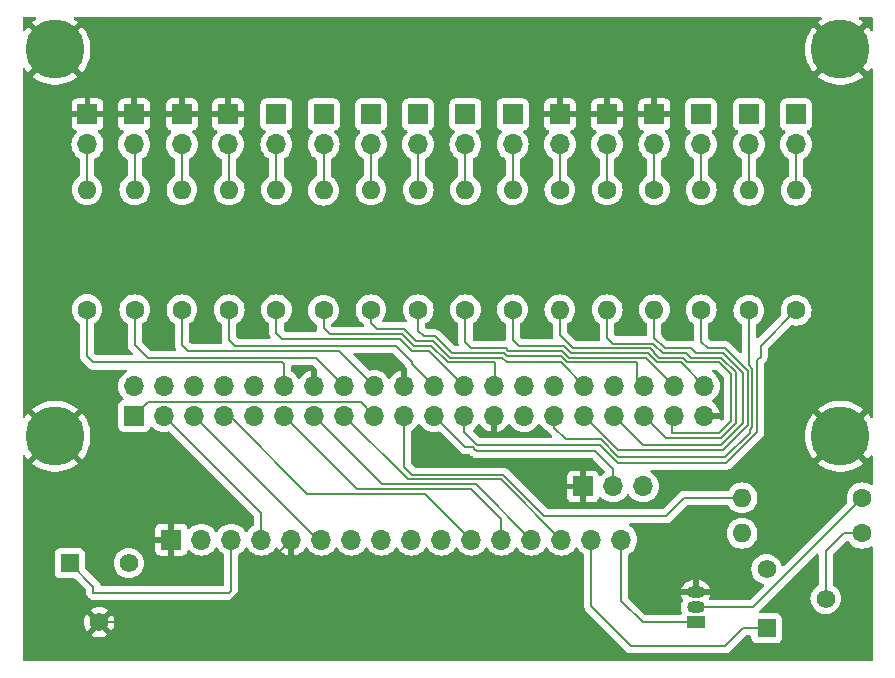
<source format=gtl>
%TF.GenerationSoftware,KiCad,Pcbnew,8.0.7-8.0.7-0~ubuntu24.04.1*%
%TF.CreationDate,2025-01-10T11:12:07+00:00*%
%TF.ProjectId,whenisbins,7768656e-6973-4626-996e-732e6b696361,rev?*%
%TF.SameCoordinates,Original*%
%TF.FileFunction,Copper,L1,Top*%
%TF.FilePolarity,Positive*%
%FSLAX46Y46*%
G04 Gerber Fmt 4.6, Leading zero omitted, Abs format (unit mm)*
G04 Created by KiCad (PCBNEW 8.0.7-8.0.7-0~ubuntu24.04.1) date 2025-01-10 11:12:07*
%MOMM*%
%LPD*%
G01*
G04 APERTURE LIST*
%TA.AperFunction,ComponentPad*%
%ADD10C,2.900000*%
%TD*%
%TA.AperFunction,ConnectorPad*%
%ADD11C,5.000000*%
%TD*%
%TA.AperFunction,ComponentPad*%
%ADD12O,1.600000X1.600000*%
%TD*%
%TA.AperFunction,ComponentPad*%
%ADD13C,1.600000*%
%TD*%
%TA.AperFunction,ComponentPad*%
%ADD14O,1.700000X1.700000*%
%TD*%
%TA.AperFunction,ComponentPad*%
%ADD15R,1.700000X1.700000*%
%TD*%
%TA.AperFunction,ComponentPad*%
%ADD16R,1.560000X1.560000*%
%TD*%
%TA.AperFunction,ComponentPad*%
%ADD17C,1.560000*%
%TD*%
%TA.AperFunction,ComponentPad*%
%ADD18R,1.500000X1.050000*%
%TD*%
%TA.AperFunction,ComponentPad*%
%ADD19O,1.500000X1.050000*%
%TD*%
%TA.AperFunction,Conductor*%
%ADD20C,0.200000*%
%TD*%
G04 APERTURE END LIST*
D10*
X109750000Y-89500000D03*
D11*
X109750000Y-89500000D03*
D10*
X176250000Y-89500000D03*
D11*
X176250000Y-89500000D03*
D10*
X109750000Y-122250000D03*
D11*
X109750000Y-122250000D03*
D10*
X176250000Y-122250000D03*
D11*
X176250000Y-122250000D03*
D12*
X152500000Y-111534545D03*
D13*
X152500000Y-101374545D03*
D12*
X156500000Y-111534545D03*
D13*
X156500000Y-101374545D03*
D12*
X160500000Y-111534545D03*
D13*
X160500000Y-101374545D03*
D12*
X164460500Y-101374545D03*
D13*
X164460500Y-111534545D03*
D12*
X168500000Y-101420000D03*
D13*
X168500000Y-111580000D03*
D12*
X172500000Y-101420000D03*
D13*
X172500000Y-111580000D03*
D14*
X152500000Y-97540000D03*
D15*
X152500000Y-95000000D03*
X156500000Y-95000000D03*
D14*
X156500000Y-97540000D03*
X160500000Y-97540000D03*
D15*
X160500000Y-95000000D03*
D14*
X164454762Y-97540000D03*
D15*
X164454762Y-95000000D03*
D14*
X168500000Y-97540000D03*
D15*
X168500000Y-95000000D03*
D14*
X172500000Y-97540000D03*
D15*
X172500000Y-95000000D03*
D12*
X128500000Y-101374545D03*
D13*
X128500000Y-111534545D03*
D15*
X112500000Y-95000000D03*
D14*
X112500000Y-97540000D03*
D13*
X136500000Y-111534545D03*
D12*
X136500000Y-101374545D03*
D16*
X170000000Y-138500000D03*
D17*
X175000000Y-136000000D03*
X170000000Y-133500000D03*
D12*
X167920000Y-127460500D03*
D13*
X178080000Y-127460500D03*
D14*
X132500000Y-97540000D03*
D15*
X132500000Y-95000000D03*
D14*
X116460000Y-118000000D03*
X119000000Y-118000000D03*
X121540000Y-118000000D03*
X124080000Y-118000000D03*
X126620000Y-118000000D03*
X129160000Y-118000000D03*
X131700000Y-118000000D03*
X134240000Y-118000000D03*
X136780000Y-118000000D03*
X139320000Y-118000000D03*
X141860000Y-118000000D03*
X144400000Y-118000000D03*
X146940000Y-118000000D03*
X149480000Y-118000000D03*
X152020000Y-118000000D03*
X154560000Y-118000000D03*
X157100000Y-118000000D03*
X159640000Y-118000000D03*
X162180000Y-118000000D03*
X164720000Y-118000000D03*
X164720000Y-120540000D03*
X162180000Y-120540000D03*
X159640000Y-120540000D03*
X157100000Y-120540000D03*
X154560000Y-120540000D03*
X152020000Y-120540000D03*
X149480000Y-120540000D03*
X146940000Y-120540000D03*
X144400000Y-120540000D03*
X141860000Y-120540000D03*
X139320000Y-120540000D03*
X136780000Y-120540000D03*
X134240000Y-120540000D03*
X131700000Y-120540000D03*
X129160000Y-120540000D03*
X126620000Y-120540000D03*
X124080000Y-120540000D03*
X121540000Y-120540000D03*
X119000000Y-120540000D03*
D15*
X116460000Y-120540000D03*
X120500000Y-95000000D03*
D14*
X120500000Y-97540000D03*
D13*
X132500000Y-111580000D03*
D12*
X132500000Y-101420000D03*
D14*
X128500000Y-97540000D03*
D15*
X128500000Y-95000000D03*
D16*
X111000000Y-133000000D03*
D17*
X113500000Y-138000000D03*
X116000000Y-133000000D03*
D14*
X148500000Y-97540000D03*
D15*
X148500000Y-95000000D03*
X116460500Y-95000000D03*
D14*
X116460500Y-97540000D03*
D15*
X124407143Y-95000000D03*
D14*
X124407143Y-97540000D03*
D15*
X154460000Y-126500000D03*
D14*
X157000000Y-126500000D03*
X159540000Y-126500000D03*
D12*
X124500000Y-101374545D03*
D13*
X124500000Y-111534545D03*
X148500000Y-111534545D03*
D12*
X148500000Y-101374545D03*
X116500000Y-101374545D03*
D13*
X116500000Y-111534545D03*
X112460500Y-111530000D03*
D12*
X112460500Y-101370000D03*
D14*
X140500000Y-97540000D03*
D15*
X140500000Y-95000000D03*
D13*
X120500000Y-111534545D03*
D12*
X120500000Y-101374545D03*
D13*
X144500000Y-111534545D03*
D12*
X144500000Y-101374545D03*
D14*
X144500000Y-97540000D03*
D15*
X144500000Y-95000000D03*
D13*
X140500000Y-111534545D03*
D12*
X140500000Y-101374545D03*
D18*
X164000000Y-138000000D03*
D19*
X164000000Y-136730000D03*
X164000000Y-135460000D03*
D14*
X136500000Y-97540000D03*
D15*
X136500000Y-95000000D03*
D13*
X178080000Y-130460500D03*
D12*
X167920000Y-130460500D03*
D14*
X157700000Y-131000000D03*
X155160000Y-131000000D03*
X152620000Y-131000000D03*
X150080000Y-131000000D03*
X147540000Y-131000000D03*
X145000000Y-131000000D03*
X142460000Y-131000000D03*
X139920000Y-131000000D03*
X137380000Y-131000000D03*
X134840000Y-131000000D03*
X132300000Y-131000000D03*
X129760000Y-131000000D03*
X127220000Y-131000000D03*
X124680000Y-131000000D03*
X122140000Y-131000000D03*
D15*
X119600000Y-131000000D03*
D20*
X160500000Y-97540000D02*
X160500000Y-101374545D01*
X152500000Y-97540000D02*
X152500000Y-101374545D01*
X152500000Y-95000000D02*
X160500000Y-95000000D01*
X116460000Y-120540000D02*
X117610000Y-119390000D01*
X117610000Y-119390000D02*
X135630000Y-119390000D01*
X135630000Y-119390000D02*
X136780000Y-120540000D01*
X129760000Y-131000000D02*
X122760000Y-138000000D01*
X122760000Y-138000000D02*
X113500000Y-138000000D01*
X156500000Y-101374545D02*
X156500000Y-97540000D01*
X164000000Y-136730000D02*
X168810500Y-136730000D01*
X168810500Y-136730000D02*
X178080000Y-127460500D01*
X157700000Y-131000000D02*
X157700000Y-136200000D01*
X157700000Y-136200000D02*
X159500000Y-138000000D01*
X159500000Y-138000000D02*
X164000000Y-138000000D01*
X170000000Y-138500000D02*
X168000000Y-138500000D01*
X168000000Y-138500000D02*
X166500000Y-140000000D01*
X166500000Y-140000000D02*
X158500000Y-140000000D01*
X158500000Y-140000000D02*
X155160000Y-136660000D01*
X155160000Y-136660000D02*
X155160000Y-131000000D01*
X175000000Y-136000000D02*
X175000000Y-132000000D01*
X175000000Y-132000000D02*
X176539500Y-130460500D01*
X176539500Y-130460500D02*
X178080000Y-130460500D01*
X113000000Y-135500000D02*
X124500000Y-135500000D01*
X111000000Y-133000000D02*
X113000000Y-135000000D01*
X124680000Y-135320000D02*
X124680000Y-131000000D01*
X113000000Y-135000000D02*
X113000000Y-135500000D01*
X124500000Y-135500000D02*
X124680000Y-135320000D01*
X167920000Y-127460500D02*
X163039500Y-127460500D01*
X163039500Y-127460500D02*
X161500000Y-129000000D01*
X161500000Y-129000000D02*
X151185686Y-129000000D01*
X139320000Y-124820000D02*
X139320000Y-120540000D01*
X151185686Y-129000000D02*
X147685686Y-125500000D01*
X147685686Y-125500000D02*
X140000000Y-125500000D01*
X140000000Y-125500000D02*
X139320000Y-124820000D01*
X145334314Y-123400000D02*
X145100000Y-123165685D01*
X145100000Y-123165685D02*
X144485685Y-123165685D01*
X145500000Y-123500000D02*
X145400000Y-123400000D01*
X157000000Y-125000000D02*
X155500000Y-123500000D01*
X145400000Y-123400000D02*
X145334314Y-123400000D01*
X157000000Y-126500000D02*
X157000000Y-125000000D01*
X155500000Y-123500000D02*
X145500000Y-123500000D01*
X144485685Y-123165685D02*
X141860000Y-120540000D01*
X172500000Y-111580000D02*
X169500000Y-114580000D01*
X169199999Y-121500001D02*
X169199999Y-121865687D01*
X169500000Y-114580000D02*
X169500000Y-115500000D01*
X169500000Y-115500000D02*
X169200000Y-115800000D01*
X144400000Y-121900000D02*
X144400000Y-120540000D01*
X169200000Y-115800000D02*
X169200000Y-121300000D01*
X169200000Y-121300000D02*
X169199999Y-121500001D01*
X169199999Y-121865687D02*
X166565686Y-124500000D01*
X157388628Y-124500000D02*
X155888628Y-123000000D01*
X166565686Y-124500000D02*
X157388628Y-124500000D01*
X155888628Y-123000000D02*
X145500000Y-123000000D01*
X145500000Y-123000000D02*
X144400000Y-121900000D01*
X168500000Y-111580000D02*
X168500000Y-116237257D01*
X157454314Y-124000000D02*
X155954314Y-122500000D01*
X168500000Y-116237257D02*
X168800000Y-116537257D01*
X168565685Y-121934315D02*
X166500000Y-124000000D01*
X168800000Y-116537257D02*
X168800000Y-121462742D01*
X168565685Y-121697056D02*
X168565685Y-121934315D01*
X168800000Y-121462742D02*
X168565685Y-121697056D01*
X166500000Y-124000000D02*
X157454314Y-124000000D01*
X155954314Y-122500000D02*
X153000000Y-122500000D01*
X153000000Y-122500000D02*
X152020000Y-121520000D01*
X152020000Y-121520000D02*
X152020000Y-120540000D01*
X172500000Y-101420000D02*
X172500000Y-97540000D01*
X168500000Y-101420000D02*
X168500000Y-97540000D01*
X164460500Y-111534545D02*
X164460500Y-114260500D01*
X164460500Y-114260500D02*
X165000000Y-114800000D01*
X166297056Y-123400000D02*
X157420000Y-123400000D01*
X165000000Y-114800000D02*
X166497057Y-114800000D01*
X166497057Y-114800000D02*
X168400000Y-116702943D01*
X168400000Y-116702943D02*
X168400000Y-121297056D01*
X168400000Y-121297056D02*
X166297056Y-123400000D01*
X157420000Y-123400000D02*
X154560000Y-120540000D01*
X164454762Y-97540000D02*
X164454762Y-101368807D01*
X164454762Y-101368807D02*
X164460500Y-101374545D01*
X161365686Y-114800000D02*
X163600000Y-114800000D01*
X166565686Y-115434315D02*
X168000000Y-116868629D01*
X160500000Y-113934314D02*
X161365686Y-114800000D01*
X166331372Y-115200000D02*
X166565686Y-115434315D01*
X163600000Y-114800000D02*
X164000000Y-115200000D01*
X164000000Y-115200000D02*
X166331372Y-115200000D01*
X168000000Y-116868629D02*
X168000000Y-121131370D01*
X168000000Y-121131370D02*
X166131370Y-123000000D01*
X166131370Y-123000000D02*
X159560000Y-123000000D01*
X159560000Y-123000000D02*
X157100000Y-120540000D01*
X156500000Y-111534545D02*
X156500000Y-113900000D01*
X160400000Y-114400000D02*
X161200000Y-115200000D01*
X156500000Y-113900000D02*
X157000000Y-114400000D01*
X157000000Y-114400000D02*
X160400000Y-114400000D01*
X163600000Y-115600000D02*
X166165686Y-115600000D01*
X166165685Y-122400000D02*
X161500000Y-122400000D01*
X161200000Y-115200000D02*
X163200000Y-115200000D01*
X163200000Y-115200000D02*
X163600000Y-115600000D01*
X166165686Y-115600000D02*
X167400000Y-116834314D01*
X161500000Y-122400000D02*
X159640000Y-120540000D01*
X167400000Y-116834314D02*
X167400000Y-121165685D01*
X167400000Y-121165685D02*
X166165685Y-122400000D01*
X162000000Y-122000000D02*
X162000000Y-120720000D01*
X152500000Y-113700000D02*
X153000000Y-114200000D01*
X160580000Y-115268630D02*
X160911370Y-115600000D01*
X153000000Y-114200000D02*
X153022743Y-114200000D01*
X153022743Y-114200000D02*
X153622743Y-114800000D01*
X163285686Y-116000000D02*
X166000000Y-116000000D01*
X153622743Y-114800000D02*
X160111371Y-114800000D01*
X160111371Y-114800000D02*
X160345686Y-115034315D01*
X167000000Y-121000000D02*
X166000000Y-122000000D01*
X160345686Y-115034315D02*
X160580000Y-115268630D01*
X162000000Y-120720000D02*
X162180000Y-120540000D01*
X160911370Y-115600000D02*
X162885686Y-115600000D01*
X162885686Y-115600000D02*
X163285686Y-116000000D01*
X166000000Y-116000000D02*
X167000000Y-117000000D01*
X167000000Y-117000000D02*
X167000000Y-121000000D01*
X166000000Y-122000000D02*
X162000000Y-122000000D01*
X148500000Y-111534545D02*
X148500000Y-114100000D01*
X162720000Y-116000000D02*
X164720000Y-118000000D01*
X148500000Y-114100000D02*
X149000000Y-114600000D01*
X149000000Y-114600000D02*
X152857057Y-114600000D01*
X159945686Y-115200000D02*
X160180000Y-115434315D01*
X152857057Y-114600000D02*
X153457057Y-115200000D01*
X160180000Y-115434315D02*
X160745685Y-116000000D01*
X160745685Y-116000000D02*
X162720000Y-116000000D01*
X153457057Y-115200000D02*
X159945686Y-115200000D01*
X144500000Y-111534545D02*
X144500000Y-114300000D01*
X148131371Y-115000000D02*
X152691371Y-115000000D01*
X152691371Y-115000000D02*
X153291371Y-115600000D01*
X144500000Y-114300000D02*
X145000000Y-114800000D01*
X145000000Y-114800000D02*
X147931371Y-114800000D01*
X147931371Y-114800000D02*
X148131371Y-115000000D01*
X153291371Y-115600000D02*
X159780000Y-115600000D01*
X159780000Y-115600000D02*
X162180000Y-118000000D01*
X140500000Y-111534545D02*
X140500000Y-113300000D01*
X159000000Y-116000000D02*
X159000000Y-117360000D01*
X140500000Y-113300000D02*
X141000000Y-113800000D01*
X141000000Y-113800000D02*
X141931372Y-113800000D01*
X147765686Y-115200000D02*
X148000000Y-115434315D01*
X141931372Y-113800000D02*
X143331372Y-115200000D01*
X143331372Y-115200000D02*
X147765686Y-115200000D01*
X148000000Y-115434315D02*
X152560001Y-115434315D01*
X152560001Y-115434315D02*
X153125686Y-116000000D01*
X159000000Y-117360000D02*
X159640000Y-118000000D01*
X153125686Y-116000000D02*
X159000000Y-116000000D01*
X136500000Y-111534545D02*
X136500000Y-112700000D01*
X152560000Y-116000000D02*
X154560000Y-118000000D01*
X136500000Y-112700000D02*
X137000000Y-113200000D01*
X139565686Y-113434316D02*
X140331370Y-114200000D01*
X137000000Y-113200000D02*
X139331371Y-113200000D01*
X140331370Y-114200000D02*
X141765686Y-114200000D01*
X139331371Y-113200000D02*
X139565686Y-113434316D01*
X141765686Y-114200000D02*
X143165686Y-115600000D01*
X143165686Y-115600000D02*
X147600000Y-115600000D01*
X147600000Y-115600000D02*
X148000000Y-116000000D01*
X148000000Y-116000000D02*
X152560000Y-116000000D01*
X132500000Y-111580000D02*
X132500000Y-113100000D01*
X133000000Y-113600000D02*
X139165686Y-113600000D01*
X139165686Y-113600000D02*
X139400000Y-113834315D01*
X132500000Y-113100000D02*
X133000000Y-113600000D01*
X139400000Y-113834315D02*
X140165685Y-114600000D01*
X140165685Y-114600000D02*
X141600000Y-114600000D01*
X141600000Y-114600000D02*
X143000000Y-116000000D01*
X143000000Y-116000000D02*
X147000000Y-116000000D01*
X147000000Y-116000000D02*
X147000000Y-117940000D01*
X147000000Y-117940000D02*
X146940000Y-118000000D01*
X139000000Y-114000000D02*
X140000000Y-115000000D01*
X129000000Y-114000000D02*
X139000000Y-114000000D01*
X128500000Y-111534545D02*
X128500000Y-113500000D01*
X128500000Y-113500000D02*
X129000000Y-114000000D01*
X140000000Y-115000000D02*
X141400000Y-115000000D01*
X141400000Y-115000000D02*
X144400000Y-118000000D01*
X124500000Y-111534545D02*
X124500000Y-114100000D01*
X124500000Y-114100000D02*
X125000000Y-114600000D01*
X125000000Y-114600000D02*
X138600000Y-114600000D01*
X138600000Y-114600000D02*
X140000000Y-116000000D01*
X140000000Y-116000000D02*
X140000000Y-116140000D01*
X140000000Y-116140000D02*
X141860000Y-118000000D01*
X120500000Y-111534545D02*
X120500000Y-114500000D01*
X120500000Y-114500000D02*
X121000000Y-115000000D01*
X121000000Y-115000000D02*
X133780000Y-115000000D01*
X133780000Y-115000000D02*
X136780000Y-118000000D01*
X116500000Y-111534545D02*
X116500000Y-114500000D01*
X116500000Y-114500000D02*
X117600000Y-115600000D01*
X117600000Y-115600000D02*
X131840000Y-115600000D01*
X131840000Y-115600000D02*
X134240000Y-118000000D01*
X113000000Y-116000000D02*
X129000000Y-116000000D01*
X112460500Y-111530000D02*
X112460500Y-115460500D01*
X112460500Y-115460500D02*
X113000000Y-116000000D01*
X129000000Y-116000000D02*
X129160000Y-116160000D01*
X129160000Y-116160000D02*
X129160000Y-118000000D01*
X127220000Y-131000000D02*
X127220000Y-128760000D01*
X127220000Y-128760000D02*
X119000000Y-120540000D01*
X121540000Y-120540000D02*
X132000000Y-131000000D01*
X132000000Y-131000000D02*
X132300000Y-131000000D01*
X124080000Y-120540000D02*
X124540000Y-120540000D01*
X124540000Y-120540000D02*
X131100000Y-127100000D01*
X131100000Y-127100000D02*
X141100000Y-127100000D01*
X141100000Y-127100000D02*
X145000000Y-131000000D01*
X135320000Y-126700000D02*
X145000000Y-126700000D01*
X129160000Y-120540000D02*
X135320000Y-126700000D01*
X147540000Y-129240000D02*
X147540000Y-131000000D01*
X145000000Y-126700000D02*
X147540000Y-129240000D01*
X131700000Y-120540000D02*
X137460000Y-126300000D01*
X137460000Y-126300000D02*
X145380000Y-126300000D01*
X145380000Y-126300000D02*
X150080000Y-131000000D01*
X134240000Y-120540000D02*
X139600000Y-125900000D01*
X139600000Y-125900000D02*
X147520000Y-125900000D01*
X147520000Y-125900000D02*
X152620000Y-131000000D01*
X148500000Y-101374545D02*
X148500000Y-97540000D01*
X144500000Y-101374545D02*
X144500000Y-97540000D01*
X140500000Y-101374545D02*
X140500000Y-97540000D01*
X136500000Y-101374545D02*
X136500000Y-97540000D01*
X132500000Y-101420000D02*
X132500000Y-97540000D01*
X128500000Y-101374545D02*
X128500000Y-97540000D01*
X124500000Y-101374545D02*
X124500000Y-97632857D01*
X124500000Y-97632857D02*
X124407143Y-97540000D01*
X120500000Y-101374545D02*
X120500000Y-97540000D01*
X116500000Y-101374545D02*
X116500000Y-97579500D01*
X116500000Y-97579500D02*
X116460500Y-97540000D01*
X112460500Y-101370000D02*
X112460500Y-97579500D01*
X112460500Y-97579500D02*
X112500000Y-97540000D01*
X160500000Y-111534545D02*
X160500000Y-113934314D01*
X152500000Y-111534545D02*
X152500000Y-113700000D01*
%TA.AperFunction,Conductor*%
G36*
X174623842Y-86770185D02*
G01*
X174669597Y-86822989D01*
X174679541Y-86892147D01*
X174650516Y-86955703D01*
X174624942Y-86978100D01*
X174455494Y-87089547D01*
X174455487Y-87089552D01*
X174312817Y-87209264D01*
X175559874Y-88456320D01*
X175435680Y-88546554D01*
X175296554Y-88685680D01*
X175206320Y-88809873D01*
X173956148Y-87559701D01*
X173956146Y-87559701D01*
X173947973Y-87568366D01*
X173739289Y-87848677D01*
X173564561Y-88151316D01*
X173564555Y-88151329D01*
X173426145Y-88472199D01*
X173325916Y-88806988D01*
X173325914Y-88806997D01*
X173265236Y-89151119D01*
X173265235Y-89151130D01*
X173244916Y-89499996D01*
X173244916Y-89500003D01*
X173265235Y-89848869D01*
X173265236Y-89848880D01*
X173325914Y-90193002D01*
X173325916Y-90193011D01*
X173426145Y-90527800D01*
X173564555Y-90848670D01*
X173564561Y-90848683D01*
X173739289Y-91151322D01*
X173947972Y-91431631D01*
X173947976Y-91431636D01*
X173956147Y-91440297D01*
X173956148Y-91440298D01*
X175206320Y-90190125D01*
X175296554Y-90314320D01*
X175435680Y-90453446D01*
X175559873Y-90543678D01*
X174312817Y-91790733D01*
X174312818Y-91790734D01*
X174455480Y-91910442D01*
X174747461Y-92102480D01*
X175059739Y-92259314D01*
X175059745Y-92259316D01*
X175388130Y-92378838D01*
X175388133Y-92378839D01*
X175728171Y-92459429D01*
X176075276Y-92499999D01*
X176075277Y-92500000D01*
X176424723Y-92500000D01*
X176424723Y-92499999D01*
X176771827Y-92459429D01*
X176771829Y-92459429D01*
X177111866Y-92378839D01*
X177111869Y-92378838D01*
X177440254Y-92259316D01*
X177440260Y-92259314D01*
X177752538Y-92102480D01*
X178044515Y-91910445D01*
X178187180Y-91790734D01*
X178187181Y-91790733D01*
X176940126Y-90543678D01*
X177064320Y-90453446D01*
X177203446Y-90314320D01*
X177293679Y-90190126D01*
X178543850Y-91440297D01*
X178552032Y-91431625D01*
X178760710Y-91151322D01*
X178768112Y-91138502D01*
X178818678Y-91090286D01*
X178887284Y-91077061D01*
X178952150Y-91103028D01*
X178992679Y-91159941D01*
X178999500Y-91200500D01*
X178999500Y-120549499D01*
X178979815Y-120616538D01*
X178927011Y-120662293D01*
X178857853Y-120672237D01*
X178794297Y-120643212D01*
X178768113Y-120611500D01*
X178760707Y-120598674D01*
X178552029Y-120318371D01*
X178543850Y-120309701D01*
X178543850Y-120309700D01*
X177293678Y-121559872D01*
X177203446Y-121435680D01*
X177064320Y-121296554D01*
X176940125Y-121206320D01*
X178187181Y-119959265D01*
X178187180Y-119959264D01*
X178044519Y-119839557D01*
X177752538Y-119647519D01*
X177440260Y-119490685D01*
X177440254Y-119490683D01*
X177111869Y-119371161D01*
X177111866Y-119371160D01*
X176771828Y-119290570D01*
X176424723Y-119250000D01*
X176075277Y-119250000D01*
X175728172Y-119290570D01*
X175728170Y-119290570D01*
X175388133Y-119371160D01*
X175388130Y-119371161D01*
X175059745Y-119490683D01*
X175059739Y-119490685D01*
X174747461Y-119647519D01*
X174455485Y-119839554D01*
X174312817Y-119959264D01*
X175559874Y-121206320D01*
X175435680Y-121296554D01*
X175296554Y-121435680D01*
X175206320Y-121559873D01*
X173956148Y-120309701D01*
X173956146Y-120309701D01*
X173947973Y-120318366D01*
X173739289Y-120598677D01*
X173564561Y-120901316D01*
X173564555Y-120901329D01*
X173426145Y-121222199D01*
X173325916Y-121556988D01*
X173325914Y-121556997D01*
X173265236Y-121901119D01*
X173265235Y-121901130D01*
X173244916Y-122249996D01*
X173244916Y-122250003D01*
X173265235Y-122598869D01*
X173265236Y-122598880D01*
X173325914Y-122943002D01*
X173325916Y-122943011D01*
X173426145Y-123277800D01*
X173564555Y-123598670D01*
X173564561Y-123598683D01*
X173739289Y-123901322D01*
X173947972Y-124181631D01*
X173947976Y-124181636D01*
X173956147Y-124190297D01*
X173956148Y-124190298D01*
X175206320Y-122940125D01*
X175296554Y-123064320D01*
X175435680Y-123203446D01*
X175559873Y-123293678D01*
X174312817Y-124540733D01*
X174312818Y-124540734D01*
X174455480Y-124660442D01*
X174747461Y-124852480D01*
X175059739Y-125009314D01*
X175059745Y-125009316D01*
X175388130Y-125128838D01*
X175388133Y-125128839D01*
X175728171Y-125209429D01*
X176075276Y-125249999D01*
X176075277Y-125250000D01*
X176424723Y-125250000D01*
X176424723Y-125249999D01*
X176771827Y-125209429D01*
X176771829Y-125209429D01*
X177111866Y-125128839D01*
X177111869Y-125128838D01*
X177440254Y-125009316D01*
X177440260Y-125009314D01*
X177752538Y-124852480D01*
X178044515Y-124660445D01*
X178187180Y-124540734D01*
X178187181Y-124540733D01*
X176940126Y-123293678D01*
X177064320Y-123203446D01*
X177203446Y-123064320D01*
X177293679Y-122940126D01*
X178543850Y-124190297D01*
X178552032Y-124181625D01*
X178760710Y-123901322D01*
X178768112Y-123888502D01*
X178818678Y-123840286D01*
X178887284Y-123827061D01*
X178952150Y-123853028D01*
X178992679Y-123909941D01*
X178999500Y-123950500D01*
X178999500Y-126278521D01*
X178979815Y-126345560D01*
X178927011Y-126391315D01*
X178857853Y-126401259D01*
X178804378Y-126380097D01*
X178755053Y-126345560D01*
X178732734Y-126329932D01*
X178683572Y-126307007D01*
X178526497Y-126233761D01*
X178526488Y-126233758D01*
X178306697Y-126174866D01*
X178306693Y-126174865D01*
X178306692Y-126174865D01*
X178306691Y-126174864D01*
X178306686Y-126174864D01*
X178080002Y-126155032D01*
X178079998Y-126155032D01*
X177853313Y-126174864D01*
X177853302Y-126174866D01*
X177633511Y-126233758D01*
X177633502Y-126233761D01*
X177427267Y-126329931D01*
X177427265Y-126329932D01*
X177240858Y-126460454D01*
X177079954Y-126621358D01*
X176949432Y-126807765D01*
X176949431Y-126807767D01*
X176853261Y-127014002D01*
X176853258Y-127014011D01*
X176794366Y-127233802D01*
X176794364Y-127233813D01*
X176774532Y-127460498D01*
X176774532Y-127460501D01*
X176794364Y-127687186D01*
X176794365Y-127687194D01*
X176820152Y-127783429D01*
X176818489Y-127853279D01*
X176788058Y-127903204D01*
X171449135Y-133242128D01*
X171387812Y-133275613D01*
X171318120Y-133270629D01*
X171262187Y-133228757D01*
X171241679Y-133186540D01*
X171207874Y-133060377D01*
X171207873Y-133060374D01*
X171207872Y-133060370D01*
X171113181Y-132857305D01*
X170984667Y-132673767D01*
X170826233Y-132515333D01*
X170826229Y-132515330D01*
X170826228Y-132515329D01*
X170642700Y-132386821D01*
X170642696Y-132386819D01*
X170579403Y-132357305D01*
X170439630Y-132292128D01*
X170439627Y-132292127D01*
X170439625Y-132292126D01*
X170223208Y-132234137D01*
X170223200Y-132234136D01*
X170000002Y-132214609D01*
X169999998Y-132214609D01*
X169776799Y-132234136D01*
X169776791Y-132234137D01*
X169560374Y-132292126D01*
X169560370Y-132292128D01*
X169537604Y-132302743D01*
X169357306Y-132386818D01*
X169357304Y-132386819D01*
X169173764Y-132515334D01*
X169015334Y-132673764D01*
X168886819Y-132857304D01*
X168886818Y-132857306D01*
X168792129Y-133060368D01*
X168792126Y-133060374D01*
X168734137Y-133276791D01*
X168734136Y-133276799D01*
X168714609Y-133499998D01*
X168714609Y-133500001D01*
X168734136Y-133723200D01*
X168734137Y-133723208D01*
X168792126Y-133939625D01*
X168792127Y-133939627D01*
X168792128Y-133939630D01*
X168873056Y-134113181D01*
X168886819Y-134142696D01*
X168886821Y-134142700D01*
X169015329Y-134326228D01*
X169015334Y-134326234D01*
X169173765Y-134484665D01*
X169173771Y-134484670D01*
X169357299Y-134613178D01*
X169357301Y-134613179D01*
X169357304Y-134613181D01*
X169560370Y-134707872D01*
X169686541Y-134741679D01*
X169746201Y-134778044D01*
X169776730Y-134840891D01*
X169768435Y-134910266D01*
X169742128Y-134949135D01*
X168598084Y-136093181D01*
X168536761Y-136126666D01*
X168510403Y-136129500D01*
X165241886Y-136129500D01*
X165174847Y-136109815D01*
X165129092Y-136057011D01*
X165119148Y-135987853D01*
X165131162Y-135951211D01*
X165131013Y-135951149D01*
X165131830Y-135949175D01*
X165132530Y-135947042D01*
X165133347Y-135945512D01*
X165210609Y-135758983D01*
X165210612Y-135758974D01*
X165220353Y-135710000D01*
X164365866Y-135710000D01*
X164341674Y-135707617D01*
X164326004Y-135704500D01*
X164326003Y-135704500D01*
X164285830Y-135704500D01*
X164300075Y-135690255D01*
X164349444Y-135604745D01*
X164375000Y-135509370D01*
X164375000Y-135410630D01*
X164349444Y-135315255D01*
X164300075Y-135229745D01*
X164280330Y-135210000D01*
X165220353Y-135210000D01*
X165210612Y-135161025D01*
X165210609Y-135161016D01*
X165133347Y-134974486D01*
X165133340Y-134974473D01*
X165021170Y-134806600D01*
X165021167Y-134806596D01*
X164878403Y-134663832D01*
X164878399Y-134663829D01*
X164710526Y-134551659D01*
X164710513Y-134551652D01*
X164523983Y-134474390D01*
X164523974Y-134474387D01*
X164325958Y-134435000D01*
X164250000Y-134435000D01*
X164250000Y-135179670D01*
X164230255Y-135159925D01*
X164144745Y-135110556D01*
X164049370Y-135085000D01*
X163950630Y-135085000D01*
X163855255Y-135110556D01*
X163769745Y-135159925D01*
X163750000Y-135179670D01*
X163750000Y-134435000D01*
X163674041Y-134435000D01*
X163476025Y-134474387D01*
X163476016Y-134474390D01*
X163289486Y-134551652D01*
X163289473Y-134551659D01*
X163121600Y-134663829D01*
X163121596Y-134663832D01*
X162978832Y-134806596D01*
X162978829Y-134806600D01*
X162866659Y-134974473D01*
X162866652Y-134974486D01*
X162789390Y-135161016D01*
X162789387Y-135161025D01*
X162779647Y-135210000D01*
X163719670Y-135210000D01*
X163699925Y-135229745D01*
X163650556Y-135315255D01*
X163625000Y-135410630D01*
X163625000Y-135509370D01*
X163650556Y-135604745D01*
X163699925Y-135690255D01*
X163714170Y-135704500D01*
X163673997Y-135704500D01*
X163673996Y-135704500D01*
X163658326Y-135707617D01*
X163634134Y-135710000D01*
X162779647Y-135710000D01*
X162789387Y-135758974D01*
X162789390Y-135758983D01*
X162866652Y-135945513D01*
X162866659Y-135945526D01*
X162920203Y-136025659D01*
X162941081Y-136092336D01*
X162922597Y-136159716D01*
X162920204Y-136163439D01*
X162866214Y-136244243D01*
X162788909Y-136430872D01*
X162788907Y-136430880D01*
X162749500Y-136628992D01*
X162749500Y-136831007D01*
X162788907Y-137029119D01*
X162788909Y-137029127D01*
X162822325Y-137109800D01*
X162829794Y-137179270D01*
X162810038Y-137224660D01*
X162810454Y-137224887D01*
X162807919Y-137229528D01*
X162807037Y-137231556D01*
X162806206Y-137232665D01*
X162806202Y-137232672D01*
X162774067Y-137318833D01*
X162732196Y-137374767D01*
X162666732Y-137399184D01*
X162657885Y-137399500D01*
X159800097Y-137399500D01*
X159733058Y-137379815D01*
X159712416Y-137363181D01*
X158336819Y-135987584D01*
X158303334Y-135926261D01*
X158300500Y-135899903D01*
X158300500Y-132289090D01*
X158320185Y-132222051D01*
X158372101Y-132176706D01*
X158377830Y-132174035D01*
X158571401Y-132038495D01*
X158738495Y-131871401D01*
X158874035Y-131677830D01*
X158973903Y-131463663D01*
X159035063Y-131235408D01*
X159055659Y-131000000D01*
X159035063Y-130764592D01*
X158973903Y-130536337D01*
X158938538Y-130460498D01*
X166614532Y-130460498D01*
X166614532Y-130460501D01*
X166634364Y-130687186D01*
X166634366Y-130687197D01*
X166693258Y-130906988D01*
X166693261Y-130906997D01*
X166789431Y-131113232D01*
X166789432Y-131113234D01*
X166919954Y-131299641D01*
X167080858Y-131460545D01*
X167088542Y-131465925D01*
X167267266Y-131591068D01*
X167473504Y-131687239D01*
X167693308Y-131746135D01*
X167855230Y-131760301D01*
X167919998Y-131765968D01*
X167920000Y-131765968D01*
X167920002Y-131765968D01*
X167976673Y-131761009D01*
X168146692Y-131746135D01*
X168366496Y-131687239D01*
X168572734Y-131591068D01*
X168759139Y-131460547D01*
X168920047Y-131299639D01*
X169050568Y-131113234D01*
X169146739Y-130906996D01*
X169205635Y-130687192D01*
X169225468Y-130460500D01*
X169205635Y-130233808D01*
X169160916Y-130066915D01*
X169146741Y-130014011D01*
X169146738Y-130014002D01*
X169122436Y-129961886D01*
X169050568Y-129807766D01*
X168933723Y-129640893D01*
X168920045Y-129621358D01*
X168759141Y-129460454D01*
X168572734Y-129329932D01*
X168572732Y-129329931D01*
X168366497Y-129233761D01*
X168366488Y-129233758D01*
X168146697Y-129174866D01*
X168146693Y-129174865D01*
X168146692Y-129174865D01*
X168146691Y-129174864D01*
X168146686Y-129174864D01*
X167920002Y-129155032D01*
X167919998Y-129155032D01*
X167693313Y-129174864D01*
X167693302Y-129174866D01*
X167473511Y-129233758D01*
X167473502Y-129233761D01*
X167267267Y-129329931D01*
X167267265Y-129329932D01*
X167080858Y-129460454D01*
X166919954Y-129621358D01*
X166789432Y-129807765D01*
X166789431Y-129807767D01*
X166693261Y-130014002D01*
X166693258Y-130014011D01*
X166634366Y-130233802D01*
X166634364Y-130233813D01*
X166614532Y-130460498D01*
X158938538Y-130460498D01*
X158874035Y-130322171D01*
X158868731Y-130314595D01*
X158738494Y-130128597D01*
X158571402Y-129961506D01*
X158571396Y-129961501D01*
X158377987Y-129826075D01*
X158334362Y-129771498D01*
X158327168Y-129702000D01*
X158358691Y-129639645D01*
X158418921Y-129604231D01*
X158449110Y-129600500D01*
X161413331Y-129600500D01*
X161413347Y-129600501D01*
X161420943Y-129600501D01*
X161579054Y-129600501D01*
X161579057Y-129600501D01*
X161731785Y-129559577D01*
X161781904Y-129530639D01*
X161868716Y-129480520D01*
X161980520Y-129368716D01*
X161980520Y-129368714D01*
X161990728Y-129358507D01*
X161990729Y-129358504D01*
X163251917Y-128097319D01*
X163313240Y-128063834D01*
X163339598Y-128061000D01*
X166688308Y-128061000D01*
X166755347Y-128080685D01*
X166789880Y-128113874D01*
X166875480Y-128236124D01*
X166919954Y-128299641D01*
X167080858Y-128460545D01*
X167080861Y-128460547D01*
X167267266Y-128591068D01*
X167473504Y-128687239D01*
X167693308Y-128746135D01*
X167855230Y-128760301D01*
X167919998Y-128765968D01*
X167920000Y-128765968D01*
X167920002Y-128765968D01*
X167976673Y-128761009D01*
X168146692Y-128746135D01*
X168366496Y-128687239D01*
X168572734Y-128591068D01*
X168759139Y-128460547D01*
X168920047Y-128299639D01*
X169050568Y-128113234D01*
X169146739Y-127906996D01*
X169205635Y-127687192D01*
X169224749Y-127468716D01*
X169225468Y-127460501D01*
X169225468Y-127460498D01*
X169214647Y-127336819D01*
X169205635Y-127233808D01*
X169146739Y-127014004D01*
X169050568Y-126807766D01*
X168920047Y-126621361D01*
X168920045Y-126621358D01*
X168759141Y-126460454D01*
X168572734Y-126329932D01*
X168572732Y-126329931D01*
X168366497Y-126233761D01*
X168366488Y-126233758D01*
X168146697Y-126174866D01*
X168146693Y-126174865D01*
X168146692Y-126174865D01*
X168146691Y-126174864D01*
X168146686Y-126174864D01*
X167920002Y-126155032D01*
X167919998Y-126155032D01*
X167693313Y-126174864D01*
X167693302Y-126174866D01*
X167473511Y-126233758D01*
X167473502Y-126233761D01*
X167267267Y-126329931D01*
X167267265Y-126329932D01*
X167080858Y-126460454D01*
X166919954Y-126621358D01*
X166869796Y-126692993D01*
X166789881Y-126807124D01*
X166735307Y-126850748D01*
X166688308Y-126860000D01*
X163126170Y-126860000D01*
X163126154Y-126859999D01*
X163118558Y-126859999D01*
X162960443Y-126859999D01*
X162884079Y-126880461D01*
X162807714Y-126900923D01*
X162807709Y-126900926D01*
X162670790Y-126979975D01*
X162670782Y-126979981D01*
X161287584Y-128363181D01*
X161226261Y-128396666D01*
X161199903Y-128399500D01*
X151485783Y-128399500D01*
X151418744Y-128379815D01*
X151398102Y-128363181D01*
X148173276Y-125138355D01*
X148173274Y-125138352D01*
X148054402Y-125019480D01*
X148054400Y-125019479D01*
X148036793Y-125009314D01*
X147967590Y-124969360D01*
X147967590Y-124969359D01*
X147967586Y-124969358D01*
X147917471Y-124940423D01*
X147764743Y-124899499D01*
X147606629Y-124899499D01*
X147599033Y-124899499D01*
X147599017Y-124899500D01*
X140300097Y-124899500D01*
X140233058Y-124879815D01*
X140212416Y-124863181D01*
X139956819Y-124607584D01*
X139923334Y-124546261D01*
X139920500Y-124519903D01*
X139920500Y-121829090D01*
X139940185Y-121762051D01*
X139992101Y-121716706D01*
X139997830Y-121714035D01*
X140191401Y-121578495D01*
X140358495Y-121411401D01*
X140488426Y-121225841D01*
X140543002Y-121182217D01*
X140612500Y-121175023D01*
X140674855Y-121206546D01*
X140691575Y-121225842D01*
X140821281Y-121411082D01*
X140821505Y-121411401D01*
X140988599Y-121578495D01*
X141069679Y-121635268D01*
X141182165Y-121714032D01*
X141182167Y-121714033D01*
X141182170Y-121714035D01*
X141396337Y-121813903D01*
X141624592Y-121875063D01*
X141801034Y-121890500D01*
X141859999Y-121895659D01*
X141860000Y-121895659D01*
X141860001Y-121895659D01*
X141918966Y-121890500D01*
X142095408Y-121875063D01*
X142223757Y-121840672D01*
X142293606Y-121842335D01*
X142343531Y-121872766D01*
X144000824Y-123530059D01*
X144000834Y-123530070D01*
X144005164Y-123534400D01*
X144005165Y-123534401D01*
X144116969Y-123646205D01*
X144116971Y-123646206D01*
X144116975Y-123646209D01*
X144253894Y-123725258D01*
X144253901Y-123725262D01*
X144365704Y-123755219D01*
X144406627Y-123766185D01*
X144406628Y-123766185D01*
X144799901Y-123766185D01*
X144866940Y-123785870D01*
X144887582Y-123802504D01*
X144965598Y-123880520D01*
X145102530Y-123959577D01*
X145102531Y-123959577D01*
X145106873Y-123962084D01*
X145124695Y-123975760D01*
X145124839Y-123975574D01*
X145131281Y-123980517D01*
X145131284Y-123980520D01*
X145131287Y-123980521D01*
X145131290Y-123980524D01*
X145268209Y-124059573D01*
X145268216Y-124059577D01*
X145380019Y-124089534D01*
X145420942Y-124100500D01*
X145420943Y-124100500D01*
X155199903Y-124100500D01*
X155266942Y-124120185D01*
X155287584Y-124136819D01*
X156308582Y-125157817D01*
X156342067Y-125219140D01*
X156337083Y-125288832D01*
X156295211Y-125344765D01*
X156292025Y-125347073D01*
X156128597Y-125461505D01*
X156006284Y-125583819D01*
X155944961Y-125617303D01*
X155875269Y-125612319D01*
X155819336Y-125570447D01*
X155802421Y-125539470D01*
X155753354Y-125407913D01*
X155753350Y-125407906D01*
X155667190Y-125292812D01*
X155667187Y-125292809D01*
X155552093Y-125206649D01*
X155552086Y-125206645D01*
X155417379Y-125156403D01*
X155417372Y-125156401D01*
X155357844Y-125150000D01*
X154710000Y-125150000D01*
X154710000Y-126066988D01*
X154652993Y-126034075D01*
X154525826Y-126000000D01*
X154394174Y-126000000D01*
X154267007Y-126034075D01*
X154210000Y-126066988D01*
X154210000Y-125150000D01*
X153562155Y-125150000D01*
X153502627Y-125156401D01*
X153502620Y-125156403D01*
X153367913Y-125206645D01*
X153367906Y-125206649D01*
X153252812Y-125292809D01*
X153252809Y-125292812D01*
X153166649Y-125407906D01*
X153166645Y-125407913D01*
X153116403Y-125542620D01*
X153116401Y-125542627D01*
X153110000Y-125602155D01*
X153110000Y-126250000D01*
X154026988Y-126250000D01*
X153994075Y-126307007D01*
X153960000Y-126434174D01*
X153960000Y-126565826D01*
X153994075Y-126692993D01*
X154026988Y-126750000D01*
X153110000Y-126750000D01*
X153110000Y-127397844D01*
X153116401Y-127457372D01*
X153116403Y-127457379D01*
X153166645Y-127592086D01*
X153166649Y-127592093D01*
X153252809Y-127707187D01*
X153252812Y-127707190D01*
X153367906Y-127793350D01*
X153367913Y-127793354D01*
X153502620Y-127843596D01*
X153502627Y-127843598D01*
X153562155Y-127849999D01*
X153562172Y-127850000D01*
X154210000Y-127850000D01*
X154210000Y-126933012D01*
X154267007Y-126965925D01*
X154394174Y-127000000D01*
X154525826Y-127000000D01*
X154652993Y-126965925D01*
X154710000Y-126933012D01*
X154710000Y-127850000D01*
X155357828Y-127850000D01*
X155357844Y-127849999D01*
X155417372Y-127843598D01*
X155417379Y-127843596D01*
X155552086Y-127793354D01*
X155552093Y-127793350D01*
X155667187Y-127707190D01*
X155667190Y-127707187D01*
X155753350Y-127592093D01*
X155753354Y-127592086D01*
X155802422Y-127460529D01*
X155844293Y-127404595D01*
X155909757Y-127380178D01*
X155978030Y-127395030D01*
X156006285Y-127416181D01*
X156128599Y-127538495D01*
X156188617Y-127580520D01*
X156322165Y-127674032D01*
X156322167Y-127674033D01*
X156322170Y-127674035D01*
X156536337Y-127773903D01*
X156764592Y-127835063D01*
X156935319Y-127850000D01*
X156999999Y-127855659D01*
X157000000Y-127855659D01*
X157000001Y-127855659D01*
X157064681Y-127850000D01*
X157235408Y-127835063D01*
X157463663Y-127773903D01*
X157677830Y-127674035D01*
X157871401Y-127538495D01*
X158038495Y-127371401D01*
X158168425Y-127185842D01*
X158223002Y-127142217D01*
X158292500Y-127135023D01*
X158354855Y-127166546D01*
X158371575Y-127185842D01*
X158501500Y-127371395D01*
X158501505Y-127371401D01*
X158668599Y-127538495D01*
X158728617Y-127580520D01*
X158862165Y-127674032D01*
X158862167Y-127674033D01*
X158862170Y-127674035D01*
X159076337Y-127773903D01*
X159304592Y-127835063D01*
X159475319Y-127850000D01*
X159539999Y-127855659D01*
X159540000Y-127855659D01*
X159540001Y-127855659D01*
X159604681Y-127850000D01*
X159775408Y-127835063D01*
X160003663Y-127773903D01*
X160217830Y-127674035D01*
X160411401Y-127538495D01*
X160578495Y-127371401D01*
X160714035Y-127177830D01*
X160813903Y-126963663D01*
X160875063Y-126735408D01*
X160895659Y-126500000D01*
X160875063Y-126264592D01*
X160813903Y-126036337D01*
X160714035Y-125822171D01*
X160708425Y-125814158D01*
X160578494Y-125628597D01*
X160411402Y-125461506D01*
X160411396Y-125461501D01*
X160217987Y-125326075D01*
X160174362Y-125271498D01*
X160167168Y-125202000D01*
X160198691Y-125139645D01*
X160258921Y-125104231D01*
X160289110Y-125100500D01*
X166479017Y-125100500D01*
X166479033Y-125100501D01*
X166486629Y-125100501D01*
X166644740Y-125100501D01*
X166644743Y-125100501D01*
X166797471Y-125059577D01*
X166866919Y-125019481D01*
X166934402Y-124980520D01*
X167046206Y-124868716D01*
X167046206Y-124868714D01*
X167056410Y-124858511D01*
X167056414Y-124858506D01*
X169558505Y-122356415D01*
X169558510Y-122356411D01*
X169568713Y-122346207D01*
X169568715Y-122346207D01*
X169680519Y-122234403D01*
X169707414Y-122187819D01*
X169740045Y-122131301D01*
X169740048Y-122131292D01*
X169740054Y-122131284D01*
X169759576Y-122097472D01*
X169800499Y-121944744D01*
X169800499Y-121786630D01*
X169800499Y-121420944D01*
X169800500Y-121220946D01*
X169800500Y-116100097D01*
X169820185Y-116033058D01*
X169836817Y-116012418D01*
X169858502Y-115990732D01*
X169858507Y-115990728D01*
X169868714Y-115980520D01*
X169868716Y-115980520D01*
X169980520Y-115868716D01*
X170043531Y-115759577D01*
X170059577Y-115731785D01*
X170100500Y-115579057D01*
X170100500Y-115420943D01*
X170100500Y-114880096D01*
X170120185Y-114813057D01*
X170136814Y-114792420D01*
X172057294Y-112871939D01*
X172118615Y-112838456D01*
X172177066Y-112839847D01*
X172190349Y-112843406D01*
X172273308Y-112865635D01*
X172435230Y-112879801D01*
X172499998Y-112885468D01*
X172500000Y-112885468D01*
X172500002Y-112885468D01*
X172556673Y-112880509D01*
X172726692Y-112865635D01*
X172946496Y-112806739D01*
X173152734Y-112710568D01*
X173339139Y-112580047D01*
X173500047Y-112419139D01*
X173630568Y-112232734D01*
X173726739Y-112026496D01*
X173785635Y-111806692D01*
X173805468Y-111580000D01*
X173785635Y-111353308D01*
X173726739Y-111133504D01*
X173630568Y-110927266D01*
X173500047Y-110740861D01*
X173500045Y-110740858D01*
X173339141Y-110579954D01*
X173152734Y-110449432D01*
X173152732Y-110449431D01*
X172946497Y-110353261D01*
X172946488Y-110353258D01*
X172726697Y-110294366D01*
X172726693Y-110294365D01*
X172726692Y-110294365D01*
X172726691Y-110294364D01*
X172726686Y-110294364D01*
X172500002Y-110274532D01*
X172499998Y-110274532D01*
X172273313Y-110294364D01*
X172273302Y-110294366D01*
X172053511Y-110353258D01*
X172053502Y-110353261D01*
X171847267Y-110449431D01*
X171847265Y-110449432D01*
X171660858Y-110579954D01*
X171499954Y-110740858D01*
X171369432Y-110927265D01*
X171369431Y-110927267D01*
X171273261Y-111133502D01*
X171273258Y-111133511D01*
X171214366Y-111353302D01*
X171214364Y-111353313D01*
X171194532Y-111579998D01*
X171194532Y-111580001D01*
X171214364Y-111806686D01*
X171214366Y-111806697D01*
X171240152Y-111902931D01*
X171238489Y-111972781D01*
X171208058Y-112022705D01*
X169312181Y-113918583D01*
X169250858Y-113952068D01*
X169181166Y-113947084D01*
X169125233Y-113905212D01*
X169100816Y-113839748D01*
X169100500Y-113830902D01*
X169100500Y-112811692D01*
X169120185Y-112744653D01*
X169153374Y-112710119D01*
X169339139Y-112580047D01*
X169500047Y-112419139D01*
X169630568Y-112232734D01*
X169726739Y-112026496D01*
X169785635Y-111806692D01*
X169805468Y-111580000D01*
X169785635Y-111353308D01*
X169726739Y-111133504D01*
X169630568Y-110927266D01*
X169500047Y-110740861D01*
X169500045Y-110740858D01*
X169339141Y-110579954D01*
X169152734Y-110449432D01*
X169152732Y-110449431D01*
X168946497Y-110353261D01*
X168946488Y-110353258D01*
X168726697Y-110294366D01*
X168726693Y-110294365D01*
X168726692Y-110294365D01*
X168726691Y-110294364D01*
X168726686Y-110294364D01*
X168500002Y-110274532D01*
X168499998Y-110274532D01*
X168273313Y-110294364D01*
X168273302Y-110294366D01*
X168053511Y-110353258D01*
X168053502Y-110353261D01*
X167847267Y-110449431D01*
X167847265Y-110449432D01*
X167660858Y-110579954D01*
X167499954Y-110740858D01*
X167369432Y-110927265D01*
X167369431Y-110927267D01*
X167273261Y-111133502D01*
X167273258Y-111133511D01*
X167214366Y-111353302D01*
X167214364Y-111353313D01*
X167194532Y-111579998D01*
X167194532Y-111580001D01*
X167214364Y-111806686D01*
X167214366Y-111806697D01*
X167273258Y-112026488D01*
X167273261Y-112026497D01*
X167369431Y-112232732D01*
X167369432Y-112232734D01*
X167499954Y-112419141D01*
X167660858Y-112580045D01*
X167660861Y-112580047D01*
X167846624Y-112710118D01*
X167890248Y-112764693D01*
X167899500Y-112811692D01*
X167899500Y-115053845D01*
X167879815Y-115120884D01*
X167827011Y-115166639D01*
X167757853Y-115176583D01*
X167694297Y-115147558D01*
X167687819Y-115141526D01*
X166984647Y-114438355D01*
X166984645Y-114438352D01*
X166865774Y-114319481D01*
X166865773Y-114319480D01*
X166762017Y-114259577D01*
X166762016Y-114259576D01*
X166737730Y-114245555D01*
X166728842Y-114240423D01*
X166728841Y-114240422D01*
X166728840Y-114240422D01*
X166672938Y-114225443D01*
X166576114Y-114199499D01*
X166418000Y-114199499D01*
X166410404Y-114199499D01*
X166410388Y-114199500D01*
X165300097Y-114199500D01*
X165233058Y-114179815D01*
X165212416Y-114163181D01*
X165097319Y-114048084D01*
X165063834Y-113986761D01*
X165061000Y-113960403D01*
X165061000Y-112766237D01*
X165080685Y-112699198D01*
X165113874Y-112664664D01*
X165299639Y-112534592D01*
X165460547Y-112373684D01*
X165591068Y-112187279D01*
X165687239Y-111981041D01*
X165746135Y-111761237D01*
X165765968Y-111534545D01*
X165765570Y-111530001D01*
X165750112Y-111353313D01*
X165746135Y-111307853D01*
X165687239Y-111088049D01*
X165591068Y-110881811D01*
X165460547Y-110695406D01*
X165460545Y-110695403D01*
X165299641Y-110534499D01*
X165113234Y-110403977D01*
X165113232Y-110403976D01*
X164906997Y-110307806D01*
X164906988Y-110307803D01*
X164687197Y-110248911D01*
X164687193Y-110248910D01*
X164687192Y-110248910D01*
X164687191Y-110248909D01*
X164687186Y-110248909D01*
X164460502Y-110229077D01*
X164460498Y-110229077D01*
X164233813Y-110248909D01*
X164233802Y-110248911D01*
X164014011Y-110307803D01*
X164014002Y-110307806D01*
X163807767Y-110403976D01*
X163807765Y-110403977D01*
X163621358Y-110534499D01*
X163460454Y-110695403D01*
X163329932Y-110881810D01*
X163329931Y-110881812D01*
X163233761Y-111088047D01*
X163233758Y-111088056D01*
X163174866Y-111307847D01*
X163174864Y-111307858D01*
X163155032Y-111534543D01*
X163155032Y-111534546D01*
X163174864Y-111761231D01*
X163174866Y-111761242D01*
X163233758Y-111981033D01*
X163233761Y-111981042D01*
X163329931Y-112187277D01*
X163329932Y-112187279D01*
X163460454Y-112373686D01*
X163621358Y-112534590D01*
X163621361Y-112534592D01*
X163807124Y-112664663D01*
X163850748Y-112719238D01*
X163860000Y-112766237D01*
X163860000Y-114086383D01*
X163840315Y-114153422D01*
X163787511Y-114199177D01*
X163718353Y-114209121D01*
X163703915Y-114206160D01*
X163679057Y-114199499D01*
X163520943Y-114199499D01*
X163513347Y-114199499D01*
X163513331Y-114199500D01*
X161665783Y-114199500D01*
X161598744Y-114179815D01*
X161578102Y-114163181D01*
X161136819Y-113721898D01*
X161103334Y-113660575D01*
X161100500Y-113634217D01*
X161100500Y-112766237D01*
X161120185Y-112699198D01*
X161153374Y-112664664D01*
X161339139Y-112534592D01*
X161500047Y-112373684D01*
X161630568Y-112187279D01*
X161726739Y-111981041D01*
X161785635Y-111761237D01*
X161805468Y-111534545D01*
X161805070Y-111530001D01*
X161789612Y-111353313D01*
X161785635Y-111307853D01*
X161726739Y-111088049D01*
X161630568Y-110881811D01*
X161500047Y-110695406D01*
X161500045Y-110695403D01*
X161339141Y-110534499D01*
X161152734Y-110403977D01*
X161152732Y-110403976D01*
X160946497Y-110307806D01*
X160946488Y-110307803D01*
X160726697Y-110248911D01*
X160726693Y-110248910D01*
X160726692Y-110248910D01*
X160726691Y-110248909D01*
X160726686Y-110248909D01*
X160500002Y-110229077D01*
X160499998Y-110229077D01*
X160273313Y-110248909D01*
X160273302Y-110248911D01*
X160053511Y-110307803D01*
X160053502Y-110307806D01*
X159847267Y-110403976D01*
X159847265Y-110403977D01*
X159660858Y-110534499D01*
X159499954Y-110695403D01*
X159369432Y-110881810D01*
X159369431Y-110881812D01*
X159273261Y-111088047D01*
X159273258Y-111088056D01*
X159214366Y-111307847D01*
X159214364Y-111307858D01*
X159194532Y-111534543D01*
X159194532Y-111534546D01*
X159214364Y-111761231D01*
X159214366Y-111761242D01*
X159273258Y-111981033D01*
X159273261Y-111981042D01*
X159369431Y-112187277D01*
X159369432Y-112187279D01*
X159499954Y-112373686D01*
X159660858Y-112534590D01*
X159660861Y-112534592D01*
X159846624Y-112664663D01*
X159890248Y-112719238D01*
X159899500Y-112766237D01*
X159899500Y-113675500D01*
X159879815Y-113742539D01*
X159827011Y-113788294D01*
X159775500Y-113799500D01*
X157300098Y-113799500D01*
X157233059Y-113779815D01*
X157212417Y-113763181D01*
X157136819Y-113687583D01*
X157103334Y-113626260D01*
X157100500Y-113599902D01*
X157100500Y-112766237D01*
X157120185Y-112699198D01*
X157153374Y-112664664D01*
X157339139Y-112534592D01*
X157500047Y-112373684D01*
X157630568Y-112187279D01*
X157726739Y-111981041D01*
X157785635Y-111761237D01*
X157805468Y-111534545D01*
X157805070Y-111530001D01*
X157789612Y-111353313D01*
X157785635Y-111307853D01*
X157726739Y-111088049D01*
X157630568Y-110881811D01*
X157500047Y-110695406D01*
X157500045Y-110695403D01*
X157339141Y-110534499D01*
X157152734Y-110403977D01*
X157152732Y-110403976D01*
X156946497Y-110307806D01*
X156946488Y-110307803D01*
X156726697Y-110248911D01*
X156726693Y-110248910D01*
X156726692Y-110248910D01*
X156726691Y-110248909D01*
X156726686Y-110248909D01*
X156500002Y-110229077D01*
X156499998Y-110229077D01*
X156273313Y-110248909D01*
X156273302Y-110248911D01*
X156053511Y-110307803D01*
X156053502Y-110307806D01*
X155847267Y-110403976D01*
X155847265Y-110403977D01*
X155660858Y-110534499D01*
X155499954Y-110695403D01*
X155369432Y-110881810D01*
X155369431Y-110881812D01*
X155273261Y-111088047D01*
X155273258Y-111088056D01*
X155214366Y-111307847D01*
X155214364Y-111307858D01*
X155194532Y-111534543D01*
X155194532Y-111534546D01*
X155214364Y-111761231D01*
X155214366Y-111761242D01*
X155273258Y-111981033D01*
X155273261Y-111981042D01*
X155369431Y-112187277D01*
X155369432Y-112187279D01*
X155499954Y-112373686D01*
X155660858Y-112534590D01*
X155660861Y-112534592D01*
X155846624Y-112664663D01*
X155890248Y-112719238D01*
X155899500Y-112766237D01*
X155899500Y-113813330D01*
X155899499Y-113813348D01*
X155899499Y-113979054D01*
X155899498Y-113979054D01*
X155899499Y-113979057D01*
X155910722Y-114020943D01*
X155916742Y-114043406D01*
X155915079Y-114113256D01*
X155875917Y-114171119D01*
X155811688Y-114198623D01*
X155796967Y-114199500D01*
X153922840Y-114199500D01*
X153855801Y-114179815D01*
X153835159Y-114163181D01*
X153510333Y-113838355D01*
X153510331Y-113838352D01*
X153391461Y-113719482D01*
X153391459Y-113719480D01*
X153351785Y-113696574D01*
X153326104Y-113676868D01*
X153136819Y-113487583D01*
X153103334Y-113426260D01*
X153100500Y-113399902D01*
X153100500Y-112766237D01*
X153120185Y-112699198D01*
X153153374Y-112664664D01*
X153339139Y-112534592D01*
X153500047Y-112373684D01*
X153630568Y-112187279D01*
X153726739Y-111981041D01*
X153785635Y-111761237D01*
X153805468Y-111534545D01*
X153805070Y-111530001D01*
X153789612Y-111353313D01*
X153785635Y-111307853D01*
X153726739Y-111088049D01*
X153630568Y-110881811D01*
X153500047Y-110695406D01*
X153500045Y-110695403D01*
X153339141Y-110534499D01*
X153152734Y-110403977D01*
X153152732Y-110403976D01*
X152946497Y-110307806D01*
X152946488Y-110307803D01*
X152726697Y-110248911D01*
X152726693Y-110248910D01*
X152726692Y-110248910D01*
X152726691Y-110248909D01*
X152726686Y-110248909D01*
X152500002Y-110229077D01*
X152499998Y-110229077D01*
X152273313Y-110248909D01*
X152273302Y-110248911D01*
X152053511Y-110307803D01*
X152053502Y-110307806D01*
X151847267Y-110403976D01*
X151847265Y-110403977D01*
X151660858Y-110534499D01*
X151499954Y-110695403D01*
X151369432Y-110881810D01*
X151369431Y-110881812D01*
X151273261Y-111088047D01*
X151273258Y-111088056D01*
X151214366Y-111307847D01*
X151214364Y-111307858D01*
X151194532Y-111534543D01*
X151194532Y-111534546D01*
X151214364Y-111761231D01*
X151214366Y-111761242D01*
X151273258Y-111981033D01*
X151273261Y-111981042D01*
X151369431Y-112187277D01*
X151369432Y-112187279D01*
X151499954Y-112373686D01*
X151660858Y-112534590D01*
X151660861Y-112534592D01*
X151846624Y-112664663D01*
X151890248Y-112719238D01*
X151899500Y-112766237D01*
X151899500Y-113613330D01*
X151899499Y-113613348D01*
X151899499Y-113779054D01*
X151899498Y-113779054D01*
X151899499Y-113779057D01*
X151915761Y-113839748D01*
X151916742Y-113843406D01*
X151915079Y-113913256D01*
X151875917Y-113971119D01*
X151811688Y-113998623D01*
X151796967Y-113999500D01*
X149300098Y-113999500D01*
X149233059Y-113979815D01*
X149212417Y-113963181D01*
X149136819Y-113887583D01*
X149103334Y-113826260D01*
X149100500Y-113799902D01*
X149100500Y-112766237D01*
X149120185Y-112699198D01*
X149153374Y-112664664D01*
X149339139Y-112534592D01*
X149500047Y-112373684D01*
X149630568Y-112187279D01*
X149726739Y-111981041D01*
X149785635Y-111761237D01*
X149805468Y-111534545D01*
X149805070Y-111530001D01*
X149789612Y-111353313D01*
X149785635Y-111307853D01*
X149726739Y-111088049D01*
X149630568Y-110881811D01*
X149500047Y-110695406D01*
X149500045Y-110695403D01*
X149339141Y-110534499D01*
X149152734Y-110403977D01*
X149152732Y-110403976D01*
X148946497Y-110307806D01*
X148946488Y-110307803D01*
X148726697Y-110248911D01*
X148726693Y-110248910D01*
X148726692Y-110248910D01*
X148726691Y-110248909D01*
X148726686Y-110248909D01*
X148500002Y-110229077D01*
X148499998Y-110229077D01*
X148273313Y-110248909D01*
X148273302Y-110248911D01*
X148053511Y-110307803D01*
X148053502Y-110307806D01*
X147847267Y-110403976D01*
X147847265Y-110403977D01*
X147660858Y-110534499D01*
X147499954Y-110695403D01*
X147369432Y-110881810D01*
X147369431Y-110881812D01*
X147273261Y-111088047D01*
X147273258Y-111088056D01*
X147214366Y-111307847D01*
X147214364Y-111307858D01*
X147194532Y-111534543D01*
X147194532Y-111534546D01*
X147214364Y-111761231D01*
X147214366Y-111761242D01*
X147273258Y-111981033D01*
X147273261Y-111981042D01*
X147369431Y-112187277D01*
X147369432Y-112187279D01*
X147499954Y-112373686D01*
X147660858Y-112534590D01*
X147660861Y-112534592D01*
X147846624Y-112664663D01*
X147890248Y-112719238D01*
X147899500Y-112766237D01*
X147899500Y-114013330D01*
X147899499Y-114013348D01*
X147899499Y-114075500D01*
X147879814Y-114142539D01*
X147827010Y-114188294D01*
X147775499Y-114199500D01*
X145300098Y-114199500D01*
X145233059Y-114179815D01*
X145212417Y-114163181D01*
X145136819Y-114087583D01*
X145103334Y-114026260D01*
X145100500Y-113999902D01*
X145100500Y-112766237D01*
X145120185Y-112699198D01*
X145153374Y-112664664D01*
X145339139Y-112534592D01*
X145500047Y-112373684D01*
X145630568Y-112187279D01*
X145726739Y-111981041D01*
X145785635Y-111761237D01*
X145805468Y-111534545D01*
X145805070Y-111530001D01*
X145789612Y-111353313D01*
X145785635Y-111307853D01*
X145726739Y-111088049D01*
X145630568Y-110881811D01*
X145500047Y-110695406D01*
X145500045Y-110695403D01*
X145339141Y-110534499D01*
X145152734Y-110403977D01*
X145152732Y-110403976D01*
X144946497Y-110307806D01*
X144946488Y-110307803D01*
X144726697Y-110248911D01*
X144726693Y-110248910D01*
X144726692Y-110248910D01*
X144726691Y-110248909D01*
X144726686Y-110248909D01*
X144500002Y-110229077D01*
X144499998Y-110229077D01*
X144273313Y-110248909D01*
X144273302Y-110248911D01*
X144053511Y-110307803D01*
X144053502Y-110307806D01*
X143847267Y-110403976D01*
X143847265Y-110403977D01*
X143660858Y-110534499D01*
X143499954Y-110695403D01*
X143369432Y-110881810D01*
X143369431Y-110881812D01*
X143273261Y-111088047D01*
X143273258Y-111088056D01*
X143214366Y-111307847D01*
X143214364Y-111307858D01*
X143194532Y-111534543D01*
X143194532Y-111534546D01*
X143214364Y-111761231D01*
X143214366Y-111761242D01*
X143273258Y-111981033D01*
X143273261Y-111981042D01*
X143369431Y-112187277D01*
X143369432Y-112187279D01*
X143499954Y-112373686D01*
X143660858Y-112534590D01*
X143660861Y-112534592D01*
X143846624Y-112664663D01*
X143890248Y-112719238D01*
X143899500Y-112766237D01*
X143899500Y-114213330D01*
X143899499Y-114213348D01*
X143899499Y-114379054D01*
X143899498Y-114379054D01*
X143899499Y-114379057D01*
X143915388Y-114438355D01*
X143916742Y-114443406D01*
X143915079Y-114513256D01*
X143875917Y-114571119D01*
X143811688Y-114598623D01*
X143796967Y-114599500D01*
X143631469Y-114599500D01*
X143564430Y-114579815D01*
X143543788Y-114563181D01*
X142418962Y-113438355D01*
X142418960Y-113438352D01*
X142300089Y-113319481D01*
X142300088Y-113319480D01*
X142196332Y-113259577D01*
X142196331Y-113259576D01*
X142172045Y-113245555D01*
X142163157Y-113240423D01*
X142163156Y-113240422D01*
X142163155Y-113240422D01*
X142107253Y-113225443D01*
X142010429Y-113199499D01*
X141852315Y-113199499D01*
X141844719Y-113199499D01*
X141844703Y-113199500D01*
X141300098Y-113199500D01*
X141233059Y-113179815D01*
X141212417Y-113163181D01*
X141136819Y-113087583D01*
X141103334Y-113026260D01*
X141100500Y-112999902D01*
X141100500Y-112766237D01*
X141120185Y-112699198D01*
X141153374Y-112664664D01*
X141339139Y-112534592D01*
X141500047Y-112373684D01*
X141630568Y-112187279D01*
X141726739Y-111981041D01*
X141785635Y-111761237D01*
X141805468Y-111534545D01*
X141805070Y-111530001D01*
X141789612Y-111353313D01*
X141785635Y-111307853D01*
X141726739Y-111088049D01*
X141630568Y-110881811D01*
X141500047Y-110695406D01*
X141500045Y-110695403D01*
X141339141Y-110534499D01*
X141152734Y-110403977D01*
X141152732Y-110403976D01*
X140946497Y-110307806D01*
X140946488Y-110307803D01*
X140726697Y-110248911D01*
X140726693Y-110248910D01*
X140726692Y-110248910D01*
X140726691Y-110248909D01*
X140726686Y-110248909D01*
X140500002Y-110229077D01*
X140499998Y-110229077D01*
X140273313Y-110248909D01*
X140273302Y-110248911D01*
X140053511Y-110307803D01*
X140053502Y-110307806D01*
X139847267Y-110403976D01*
X139847265Y-110403977D01*
X139660858Y-110534499D01*
X139499954Y-110695403D01*
X139369432Y-110881810D01*
X139369431Y-110881812D01*
X139273261Y-111088047D01*
X139273258Y-111088056D01*
X139214366Y-111307847D01*
X139214364Y-111307858D01*
X139194532Y-111534543D01*
X139194532Y-111534546D01*
X139214364Y-111761231D01*
X139214366Y-111761242D01*
X139273258Y-111981033D01*
X139273261Y-111981042D01*
X139369431Y-112187277D01*
X139369432Y-112187279D01*
X139499954Y-112373686D01*
X139515277Y-112389009D01*
X139548762Y-112450332D01*
X139543778Y-112520024D01*
X139501906Y-112575957D01*
X139436442Y-112600374D01*
X139411409Y-112599629D01*
X139410428Y-112599499D01*
X139244720Y-112599499D01*
X139244704Y-112599500D01*
X137573594Y-112599500D01*
X137506555Y-112579815D01*
X137460800Y-112527011D01*
X137450856Y-112457853D01*
X137479881Y-112394297D01*
X137485913Y-112387819D01*
X137500045Y-112373686D01*
X137500047Y-112373684D01*
X137630568Y-112187279D01*
X137726739Y-111981041D01*
X137785635Y-111761237D01*
X137805468Y-111534545D01*
X137805070Y-111530001D01*
X137789612Y-111353313D01*
X137785635Y-111307853D01*
X137726739Y-111088049D01*
X137630568Y-110881811D01*
X137500047Y-110695406D01*
X137500045Y-110695403D01*
X137339141Y-110534499D01*
X137152734Y-110403977D01*
X137152732Y-110403976D01*
X136946497Y-110307806D01*
X136946488Y-110307803D01*
X136726697Y-110248911D01*
X136726693Y-110248910D01*
X136726692Y-110248910D01*
X136726691Y-110248909D01*
X136726686Y-110248909D01*
X136500002Y-110229077D01*
X136499998Y-110229077D01*
X136273313Y-110248909D01*
X136273302Y-110248911D01*
X136053511Y-110307803D01*
X136053502Y-110307806D01*
X135847267Y-110403976D01*
X135847265Y-110403977D01*
X135660858Y-110534499D01*
X135499954Y-110695403D01*
X135369432Y-110881810D01*
X135369431Y-110881812D01*
X135273261Y-111088047D01*
X135273258Y-111088056D01*
X135214366Y-111307847D01*
X135214364Y-111307858D01*
X135194532Y-111534543D01*
X135194532Y-111534546D01*
X135214364Y-111761231D01*
X135214366Y-111761242D01*
X135273258Y-111981033D01*
X135273261Y-111981042D01*
X135369431Y-112187277D01*
X135369432Y-112187279D01*
X135499954Y-112373686D01*
X135660858Y-112534590D01*
X135846622Y-112664662D01*
X135890247Y-112719238D01*
X135899499Y-112766237D01*
X135899499Y-112779054D01*
X135899498Y-112779054D01*
X135899499Y-112779057D01*
X135915415Y-112838456D01*
X135916742Y-112843406D01*
X135915079Y-112913256D01*
X135875917Y-112971119D01*
X135811688Y-112998623D01*
X135796967Y-112999500D01*
X133300098Y-112999500D01*
X133233059Y-112979815D01*
X133212417Y-112963181D01*
X133143753Y-112894517D01*
X133110268Y-112833194D01*
X133115252Y-112763502D01*
X133157124Y-112707569D01*
X133160234Y-112705316D01*
X133339139Y-112580047D01*
X133500047Y-112419139D01*
X133630568Y-112232734D01*
X133726739Y-112026496D01*
X133785635Y-111806692D01*
X133805468Y-111580000D01*
X133785635Y-111353308D01*
X133726739Y-111133504D01*
X133630568Y-110927266D01*
X133500047Y-110740861D01*
X133500045Y-110740858D01*
X133339141Y-110579954D01*
X133152734Y-110449432D01*
X133152732Y-110449431D01*
X132946497Y-110353261D01*
X132946488Y-110353258D01*
X132726697Y-110294366D01*
X132726693Y-110294365D01*
X132726692Y-110294365D01*
X132726691Y-110294364D01*
X132726686Y-110294364D01*
X132500002Y-110274532D01*
X132499998Y-110274532D01*
X132273313Y-110294364D01*
X132273302Y-110294366D01*
X132053511Y-110353258D01*
X132053502Y-110353261D01*
X131847267Y-110449431D01*
X131847265Y-110449432D01*
X131660858Y-110579954D01*
X131499954Y-110740858D01*
X131369432Y-110927265D01*
X131369431Y-110927267D01*
X131273261Y-111133502D01*
X131273258Y-111133511D01*
X131214366Y-111353302D01*
X131214364Y-111353313D01*
X131194532Y-111579998D01*
X131194532Y-111580001D01*
X131214364Y-111806686D01*
X131214366Y-111806697D01*
X131273258Y-112026488D01*
X131273261Y-112026497D01*
X131369431Y-112232732D01*
X131369432Y-112232734D01*
X131499954Y-112419141D01*
X131660858Y-112580045D01*
X131660861Y-112580047D01*
X131846624Y-112710118D01*
X131890248Y-112764693D01*
X131899500Y-112811692D01*
X131899500Y-113013330D01*
X131899499Y-113013348D01*
X131899499Y-113179054D01*
X131899498Y-113179054D01*
X131899499Y-113179057D01*
X131915942Y-113240423D01*
X131916742Y-113243406D01*
X131915079Y-113313256D01*
X131875917Y-113371119D01*
X131811688Y-113398623D01*
X131796967Y-113399500D01*
X129300098Y-113399500D01*
X129233059Y-113379815D01*
X129212417Y-113363181D01*
X129136819Y-113287583D01*
X129103334Y-113226260D01*
X129100500Y-113199902D01*
X129100500Y-112766237D01*
X129120185Y-112699198D01*
X129153374Y-112664664D01*
X129339139Y-112534592D01*
X129500047Y-112373684D01*
X129630568Y-112187279D01*
X129726739Y-111981041D01*
X129785635Y-111761237D01*
X129805468Y-111534545D01*
X129805070Y-111530001D01*
X129789612Y-111353313D01*
X129785635Y-111307853D01*
X129726739Y-111088049D01*
X129630568Y-110881811D01*
X129500047Y-110695406D01*
X129500045Y-110695403D01*
X129339141Y-110534499D01*
X129152734Y-110403977D01*
X129152732Y-110403976D01*
X128946497Y-110307806D01*
X128946488Y-110307803D01*
X128726697Y-110248911D01*
X128726693Y-110248910D01*
X128726692Y-110248910D01*
X128726691Y-110248909D01*
X128726686Y-110248909D01*
X128500002Y-110229077D01*
X128499998Y-110229077D01*
X128273313Y-110248909D01*
X128273302Y-110248911D01*
X128053511Y-110307803D01*
X128053502Y-110307806D01*
X127847267Y-110403976D01*
X127847265Y-110403977D01*
X127660858Y-110534499D01*
X127499954Y-110695403D01*
X127369432Y-110881810D01*
X127369431Y-110881812D01*
X127273261Y-111088047D01*
X127273258Y-111088056D01*
X127214366Y-111307847D01*
X127214364Y-111307858D01*
X127194532Y-111534543D01*
X127194532Y-111534546D01*
X127214364Y-111761231D01*
X127214366Y-111761242D01*
X127273258Y-111981033D01*
X127273261Y-111981042D01*
X127369431Y-112187277D01*
X127369432Y-112187279D01*
X127499954Y-112373686D01*
X127660858Y-112534590D01*
X127660861Y-112534592D01*
X127846624Y-112664663D01*
X127890248Y-112719238D01*
X127899500Y-112766237D01*
X127899500Y-113413330D01*
X127899499Y-113413348D01*
X127899499Y-113579054D01*
X127899498Y-113579054D01*
X127908687Y-113613348D01*
X127940423Y-113731785D01*
X127940424Y-113731786D01*
X127953973Y-113755255D01*
X127953975Y-113755258D01*
X127953976Y-113755259D01*
X127987602Y-113813501D01*
X128004074Y-113881401D01*
X127981221Y-113947428D01*
X127926299Y-113990618D01*
X127880214Y-113999500D01*
X125300098Y-113999500D01*
X125233059Y-113979815D01*
X125212417Y-113963181D01*
X125136819Y-113887583D01*
X125103334Y-113826260D01*
X125100500Y-113799902D01*
X125100500Y-112766237D01*
X125120185Y-112699198D01*
X125153374Y-112664664D01*
X125339139Y-112534592D01*
X125500047Y-112373684D01*
X125630568Y-112187279D01*
X125726739Y-111981041D01*
X125785635Y-111761237D01*
X125805468Y-111534545D01*
X125805070Y-111530001D01*
X125789612Y-111353313D01*
X125785635Y-111307853D01*
X125726739Y-111088049D01*
X125630568Y-110881811D01*
X125500047Y-110695406D01*
X125500045Y-110695403D01*
X125339141Y-110534499D01*
X125152734Y-110403977D01*
X125152732Y-110403976D01*
X124946497Y-110307806D01*
X124946488Y-110307803D01*
X124726697Y-110248911D01*
X124726693Y-110248910D01*
X124726692Y-110248910D01*
X124726691Y-110248909D01*
X124726686Y-110248909D01*
X124500002Y-110229077D01*
X124499998Y-110229077D01*
X124273313Y-110248909D01*
X124273302Y-110248911D01*
X124053511Y-110307803D01*
X124053502Y-110307806D01*
X123847267Y-110403976D01*
X123847265Y-110403977D01*
X123660858Y-110534499D01*
X123499954Y-110695403D01*
X123369432Y-110881810D01*
X123369431Y-110881812D01*
X123273261Y-111088047D01*
X123273258Y-111088056D01*
X123214366Y-111307847D01*
X123214364Y-111307858D01*
X123194532Y-111534543D01*
X123194532Y-111534546D01*
X123214364Y-111761231D01*
X123214366Y-111761242D01*
X123273258Y-111981033D01*
X123273261Y-111981042D01*
X123369431Y-112187277D01*
X123369432Y-112187279D01*
X123499954Y-112373686D01*
X123660858Y-112534590D01*
X123660861Y-112534592D01*
X123846624Y-112664663D01*
X123890248Y-112719238D01*
X123899500Y-112766237D01*
X123899500Y-114013330D01*
X123899499Y-114013348D01*
X123899499Y-114179054D01*
X123899498Y-114179054D01*
X123899499Y-114179057D01*
X123915942Y-114240423D01*
X123916742Y-114243406D01*
X123915079Y-114313256D01*
X123875917Y-114371119D01*
X123811688Y-114398623D01*
X123796967Y-114399500D01*
X121300098Y-114399500D01*
X121233059Y-114379815D01*
X121212417Y-114363181D01*
X121136819Y-114287583D01*
X121103334Y-114226260D01*
X121100500Y-114199902D01*
X121100500Y-112766237D01*
X121120185Y-112699198D01*
X121153374Y-112664664D01*
X121339139Y-112534592D01*
X121500047Y-112373684D01*
X121630568Y-112187279D01*
X121726739Y-111981041D01*
X121785635Y-111761237D01*
X121805468Y-111534545D01*
X121805070Y-111530001D01*
X121789612Y-111353313D01*
X121785635Y-111307853D01*
X121726739Y-111088049D01*
X121630568Y-110881811D01*
X121500047Y-110695406D01*
X121500045Y-110695403D01*
X121339141Y-110534499D01*
X121152734Y-110403977D01*
X121152732Y-110403976D01*
X120946497Y-110307806D01*
X120946488Y-110307803D01*
X120726697Y-110248911D01*
X120726693Y-110248910D01*
X120726692Y-110248910D01*
X120726691Y-110248909D01*
X120726686Y-110248909D01*
X120500002Y-110229077D01*
X120499998Y-110229077D01*
X120273313Y-110248909D01*
X120273302Y-110248911D01*
X120053511Y-110307803D01*
X120053502Y-110307806D01*
X119847267Y-110403976D01*
X119847265Y-110403977D01*
X119660858Y-110534499D01*
X119499954Y-110695403D01*
X119369432Y-110881810D01*
X119369431Y-110881812D01*
X119273261Y-111088047D01*
X119273258Y-111088056D01*
X119214366Y-111307847D01*
X119214364Y-111307858D01*
X119194532Y-111534543D01*
X119194532Y-111534546D01*
X119214364Y-111761231D01*
X119214366Y-111761242D01*
X119273258Y-111981033D01*
X119273261Y-111981042D01*
X119369431Y-112187277D01*
X119369432Y-112187279D01*
X119499954Y-112373686D01*
X119660858Y-112534590D01*
X119660861Y-112534592D01*
X119846624Y-112664663D01*
X119890248Y-112719238D01*
X119899500Y-112766237D01*
X119899500Y-114413330D01*
X119899499Y-114413348D01*
X119899499Y-114579054D01*
X119899498Y-114579054D01*
X119940423Y-114731786D01*
X119940424Y-114731787D01*
X119968560Y-114780520D01*
X119987601Y-114813500D01*
X120004074Y-114881400D01*
X119981221Y-114947427D01*
X119926300Y-114990618D01*
X119880214Y-114999500D01*
X117900097Y-114999500D01*
X117833058Y-114979815D01*
X117812416Y-114963181D01*
X117136819Y-114287584D01*
X117103334Y-114226261D01*
X117100500Y-114199903D01*
X117100500Y-112766237D01*
X117120185Y-112699198D01*
X117153374Y-112664664D01*
X117339139Y-112534592D01*
X117500047Y-112373684D01*
X117630568Y-112187279D01*
X117726739Y-111981041D01*
X117785635Y-111761237D01*
X117805468Y-111534545D01*
X117805070Y-111530001D01*
X117789612Y-111353313D01*
X117785635Y-111307853D01*
X117726739Y-111088049D01*
X117630568Y-110881811D01*
X117500047Y-110695406D01*
X117500045Y-110695403D01*
X117339141Y-110534499D01*
X117152734Y-110403977D01*
X117152732Y-110403976D01*
X116946497Y-110307806D01*
X116946488Y-110307803D01*
X116726697Y-110248911D01*
X116726693Y-110248910D01*
X116726692Y-110248910D01*
X116726691Y-110248909D01*
X116726686Y-110248909D01*
X116500002Y-110229077D01*
X116499998Y-110229077D01*
X116273313Y-110248909D01*
X116273302Y-110248911D01*
X116053511Y-110307803D01*
X116053502Y-110307806D01*
X115847267Y-110403976D01*
X115847265Y-110403977D01*
X115660858Y-110534499D01*
X115499954Y-110695403D01*
X115369432Y-110881810D01*
X115369431Y-110881812D01*
X115273261Y-111088047D01*
X115273258Y-111088056D01*
X115214366Y-111307847D01*
X115214364Y-111307858D01*
X115194532Y-111534543D01*
X115194532Y-111534546D01*
X115214364Y-111761231D01*
X115214366Y-111761242D01*
X115273258Y-111981033D01*
X115273261Y-111981042D01*
X115369431Y-112187277D01*
X115369432Y-112187279D01*
X115499954Y-112373686D01*
X115660858Y-112534590D01*
X115660861Y-112534592D01*
X115846624Y-112664663D01*
X115890248Y-112719238D01*
X115899500Y-112766237D01*
X115899500Y-114413330D01*
X115899499Y-114413348D01*
X115899499Y-114579054D01*
X115899498Y-114579054D01*
X115940423Y-114731786D01*
X115940424Y-114731787D01*
X115968560Y-114780520D01*
X116019480Y-114868716D01*
X116019482Y-114868718D01*
X116138349Y-114987585D01*
X116138355Y-114987590D01*
X116338584Y-115187819D01*
X116372069Y-115249142D01*
X116367085Y-115318834D01*
X116325213Y-115374767D01*
X116259749Y-115399184D01*
X116250903Y-115399500D01*
X113300097Y-115399500D01*
X113233058Y-115379815D01*
X113212416Y-115363181D01*
X113097319Y-115248084D01*
X113063834Y-115186761D01*
X113061000Y-115160403D01*
X113061000Y-112761692D01*
X113080685Y-112694653D01*
X113113874Y-112660119D01*
X113299639Y-112530047D01*
X113460547Y-112369139D01*
X113591068Y-112182734D01*
X113687239Y-111976496D01*
X113746135Y-111756692D01*
X113765968Y-111530000D01*
X113746135Y-111303308D01*
X113687239Y-111083504D01*
X113591068Y-110877266D01*
X113493339Y-110737693D01*
X113460545Y-110690858D01*
X113299641Y-110529954D01*
X113113234Y-110399432D01*
X113113232Y-110399431D01*
X112906997Y-110303261D01*
X112906988Y-110303258D01*
X112687197Y-110244366D01*
X112687193Y-110244365D01*
X112687192Y-110244365D01*
X112687191Y-110244364D01*
X112687186Y-110244364D01*
X112460502Y-110224532D01*
X112460498Y-110224532D01*
X112233813Y-110244364D01*
X112233802Y-110244366D01*
X112014011Y-110303258D01*
X112014002Y-110303261D01*
X111807767Y-110399431D01*
X111807765Y-110399432D01*
X111621358Y-110529954D01*
X111460454Y-110690858D01*
X111329932Y-110877265D01*
X111329931Y-110877267D01*
X111233761Y-111083502D01*
X111233758Y-111083511D01*
X111174866Y-111303302D01*
X111174864Y-111303313D01*
X111155032Y-111529998D01*
X111155032Y-111530001D01*
X111174864Y-111756686D01*
X111174866Y-111756697D01*
X111233758Y-111976488D01*
X111233761Y-111976497D01*
X111329931Y-112182732D01*
X111329932Y-112182734D01*
X111460454Y-112369141D01*
X111621358Y-112530045D01*
X111621361Y-112530047D01*
X111807124Y-112660118D01*
X111850748Y-112714693D01*
X111860000Y-112761692D01*
X111860000Y-115373830D01*
X111859999Y-115373848D01*
X111859999Y-115539554D01*
X111859998Y-115539554D01*
X111859999Y-115539557D01*
X111900923Y-115692285D01*
X111900924Y-115692286D01*
X111917468Y-115720943D01*
X111917469Y-115720944D01*
X111979975Y-115829209D01*
X111979981Y-115829217D01*
X112098849Y-115948085D01*
X112098855Y-115948090D01*
X112515139Y-116364374D01*
X112515149Y-116364385D01*
X112519479Y-116368715D01*
X112519480Y-116368716D01*
X112631284Y-116480520D01*
X112714763Y-116528716D01*
X112756731Y-116552947D01*
X112768215Y-116559577D01*
X112920942Y-116600500D01*
X112920943Y-116600500D01*
X115710890Y-116600500D01*
X115777929Y-116620185D01*
X115823684Y-116672989D01*
X115833628Y-116742147D01*
X115804603Y-116805703D01*
X115782013Y-116826075D01*
X115588597Y-116961505D01*
X115421505Y-117128597D01*
X115285965Y-117322169D01*
X115285964Y-117322171D01*
X115186098Y-117536335D01*
X115186094Y-117536344D01*
X115124938Y-117764586D01*
X115124936Y-117764596D01*
X115104341Y-117999999D01*
X115104341Y-118000000D01*
X115124936Y-118235403D01*
X115124938Y-118235413D01*
X115186094Y-118463655D01*
X115186096Y-118463659D01*
X115186097Y-118463663D01*
X115265801Y-118634588D01*
X115285965Y-118677830D01*
X115285967Y-118677834D01*
X115364157Y-118789500D01*
X115421504Y-118871400D01*
X115421506Y-118871402D01*
X115543430Y-118993326D01*
X115576915Y-119054649D01*
X115571931Y-119124341D01*
X115530059Y-119180274D01*
X115499083Y-119197189D01*
X115367669Y-119246203D01*
X115367664Y-119246206D01*
X115252455Y-119332452D01*
X115252452Y-119332455D01*
X115166206Y-119447664D01*
X115166202Y-119447671D01*
X115115908Y-119582517D01*
X115109501Y-119642116D01*
X115109500Y-119642135D01*
X115109500Y-121437870D01*
X115109501Y-121437876D01*
X115115908Y-121497483D01*
X115166202Y-121632328D01*
X115166206Y-121632335D01*
X115252452Y-121747544D01*
X115252455Y-121747547D01*
X115367664Y-121833793D01*
X115367671Y-121833797D01*
X115502517Y-121884091D01*
X115502516Y-121884091D01*
X115509444Y-121884835D01*
X115562127Y-121890500D01*
X117357872Y-121890499D01*
X117417483Y-121884091D01*
X117552331Y-121833796D01*
X117667546Y-121747546D01*
X117753796Y-121632331D01*
X117802810Y-121500916D01*
X117844681Y-121444984D01*
X117910145Y-121420566D01*
X117978418Y-121435417D01*
X118006673Y-121456569D01*
X118128599Y-121578495D01*
X118209679Y-121635268D01*
X118322165Y-121714032D01*
X118322167Y-121714033D01*
X118322170Y-121714035D01*
X118536337Y-121813903D01*
X118764592Y-121875063D01*
X118941034Y-121890500D01*
X118999999Y-121895659D01*
X119000000Y-121895659D01*
X119000001Y-121895659D01*
X119058966Y-121890500D01*
X119235408Y-121875063D01*
X119363757Y-121840672D01*
X119433606Y-121842335D01*
X119483531Y-121872766D01*
X126583181Y-128972416D01*
X126616666Y-129033739D01*
X126619500Y-129060097D01*
X126619500Y-129710908D01*
X126599815Y-129777947D01*
X126547914Y-129823286D01*
X126542173Y-129825963D01*
X126542169Y-129825965D01*
X126348597Y-129961505D01*
X126181505Y-130128597D01*
X126051575Y-130314158D01*
X125996998Y-130357783D01*
X125927500Y-130364977D01*
X125865145Y-130333454D01*
X125848425Y-130314158D01*
X125718494Y-130128597D01*
X125551402Y-129961506D01*
X125551395Y-129961501D01*
X125357834Y-129825967D01*
X125357830Y-129825965D01*
X125280499Y-129789905D01*
X125143663Y-129726097D01*
X125143659Y-129726096D01*
X125143655Y-129726094D01*
X124915413Y-129664938D01*
X124915403Y-129664936D01*
X124680001Y-129644341D01*
X124679999Y-129644341D01*
X124444596Y-129664936D01*
X124444586Y-129664938D01*
X124216344Y-129726094D01*
X124216335Y-129726098D01*
X124002171Y-129825964D01*
X124002169Y-129825965D01*
X123808597Y-129961505D01*
X123641505Y-130128597D01*
X123511575Y-130314158D01*
X123456998Y-130357783D01*
X123387500Y-130364977D01*
X123325145Y-130333454D01*
X123308425Y-130314158D01*
X123178494Y-130128597D01*
X123011402Y-129961506D01*
X123011395Y-129961501D01*
X122817834Y-129825967D01*
X122817830Y-129825965D01*
X122740499Y-129789905D01*
X122603663Y-129726097D01*
X122603659Y-129726096D01*
X122603655Y-129726094D01*
X122375413Y-129664938D01*
X122375403Y-129664936D01*
X122140001Y-129644341D01*
X122139999Y-129644341D01*
X121904596Y-129664936D01*
X121904586Y-129664938D01*
X121676344Y-129726094D01*
X121676335Y-129726098D01*
X121462171Y-129825964D01*
X121462169Y-129825965D01*
X121268600Y-129961503D01*
X121146284Y-130083819D01*
X121084961Y-130117303D01*
X121015269Y-130112319D01*
X120959336Y-130070447D01*
X120942421Y-130039470D01*
X120893354Y-129907913D01*
X120893350Y-129907906D01*
X120807190Y-129792812D01*
X120807187Y-129792809D01*
X120692093Y-129706649D01*
X120692086Y-129706645D01*
X120557379Y-129656403D01*
X120557372Y-129656401D01*
X120497844Y-129650000D01*
X119850000Y-129650000D01*
X119850000Y-130566988D01*
X119792993Y-130534075D01*
X119665826Y-130500000D01*
X119534174Y-130500000D01*
X119407007Y-130534075D01*
X119350000Y-130566988D01*
X119350000Y-129650000D01*
X118702155Y-129650000D01*
X118642627Y-129656401D01*
X118642620Y-129656403D01*
X118507913Y-129706645D01*
X118507906Y-129706649D01*
X118392812Y-129792809D01*
X118392809Y-129792812D01*
X118306649Y-129907906D01*
X118306645Y-129907913D01*
X118256403Y-130042620D01*
X118256401Y-130042627D01*
X118250000Y-130102155D01*
X118250000Y-130750000D01*
X119166988Y-130750000D01*
X119134075Y-130807007D01*
X119100000Y-130934174D01*
X119100000Y-131065826D01*
X119134075Y-131192993D01*
X119166988Y-131250000D01*
X118250000Y-131250000D01*
X118250000Y-131897844D01*
X118256401Y-131957372D01*
X118256403Y-131957379D01*
X118306645Y-132092086D01*
X118306649Y-132092093D01*
X118392809Y-132207187D01*
X118392812Y-132207190D01*
X118507906Y-132293350D01*
X118507913Y-132293354D01*
X118642620Y-132343596D01*
X118642627Y-132343598D01*
X118702155Y-132349999D01*
X118702172Y-132350000D01*
X119350000Y-132350000D01*
X119350000Y-131433012D01*
X119407007Y-131465925D01*
X119534174Y-131500000D01*
X119665826Y-131500000D01*
X119792993Y-131465925D01*
X119850000Y-131433012D01*
X119850000Y-132350000D01*
X120497828Y-132350000D01*
X120497844Y-132349999D01*
X120557372Y-132343598D01*
X120557379Y-132343596D01*
X120692086Y-132293354D01*
X120692093Y-132293350D01*
X120807187Y-132207190D01*
X120807190Y-132207187D01*
X120893350Y-132092093D01*
X120893354Y-132092086D01*
X120942422Y-131960529D01*
X120984293Y-131904595D01*
X121049757Y-131880178D01*
X121118030Y-131895030D01*
X121146285Y-131916181D01*
X121268599Y-132038495D01*
X121326532Y-132079060D01*
X121462165Y-132174032D01*
X121462167Y-132174033D01*
X121462170Y-132174035D01*
X121676337Y-132273903D01*
X121676343Y-132273904D01*
X121676344Y-132273905D01*
X121731285Y-132288626D01*
X121904592Y-132335063D01*
X122075319Y-132350000D01*
X122139999Y-132355659D01*
X122140000Y-132355659D01*
X122140001Y-132355659D01*
X122204681Y-132350000D01*
X122375408Y-132335063D01*
X122603663Y-132273903D01*
X122817830Y-132174035D01*
X123011401Y-132038495D01*
X123178495Y-131871401D01*
X123307447Y-131687239D01*
X123308425Y-131685842D01*
X123363002Y-131642217D01*
X123432500Y-131635023D01*
X123494855Y-131666546D01*
X123511575Y-131685842D01*
X123641500Y-131871395D01*
X123641505Y-131871401D01*
X123808599Y-132038495D01*
X123866532Y-132079060D01*
X124002165Y-132174032D01*
X124002167Y-132174033D01*
X124002170Y-132174035D01*
X124007898Y-132176706D01*
X124060339Y-132222872D01*
X124079500Y-132289090D01*
X124079500Y-134775500D01*
X124059815Y-134842539D01*
X124007011Y-134888294D01*
X123955500Y-134899500D01*
X113689903Y-134899500D01*
X113622864Y-134879815D01*
X113577109Y-134827011D01*
X113570130Y-134807600D01*
X113559577Y-134768215D01*
X113524738Y-134707872D01*
X113480520Y-134631284D01*
X113368716Y-134519480D01*
X113368715Y-134519479D01*
X113364385Y-134515149D01*
X113364374Y-134515139D01*
X112316818Y-133467583D01*
X112283333Y-133406260D01*
X112280499Y-133379902D01*
X112280499Y-132999998D01*
X114714609Y-132999998D01*
X114714609Y-133000001D01*
X114734136Y-133223200D01*
X114734137Y-133223208D01*
X114792126Y-133439625D01*
X114792127Y-133439627D01*
X114792128Y-133439630D01*
X114886819Y-133642696D01*
X114886821Y-133642700D01*
X115015329Y-133826228D01*
X115015334Y-133826234D01*
X115173765Y-133984665D01*
X115173771Y-133984670D01*
X115357299Y-134113178D01*
X115357301Y-134113179D01*
X115357304Y-134113181D01*
X115560370Y-134207872D01*
X115776794Y-134265863D01*
X115936226Y-134279811D01*
X115999998Y-134285391D01*
X116000000Y-134285391D01*
X116000002Y-134285391D01*
X116055927Y-134280498D01*
X116223206Y-134265863D01*
X116439630Y-134207872D01*
X116642696Y-134113181D01*
X116826233Y-133984667D01*
X116984667Y-133826233D01*
X117113181Y-133642696D01*
X117207872Y-133439630D01*
X117265863Y-133223206D01*
X117285391Y-133000000D01*
X117265863Y-132776794D01*
X117207872Y-132560370D01*
X117113181Y-132357305D01*
X117008068Y-132207187D01*
X116984668Y-132173768D01*
X116923416Y-132112516D01*
X116826233Y-132015333D01*
X116826229Y-132015330D01*
X116826228Y-132015329D01*
X116642700Y-131886821D01*
X116642696Y-131886819D01*
X116590445Y-131862454D01*
X116439630Y-131792128D01*
X116439627Y-131792127D01*
X116439625Y-131792126D01*
X116223208Y-131734137D01*
X116223200Y-131734136D01*
X116000002Y-131714609D01*
X115999998Y-131714609D01*
X115776799Y-131734136D01*
X115776791Y-131734137D01*
X115560374Y-131792126D01*
X115560368Y-131792129D01*
X115357306Y-131886818D01*
X115357304Y-131886819D01*
X115173764Y-132015334D01*
X115015334Y-132173764D01*
X114886819Y-132357304D01*
X114886818Y-132357306D01*
X114792129Y-132560368D01*
X114792126Y-132560374D01*
X114734137Y-132776791D01*
X114734136Y-132776799D01*
X114714609Y-132999998D01*
X112280499Y-132999998D01*
X112280499Y-132172129D01*
X112280498Y-132172123D01*
X112280497Y-132172116D01*
X112274091Y-132112517D01*
X112266473Y-132092093D01*
X112223797Y-131977671D01*
X112223793Y-131977664D01*
X112137547Y-131862455D01*
X112137544Y-131862452D01*
X112022335Y-131776206D01*
X112022328Y-131776202D01*
X111887482Y-131725908D01*
X111887483Y-131725908D01*
X111827883Y-131719501D01*
X111827881Y-131719500D01*
X111827873Y-131719500D01*
X111827864Y-131719500D01*
X110172129Y-131719500D01*
X110172123Y-131719501D01*
X110112516Y-131725908D01*
X109977671Y-131776202D01*
X109977664Y-131776206D01*
X109862455Y-131862452D01*
X109862452Y-131862455D01*
X109776206Y-131977664D01*
X109776202Y-131977671D01*
X109725908Y-132112517D01*
X109719897Y-132168430D01*
X109719501Y-132172123D01*
X109719500Y-132172135D01*
X109719500Y-133827870D01*
X109719501Y-133827876D01*
X109725908Y-133887483D01*
X109776202Y-134022328D01*
X109776206Y-134022335D01*
X109862452Y-134137544D01*
X109862455Y-134137547D01*
X109977664Y-134223793D01*
X109977671Y-134223797D01*
X110112517Y-134274091D01*
X110112516Y-134274091D01*
X110119444Y-134274835D01*
X110172127Y-134280500D01*
X111379902Y-134280499D01*
X111446941Y-134300184D01*
X111467583Y-134316818D01*
X112363181Y-135212416D01*
X112396666Y-135273739D01*
X112399500Y-135300097D01*
X112399500Y-135579057D01*
X112433948Y-135707617D01*
X112440423Y-135731783D01*
X112440426Y-135731790D01*
X112519475Y-135868709D01*
X112519478Y-135868713D01*
X112519480Y-135868716D01*
X112631284Y-135980520D01*
X112631286Y-135980521D01*
X112631290Y-135980524D01*
X112768209Y-136059573D01*
X112768216Y-136059577D01*
X112920943Y-136100500D01*
X113079057Y-136100500D01*
X124413331Y-136100500D01*
X124413347Y-136100501D01*
X124420943Y-136100501D01*
X124579054Y-136100501D01*
X124579057Y-136100501D01*
X124731785Y-136059577D01*
X124781904Y-136030639D01*
X124868716Y-135980520D01*
X124980520Y-135868716D01*
X124980520Y-135868714D01*
X124990728Y-135858507D01*
X124990730Y-135858504D01*
X125038506Y-135810728D01*
X125038511Y-135810724D01*
X125048714Y-135800520D01*
X125048716Y-135800520D01*
X125160520Y-135688716D01*
X125239577Y-135551784D01*
X125280500Y-135399057D01*
X125280500Y-132289090D01*
X125300185Y-132222051D01*
X125352101Y-132176706D01*
X125357830Y-132174035D01*
X125551401Y-132038495D01*
X125718495Y-131871401D01*
X125847447Y-131687239D01*
X125848425Y-131685842D01*
X125903002Y-131642217D01*
X125972500Y-131635023D01*
X126034855Y-131666546D01*
X126051575Y-131685842D01*
X126181500Y-131871395D01*
X126181505Y-131871401D01*
X126348599Y-132038495D01*
X126406532Y-132079060D01*
X126542165Y-132174032D01*
X126542167Y-132174033D01*
X126542170Y-132174035D01*
X126756337Y-132273903D01*
X126756343Y-132273904D01*
X126756344Y-132273905D01*
X126811285Y-132288626D01*
X126984592Y-132335063D01*
X127155319Y-132350000D01*
X127219999Y-132355659D01*
X127220000Y-132355659D01*
X127220001Y-132355659D01*
X127284681Y-132350000D01*
X127455408Y-132335063D01*
X127683663Y-132273903D01*
X127897830Y-132174035D01*
X128091401Y-132038495D01*
X128258495Y-131871401D01*
X128388730Y-131685405D01*
X128443307Y-131641781D01*
X128512805Y-131634587D01*
X128575160Y-131666110D01*
X128591879Y-131685405D01*
X128721890Y-131871078D01*
X128888917Y-132038105D01*
X129082421Y-132173600D01*
X129296507Y-132273429D01*
X129296516Y-132273433D01*
X129510000Y-132330634D01*
X129510000Y-131433012D01*
X129567007Y-131465925D01*
X129694174Y-131500000D01*
X129825826Y-131500000D01*
X129952993Y-131465925D01*
X130010000Y-131433012D01*
X130010000Y-132330633D01*
X130223483Y-132273433D01*
X130223492Y-132273429D01*
X130437578Y-132173600D01*
X130631082Y-132038105D01*
X130798105Y-131871082D01*
X130928119Y-131685405D01*
X130982696Y-131641781D01*
X131052195Y-131634588D01*
X131114549Y-131666110D01*
X131131269Y-131685405D01*
X131132553Y-131687239D01*
X131261505Y-131871401D01*
X131428599Y-132038495D01*
X131486532Y-132079060D01*
X131622165Y-132174032D01*
X131622167Y-132174033D01*
X131622170Y-132174035D01*
X131836337Y-132273903D01*
X131836343Y-132273904D01*
X131836344Y-132273905D01*
X131891285Y-132288626D01*
X132064592Y-132335063D01*
X132235319Y-132350000D01*
X132299999Y-132355659D01*
X132300000Y-132355659D01*
X132300001Y-132355659D01*
X132364681Y-132350000D01*
X132535408Y-132335063D01*
X132763663Y-132273903D01*
X132977830Y-132174035D01*
X133171401Y-132038495D01*
X133338495Y-131871401D01*
X133467447Y-131687239D01*
X133468425Y-131685842D01*
X133523002Y-131642217D01*
X133592500Y-131635023D01*
X133654855Y-131666546D01*
X133671575Y-131685842D01*
X133801500Y-131871395D01*
X133801505Y-131871401D01*
X133968599Y-132038495D01*
X134026532Y-132079060D01*
X134162165Y-132174032D01*
X134162167Y-132174033D01*
X134162170Y-132174035D01*
X134376337Y-132273903D01*
X134376343Y-132273904D01*
X134376344Y-132273905D01*
X134431285Y-132288626D01*
X134604592Y-132335063D01*
X134775319Y-132350000D01*
X134839999Y-132355659D01*
X134840000Y-132355659D01*
X134840001Y-132355659D01*
X134904681Y-132350000D01*
X135075408Y-132335063D01*
X135303663Y-132273903D01*
X135517830Y-132174035D01*
X135711401Y-132038495D01*
X135878495Y-131871401D01*
X136007447Y-131687239D01*
X136008425Y-131685842D01*
X136063002Y-131642217D01*
X136132500Y-131635023D01*
X136194855Y-131666546D01*
X136211575Y-131685842D01*
X136341500Y-131871395D01*
X136341505Y-131871401D01*
X136508599Y-132038495D01*
X136566532Y-132079060D01*
X136702165Y-132174032D01*
X136702167Y-132174033D01*
X136702170Y-132174035D01*
X136916337Y-132273903D01*
X136916343Y-132273904D01*
X136916344Y-132273905D01*
X136971285Y-132288626D01*
X137144592Y-132335063D01*
X137315319Y-132350000D01*
X137379999Y-132355659D01*
X137380000Y-132355659D01*
X137380001Y-132355659D01*
X137444681Y-132350000D01*
X137615408Y-132335063D01*
X137843663Y-132273903D01*
X138057830Y-132174035D01*
X138251401Y-132038495D01*
X138418495Y-131871401D01*
X138547447Y-131687239D01*
X138548425Y-131685842D01*
X138603002Y-131642217D01*
X138672500Y-131635023D01*
X138734855Y-131666546D01*
X138751575Y-131685842D01*
X138881500Y-131871395D01*
X138881505Y-131871401D01*
X139048599Y-132038495D01*
X139106532Y-132079060D01*
X139242165Y-132174032D01*
X139242167Y-132174033D01*
X139242170Y-132174035D01*
X139456337Y-132273903D01*
X139456343Y-132273904D01*
X139456344Y-132273905D01*
X139511285Y-132288626D01*
X139684592Y-132335063D01*
X139855319Y-132350000D01*
X139919999Y-132355659D01*
X139920000Y-132355659D01*
X139920001Y-132355659D01*
X139984681Y-132350000D01*
X140155408Y-132335063D01*
X140383663Y-132273903D01*
X140597830Y-132174035D01*
X140791401Y-132038495D01*
X140958495Y-131871401D01*
X141087447Y-131687239D01*
X141088425Y-131685842D01*
X141143002Y-131642217D01*
X141212500Y-131635023D01*
X141274855Y-131666546D01*
X141291575Y-131685842D01*
X141421500Y-131871395D01*
X141421505Y-131871401D01*
X141588599Y-132038495D01*
X141646532Y-132079060D01*
X141782165Y-132174032D01*
X141782167Y-132174033D01*
X141782170Y-132174035D01*
X141996337Y-132273903D01*
X141996343Y-132273904D01*
X141996344Y-132273905D01*
X142051285Y-132288626D01*
X142224592Y-132335063D01*
X142395319Y-132350000D01*
X142459999Y-132355659D01*
X142460000Y-132355659D01*
X142460001Y-132355659D01*
X142524681Y-132350000D01*
X142695408Y-132335063D01*
X142923663Y-132273903D01*
X143137830Y-132174035D01*
X143331401Y-132038495D01*
X143498495Y-131871401D01*
X143627447Y-131687239D01*
X143628425Y-131685842D01*
X143683002Y-131642217D01*
X143752500Y-131635023D01*
X143814855Y-131666546D01*
X143831575Y-131685842D01*
X143961500Y-131871395D01*
X143961505Y-131871401D01*
X144128599Y-132038495D01*
X144186532Y-132079060D01*
X144322165Y-132174032D01*
X144322167Y-132174033D01*
X144322170Y-132174035D01*
X144536337Y-132273903D01*
X144536343Y-132273904D01*
X144536344Y-132273905D01*
X144591285Y-132288626D01*
X144764592Y-132335063D01*
X144935319Y-132350000D01*
X144999999Y-132355659D01*
X145000000Y-132355659D01*
X145000001Y-132355659D01*
X145064681Y-132350000D01*
X145235408Y-132335063D01*
X145463663Y-132273903D01*
X145677830Y-132174035D01*
X145871401Y-132038495D01*
X146038495Y-131871401D01*
X146167447Y-131687239D01*
X146168425Y-131685842D01*
X146223002Y-131642217D01*
X146292500Y-131635023D01*
X146354855Y-131666546D01*
X146371575Y-131685842D01*
X146501500Y-131871395D01*
X146501505Y-131871401D01*
X146668599Y-132038495D01*
X146726532Y-132079060D01*
X146862165Y-132174032D01*
X146862167Y-132174033D01*
X146862170Y-132174035D01*
X147076337Y-132273903D01*
X147076343Y-132273904D01*
X147076344Y-132273905D01*
X147131285Y-132288626D01*
X147304592Y-132335063D01*
X147475319Y-132350000D01*
X147539999Y-132355659D01*
X147540000Y-132355659D01*
X147540001Y-132355659D01*
X147604681Y-132350000D01*
X147775408Y-132335063D01*
X148003663Y-132273903D01*
X148217830Y-132174035D01*
X148411401Y-132038495D01*
X148578495Y-131871401D01*
X148707447Y-131687239D01*
X148708425Y-131685842D01*
X148763002Y-131642217D01*
X148832500Y-131635023D01*
X148894855Y-131666546D01*
X148911575Y-131685842D01*
X149041500Y-131871395D01*
X149041505Y-131871401D01*
X149208599Y-132038495D01*
X149266532Y-132079060D01*
X149402165Y-132174032D01*
X149402167Y-132174033D01*
X149402170Y-132174035D01*
X149616337Y-132273903D01*
X149616343Y-132273904D01*
X149616344Y-132273905D01*
X149671285Y-132288626D01*
X149844592Y-132335063D01*
X150015319Y-132350000D01*
X150079999Y-132355659D01*
X150080000Y-132355659D01*
X150080001Y-132355659D01*
X150144681Y-132350000D01*
X150315408Y-132335063D01*
X150543663Y-132273903D01*
X150757830Y-132174035D01*
X150951401Y-132038495D01*
X151118495Y-131871401D01*
X151247447Y-131687239D01*
X151248425Y-131685842D01*
X151303002Y-131642217D01*
X151372500Y-131635023D01*
X151434855Y-131666546D01*
X151451575Y-131685842D01*
X151581500Y-131871395D01*
X151581505Y-131871401D01*
X151748599Y-132038495D01*
X151806532Y-132079060D01*
X151942165Y-132174032D01*
X151942167Y-132174033D01*
X151942170Y-132174035D01*
X152156337Y-132273903D01*
X152156343Y-132273904D01*
X152156344Y-132273905D01*
X152211285Y-132288626D01*
X152384592Y-132335063D01*
X152555319Y-132350000D01*
X152619999Y-132355659D01*
X152620000Y-132355659D01*
X152620001Y-132355659D01*
X152684681Y-132350000D01*
X152855408Y-132335063D01*
X153083663Y-132273903D01*
X153297830Y-132174035D01*
X153491401Y-132038495D01*
X153658495Y-131871401D01*
X153787447Y-131687239D01*
X153788425Y-131685842D01*
X153843002Y-131642217D01*
X153912500Y-131635023D01*
X153974855Y-131666546D01*
X153991575Y-131685842D01*
X154121500Y-131871395D01*
X154121505Y-131871401D01*
X154288599Y-132038495D01*
X154346532Y-132079060D01*
X154482165Y-132174032D01*
X154482167Y-132174033D01*
X154482170Y-132174035D01*
X154487898Y-132176706D01*
X154540339Y-132222872D01*
X154559500Y-132289090D01*
X154559500Y-136573330D01*
X154559499Y-136573348D01*
X154559499Y-136739054D01*
X154559498Y-136739054D01*
X154600423Y-136891785D01*
X154629358Y-136941900D01*
X154629359Y-136941904D01*
X154629360Y-136941904D01*
X154679479Y-137028714D01*
X154679481Y-137028717D01*
X154798349Y-137147585D01*
X154798355Y-137147590D01*
X158015139Y-140364374D01*
X158015149Y-140364385D01*
X158019479Y-140368715D01*
X158019480Y-140368716D01*
X158131284Y-140480520D01*
X158218095Y-140530639D01*
X158218097Y-140530641D01*
X158268213Y-140559576D01*
X158268215Y-140559577D01*
X158420942Y-140600500D01*
X158420943Y-140600500D01*
X166413331Y-140600500D01*
X166413347Y-140600501D01*
X166420943Y-140600501D01*
X166579054Y-140600501D01*
X166579057Y-140600501D01*
X166731785Y-140559577D01*
X166781904Y-140530639D01*
X166868716Y-140480520D01*
X166980520Y-140368716D01*
X166980520Y-140368714D01*
X166990728Y-140358507D01*
X166990729Y-140358504D01*
X168212416Y-139136819D01*
X168273739Y-139103334D01*
X168300097Y-139100500D01*
X168595501Y-139100500D01*
X168662540Y-139120185D01*
X168708295Y-139172989D01*
X168719501Y-139224500D01*
X168719501Y-139327876D01*
X168725908Y-139387483D01*
X168776202Y-139522328D01*
X168776206Y-139522335D01*
X168862452Y-139637544D01*
X168862455Y-139637547D01*
X168977664Y-139723793D01*
X168977671Y-139723797D01*
X169112517Y-139774091D01*
X169112516Y-139774091D01*
X169119444Y-139774835D01*
X169172127Y-139780500D01*
X170827872Y-139780499D01*
X170887483Y-139774091D01*
X171022331Y-139723796D01*
X171137546Y-139637546D01*
X171223796Y-139522331D01*
X171274091Y-139387483D01*
X171280500Y-139327873D01*
X171280499Y-137672128D01*
X171274091Y-137612517D01*
X171254708Y-137560549D01*
X171223797Y-137477671D01*
X171223793Y-137477664D01*
X171137547Y-137362455D01*
X171137544Y-137362452D01*
X171022335Y-137276206D01*
X171022328Y-137276202D01*
X170887482Y-137225908D01*
X170887483Y-137225908D01*
X170827883Y-137219501D01*
X170827881Y-137219500D01*
X170827873Y-137219500D01*
X170827865Y-137219500D01*
X169469595Y-137219500D01*
X169402556Y-137199815D01*
X169356801Y-137147011D01*
X169346857Y-137077853D01*
X169375882Y-137014297D01*
X169381900Y-137007833D01*
X174187821Y-132201913D01*
X174249142Y-132168430D01*
X174318834Y-132173414D01*
X174374767Y-132215286D01*
X174399184Y-132280750D01*
X174399500Y-132289596D01*
X174399500Y-134792723D01*
X174379815Y-134859762D01*
X174346623Y-134894298D01*
X174173765Y-135015333D01*
X174015334Y-135173764D01*
X173886819Y-135357304D01*
X173886818Y-135357306D01*
X173792129Y-135560368D01*
X173792126Y-135560374D01*
X173734137Y-135776791D01*
X173734136Y-135776799D01*
X173714609Y-135999998D01*
X173714609Y-136000001D01*
X173734136Y-136223200D01*
X173734137Y-136223208D01*
X173792126Y-136439625D01*
X173792127Y-136439627D01*
X173792128Y-136439630D01*
X173808445Y-136474622D01*
X173886819Y-136642696D01*
X173886821Y-136642700D01*
X174015329Y-136826228D01*
X174015334Y-136826234D01*
X174173765Y-136984665D01*
X174173771Y-136984670D01*
X174357299Y-137113178D01*
X174357301Y-137113179D01*
X174357304Y-137113181D01*
X174560370Y-137207872D01*
X174776794Y-137265863D01*
X174936226Y-137279811D01*
X174999998Y-137285391D01*
X175000000Y-137285391D01*
X175000002Y-137285391D01*
X175055801Y-137280509D01*
X175223206Y-137265863D01*
X175439630Y-137207872D01*
X175642696Y-137113181D01*
X175826233Y-136984667D01*
X175984667Y-136826233D01*
X176113181Y-136642696D01*
X176207872Y-136439630D01*
X176265863Y-136223206D01*
X176285391Y-136000000D01*
X176265863Y-135776794D01*
X176207872Y-135560370D01*
X176113181Y-135357305D01*
X176011729Y-135212416D01*
X175984668Y-135173768D01*
X175921456Y-135110556D01*
X175826233Y-135015333D01*
X175767879Y-134974473D01*
X175653376Y-134894297D01*
X175609752Y-134839720D01*
X175600500Y-134792722D01*
X175600500Y-132300097D01*
X175620185Y-132233058D01*
X175636819Y-132212416D01*
X176751917Y-131097319D01*
X176813240Y-131063834D01*
X176839598Y-131061000D01*
X176848308Y-131061000D01*
X176915347Y-131080685D01*
X176949880Y-131113874D01*
X177034975Y-131235403D01*
X177079954Y-131299641D01*
X177240858Y-131460545D01*
X177248542Y-131465925D01*
X177427266Y-131591068D01*
X177633504Y-131687239D01*
X177853308Y-131746135D01*
X178015230Y-131760301D01*
X178079998Y-131765968D01*
X178080000Y-131765968D01*
X178080002Y-131765968D01*
X178136673Y-131761009D01*
X178306692Y-131746135D01*
X178526496Y-131687239D01*
X178732734Y-131591068D01*
X178804378Y-131540902D01*
X178870583Y-131518576D01*
X178938350Y-131535586D01*
X178986163Y-131586534D01*
X178999500Y-131642478D01*
X178999500Y-141125500D01*
X178979815Y-141192539D01*
X178927011Y-141238294D01*
X178875500Y-141249500D01*
X107124500Y-141249500D01*
X107057461Y-141229815D01*
X107011706Y-141177011D01*
X107000500Y-141125500D01*
X107000500Y-137999997D01*
X112215111Y-137999997D01*
X112215111Y-138000002D01*
X112234630Y-138223113D01*
X112234632Y-138223124D01*
X112292596Y-138439450D01*
X112292600Y-138439459D01*
X112387252Y-138642443D01*
X112387253Y-138642445D01*
X112435334Y-138711112D01*
X113017037Y-138129409D01*
X113034075Y-138192993D01*
X113099901Y-138307007D01*
X113192993Y-138400099D01*
X113307007Y-138465925D01*
X113370590Y-138482962D01*
X112788886Y-139064664D01*
X112857555Y-139112746D01*
X113060540Y-139207399D01*
X113060549Y-139207403D01*
X113276875Y-139265367D01*
X113276886Y-139265369D01*
X113499998Y-139284889D01*
X113500002Y-139284889D01*
X113723113Y-139265369D01*
X113723124Y-139265367D01*
X113939450Y-139207403D01*
X113939459Y-139207399D01*
X114142445Y-139112746D01*
X114142451Y-139112742D01*
X114211112Y-139064665D01*
X113629409Y-138482962D01*
X113692993Y-138465925D01*
X113807007Y-138400099D01*
X113900099Y-138307007D01*
X113965925Y-138192993D01*
X113982962Y-138129409D01*
X114564665Y-138711112D01*
X114612742Y-138642451D01*
X114612746Y-138642445D01*
X114707399Y-138439459D01*
X114707403Y-138439450D01*
X114765367Y-138223124D01*
X114765369Y-138223113D01*
X114784889Y-138000002D01*
X114784889Y-137999997D01*
X114765369Y-137776886D01*
X114765367Y-137776875D01*
X114707403Y-137560549D01*
X114707399Y-137560540D01*
X114612747Y-137357557D01*
X114612746Y-137357555D01*
X114564664Y-137288887D01*
X114564664Y-137288886D01*
X113982962Y-137870589D01*
X113965925Y-137807007D01*
X113900099Y-137692993D01*
X113807007Y-137599901D01*
X113692993Y-137534075D01*
X113629408Y-137517037D01*
X114211112Y-136935334D01*
X114211112Y-136935333D01*
X114142445Y-136887253D01*
X114142443Y-136887252D01*
X113939459Y-136792600D01*
X113939450Y-136792596D01*
X113723124Y-136734632D01*
X113723113Y-136734630D01*
X113500002Y-136715111D01*
X113499998Y-136715111D01*
X113276886Y-136734630D01*
X113276875Y-136734632D01*
X113060549Y-136792596D01*
X113060540Y-136792600D01*
X112857556Y-136887253D01*
X112788887Y-136935334D01*
X113370591Y-137517037D01*
X113307007Y-137534075D01*
X113192993Y-137599901D01*
X113099901Y-137692993D01*
X113034075Y-137807007D01*
X113017037Y-137870590D01*
X112435334Y-137288887D01*
X112387253Y-137357556D01*
X112292600Y-137560540D01*
X112292596Y-137560549D01*
X112234632Y-137776875D01*
X112234630Y-137776886D01*
X112215111Y-137999997D01*
X107000500Y-137999997D01*
X107000500Y-123950500D01*
X107020185Y-123883461D01*
X107072989Y-123837706D01*
X107142147Y-123827762D01*
X107205703Y-123856787D01*
X107231888Y-123888502D01*
X107239289Y-123901322D01*
X107447972Y-124181631D01*
X107447976Y-124181636D01*
X107456147Y-124190297D01*
X107456148Y-124190298D01*
X108706320Y-122940125D01*
X108796554Y-123064320D01*
X108935680Y-123203446D01*
X109059873Y-123293678D01*
X107812817Y-124540733D01*
X107812818Y-124540734D01*
X107955480Y-124660442D01*
X108247461Y-124852480D01*
X108559739Y-125009314D01*
X108559745Y-125009316D01*
X108888130Y-125128838D01*
X108888133Y-125128839D01*
X109228171Y-125209429D01*
X109575276Y-125249999D01*
X109575277Y-125250000D01*
X109924723Y-125250000D01*
X109924723Y-125249999D01*
X110271827Y-125209429D01*
X110271829Y-125209429D01*
X110611866Y-125128839D01*
X110611869Y-125128838D01*
X110940254Y-125009316D01*
X110940260Y-125009314D01*
X111252538Y-124852480D01*
X111544515Y-124660445D01*
X111687180Y-124540734D01*
X111687181Y-124540733D01*
X110440126Y-123293678D01*
X110564320Y-123203446D01*
X110703446Y-123064320D01*
X110793679Y-122940126D01*
X112043850Y-124190297D01*
X112052032Y-124181625D01*
X112260710Y-123901322D01*
X112435438Y-123598683D01*
X112435444Y-123598670D01*
X112573854Y-123277800D01*
X112674083Y-122943011D01*
X112674085Y-122943002D01*
X112734763Y-122598880D01*
X112734764Y-122598869D01*
X112755084Y-122250003D01*
X112755084Y-122249996D01*
X112734764Y-121901130D01*
X112734763Y-121901119D01*
X112674085Y-121556997D01*
X112674083Y-121556988D01*
X112573854Y-121222199D01*
X112435444Y-120901329D01*
X112435438Y-120901316D01*
X112260710Y-120598677D01*
X112052029Y-120318371D01*
X112043850Y-120309701D01*
X112043850Y-120309700D01*
X110793678Y-121559872D01*
X110703446Y-121435680D01*
X110564320Y-121296554D01*
X110440125Y-121206320D01*
X111687181Y-119959265D01*
X111687180Y-119959264D01*
X111544519Y-119839557D01*
X111252538Y-119647519D01*
X110940260Y-119490685D01*
X110940254Y-119490683D01*
X110611869Y-119371161D01*
X110611866Y-119371160D01*
X110271828Y-119290570D01*
X109924723Y-119250000D01*
X109575277Y-119250000D01*
X109228172Y-119290570D01*
X109228170Y-119290570D01*
X108888133Y-119371160D01*
X108888130Y-119371161D01*
X108559745Y-119490683D01*
X108559739Y-119490685D01*
X108247461Y-119647519D01*
X107955485Y-119839554D01*
X107812817Y-119959264D01*
X109059874Y-121206320D01*
X108935680Y-121296554D01*
X108796554Y-121435680D01*
X108706320Y-121559873D01*
X107456148Y-120309701D01*
X107456146Y-120309701D01*
X107447973Y-120318366D01*
X107239292Y-120598674D01*
X107231887Y-120611500D01*
X107181319Y-120659715D01*
X107112712Y-120672937D01*
X107047848Y-120646969D01*
X107007320Y-120590055D01*
X107000500Y-120549499D01*
X107000500Y-97539999D01*
X111144341Y-97539999D01*
X111144341Y-97540000D01*
X111164936Y-97775403D01*
X111164938Y-97775413D01*
X111226094Y-98003655D01*
X111226096Y-98003659D01*
X111226097Y-98003663D01*
X111325965Y-98217830D01*
X111325967Y-98217834D01*
X111434281Y-98372521D01*
X111461505Y-98411401D01*
X111628599Y-98578495D01*
X111807124Y-98703500D01*
X111850748Y-98758075D01*
X111860000Y-98805073D01*
X111860000Y-100138306D01*
X111840315Y-100205345D01*
X111807123Y-100239881D01*
X111621359Y-100369953D01*
X111460454Y-100530858D01*
X111329932Y-100717265D01*
X111329931Y-100717267D01*
X111233761Y-100923502D01*
X111233758Y-100923511D01*
X111174866Y-101143302D01*
X111174864Y-101143313D01*
X111155032Y-101369998D01*
X111155032Y-101370001D01*
X111174864Y-101596686D01*
X111174866Y-101596697D01*
X111233758Y-101816488D01*
X111233761Y-101816497D01*
X111329931Y-102022732D01*
X111329932Y-102022734D01*
X111460454Y-102209141D01*
X111621358Y-102370045D01*
X111621361Y-102370047D01*
X111807766Y-102500568D01*
X112014004Y-102596739D01*
X112014009Y-102596740D01*
X112014011Y-102596741D01*
X112066915Y-102610916D01*
X112233808Y-102655635D01*
X112395730Y-102669801D01*
X112460498Y-102675468D01*
X112460500Y-102675468D01*
X112460502Y-102675468D01*
X112517173Y-102670509D01*
X112687192Y-102655635D01*
X112906996Y-102596739D01*
X113113234Y-102500568D01*
X113299639Y-102370047D01*
X113460547Y-102209139D01*
X113591068Y-102022734D01*
X113687239Y-101816496D01*
X113746135Y-101596692D01*
X113765968Y-101370000D01*
X113746135Y-101143308D01*
X113687239Y-100923504D01*
X113591068Y-100717266D01*
X113493339Y-100577693D01*
X113460545Y-100530858D01*
X113299640Y-100369953D01*
X113113877Y-100239881D01*
X113070252Y-100185304D01*
X113061000Y-100138306D01*
X113061000Y-98847509D01*
X113080685Y-98780470D01*
X113132594Y-98735128D01*
X113177830Y-98714035D01*
X113371401Y-98578495D01*
X113538495Y-98411401D01*
X113674035Y-98217830D01*
X113773903Y-98003663D01*
X113835063Y-97775408D01*
X113855659Y-97540000D01*
X113855659Y-97539999D01*
X115104841Y-97539999D01*
X115104841Y-97540000D01*
X115125436Y-97775403D01*
X115125438Y-97775413D01*
X115186594Y-98003655D01*
X115186596Y-98003659D01*
X115186597Y-98003663D01*
X115286465Y-98217830D01*
X115286467Y-98217834D01*
X115394781Y-98372521D01*
X115422005Y-98411401D01*
X115589099Y-98578495D01*
X115685884Y-98646265D01*
X115782665Y-98714032D01*
X115782666Y-98714032D01*
X115782670Y-98714035D01*
X115827905Y-98735128D01*
X115880343Y-98781297D01*
X115899500Y-98847509D01*
X115899500Y-100142851D01*
X115879815Y-100209890D01*
X115846623Y-100244426D01*
X115660859Y-100374498D01*
X115499954Y-100535403D01*
X115369432Y-100721810D01*
X115369431Y-100721812D01*
X115273261Y-100928047D01*
X115273258Y-100928056D01*
X115214366Y-101147847D01*
X115214364Y-101147858D01*
X115194532Y-101374543D01*
X115194532Y-101374546D01*
X115214364Y-101601231D01*
X115214366Y-101601242D01*
X115273258Y-101821033D01*
X115273261Y-101821042D01*
X115369431Y-102027277D01*
X115369432Y-102027279D01*
X115499954Y-102213686D01*
X115660858Y-102374590D01*
X115660861Y-102374592D01*
X115847266Y-102505113D01*
X116053504Y-102601284D01*
X116273308Y-102660180D01*
X116435230Y-102674346D01*
X116499998Y-102680013D01*
X116500000Y-102680013D01*
X116500002Y-102680013D01*
X116556673Y-102675054D01*
X116726692Y-102660180D01*
X116946496Y-102601284D01*
X117152734Y-102505113D01*
X117339139Y-102374592D01*
X117500047Y-102213684D01*
X117630568Y-102027279D01*
X117726739Y-101821041D01*
X117785635Y-101601237D01*
X117805468Y-101374545D01*
X117805070Y-101370001D01*
X117789612Y-101193313D01*
X117785635Y-101147853D01*
X117726739Y-100928049D01*
X117630568Y-100721811D01*
X117500047Y-100535406D01*
X117500045Y-100535403D01*
X117339140Y-100374498D01*
X117153377Y-100244426D01*
X117109752Y-100189849D01*
X117100500Y-100142851D01*
X117100500Y-98805073D01*
X117120185Y-98738034D01*
X117153374Y-98703500D01*
X117331901Y-98578495D01*
X117498995Y-98411401D01*
X117634535Y-98217830D01*
X117734403Y-98003663D01*
X117795563Y-97775408D01*
X117816159Y-97540000D01*
X117816159Y-97539999D01*
X119144341Y-97539999D01*
X119144341Y-97540000D01*
X119164936Y-97775403D01*
X119164938Y-97775413D01*
X119226094Y-98003655D01*
X119226096Y-98003659D01*
X119226097Y-98003663D01*
X119325965Y-98217830D01*
X119325967Y-98217834D01*
X119434281Y-98372521D01*
X119461505Y-98411401D01*
X119628599Y-98578495D01*
X119725384Y-98646265D01*
X119822165Y-98714032D01*
X119822167Y-98714033D01*
X119822170Y-98714035D01*
X119827898Y-98716706D01*
X119880339Y-98762872D01*
X119899500Y-98829090D01*
X119899500Y-100142851D01*
X119879815Y-100209890D01*
X119846623Y-100244426D01*
X119660859Y-100374498D01*
X119499954Y-100535403D01*
X119369432Y-100721810D01*
X119369431Y-100721812D01*
X119273261Y-100928047D01*
X119273258Y-100928056D01*
X119214366Y-101147847D01*
X119214364Y-101147858D01*
X119194532Y-101374543D01*
X119194532Y-101374546D01*
X119214364Y-101601231D01*
X119214366Y-101601242D01*
X119273258Y-101821033D01*
X119273261Y-101821042D01*
X119369431Y-102027277D01*
X119369432Y-102027279D01*
X119499954Y-102213686D01*
X119660858Y-102374590D01*
X119660861Y-102374592D01*
X119847266Y-102505113D01*
X120053504Y-102601284D01*
X120273308Y-102660180D01*
X120435230Y-102674346D01*
X120499998Y-102680013D01*
X120500000Y-102680013D01*
X120500002Y-102680013D01*
X120556673Y-102675054D01*
X120726692Y-102660180D01*
X120946496Y-102601284D01*
X121152734Y-102505113D01*
X121339139Y-102374592D01*
X121500047Y-102213684D01*
X121630568Y-102027279D01*
X121726739Y-101821041D01*
X121785635Y-101601237D01*
X121805468Y-101374545D01*
X121805070Y-101370001D01*
X121789612Y-101193313D01*
X121785635Y-101147853D01*
X121726739Y-100928049D01*
X121630568Y-100721811D01*
X121500047Y-100535406D01*
X121500045Y-100535403D01*
X121339140Y-100374498D01*
X121153377Y-100244426D01*
X121109752Y-100189849D01*
X121100500Y-100142851D01*
X121100500Y-98829090D01*
X121120185Y-98762051D01*
X121172101Y-98716706D01*
X121177830Y-98714035D01*
X121371401Y-98578495D01*
X121538495Y-98411401D01*
X121674035Y-98217830D01*
X121773903Y-98003663D01*
X121835063Y-97775408D01*
X121855659Y-97540000D01*
X121855659Y-97539999D01*
X123051484Y-97539999D01*
X123051484Y-97540000D01*
X123072079Y-97775403D01*
X123072081Y-97775413D01*
X123133237Y-98003655D01*
X123133239Y-98003659D01*
X123133240Y-98003663D01*
X123233108Y-98217830D01*
X123233110Y-98217834D01*
X123341424Y-98372521D01*
X123368648Y-98411401D01*
X123535742Y-98578495D01*
X123729313Y-98714035D01*
X123827907Y-98760010D01*
X123880344Y-98806179D01*
X123899500Y-98872390D01*
X123899500Y-100142851D01*
X123879815Y-100209890D01*
X123846623Y-100244426D01*
X123660859Y-100374498D01*
X123499954Y-100535403D01*
X123369432Y-100721810D01*
X123369431Y-100721812D01*
X123273261Y-100928047D01*
X123273258Y-100928056D01*
X123214366Y-101147847D01*
X123214364Y-101147858D01*
X123194532Y-101374543D01*
X123194532Y-101374546D01*
X123214364Y-101601231D01*
X123214366Y-101601242D01*
X123273258Y-101821033D01*
X123273261Y-101821042D01*
X123369431Y-102027277D01*
X123369432Y-102027279D01*
X123499954Y-102213686D01*
X123660858Y-102374590D01*
X123660861Y-102374592D01*
X123847266Y-102505113D01*
X124053504Y-102601284D01*
X124273308Y-102660180D01*
X124435230Y-102674346D01*
X124499998Y-102680013D01*
X124500000Y-102680013D01*
X124500002Y-102680013D01*
X124556673Y-102675054D01*
X124726692Y-102660180D01*
X124946496Y-102601284D01*
X125152734Y-102505113D01*
X125339139Y-102374592D01*
X125500047Y-102213684D01*
X125630568Y-102027279D01*
X125726739Y-101821041D01*
X125785635Y-101601237D01*
X125805468Y-101374545D01*
X125805070Y-101370001D01*
X125789612Y-101193313D01*
X125785635Y-101147853D01*
X125726739Y-100928049D01*
X125630568Y-100721811D01*
X125500047Y-100535406D01*
X125500045Y-100535403D01*
X125339140Y-100374498D01*
X125153377Y-100244426D01*
X125109752Y-100189849D01*
X125100500Y-100142851D01*
X125100500Y-98767712D01*
X125120185Y-98700673D01*
X125153377Y-98666137D01*
X125278544Y-98578495D01*
X125445638Y-98411401D01*
X125581178Y-98217830D01*
X125681046Y-98003663D01*
X125742206Y-97775408D01*
X125762802Y-97540000D01*
X125762802Y-97539999D01*
X127144341Y-97539999D01*
X127144341Y-97540000D01*
X127164936Y-97775403D01*
X127164938Y-97775413D01*
X127226094Y-98003655D01*
X127226096Y-98003659D01*
X127226097Y-98003663D01*
X127325965Y-98217830D01*
X127325967Y-98217834D01*
X127434281Y-98372521D01*
X127461505Y-98411401D01*
X127628599Y-98578495D01*
X127725384Y-98646265D01*
X127822165Y-98714032D01*
X127822167Y-98714033D01*
X127822170Y-98714035D01*
X127827898Y-98716706D01*
X127880339Y-98762872D01*
X127899500Y-98829090D01*
X127899500Y-100142851D01*
X127879815Y-100209890D01*
X127846623Y-100244426D01*
X127660859Y-100374498D01*
X127499954Y-100535403D01*
X127369432Y-100721810D01*
X127369431Y-100721812D01*
X127273261Y-100928047D01*
X127273258Y-100928056D01*
X127214366Y-101147847D01*
X127214364Y-101147858D01*
X127194532Y-101374543D01*
X127194532Y-101374546D01*
X127214364Y-101601231D01*
X127214366Y-101601242D01*
X127273258Y-101821033D01*
X127273261Y-101821042D01*
X127369431Y-102027277D01*
X127369432Y-102027279D01*
X127499954Y-102213686D01*
X127660858Y-102374590D01*
X127660861Y-102374592D01*
X127847266Y-102505113D01*
X128053504Y-102601284D01*
X128273308Y-102660180D01*
X128435230Y-102674346D01*
X128499998Y-102680013D01*
X128500000Y-102680013D01*
X128500002Y-102680013D01*
X128556673Y-102675054D01*
X128726692Y-102660180D01*
X128946496Y-102601284D01*
X129152734Y-102505113D01*
X129339139Y-102374592D01*
X129500047Y-102213684D01*
X129630568Y-102027279D01*
X129726739Y-101821041D01*
X129785635Y-101601237D01*
X129805468Y-101374545D01*
X129805070Y-101370001D01*
X129789612Y-101193313D01*
X129785635Y-101147853D01*
X129726739Y-100928049D01*
X129630568Y-100721811D01*
X129500047Y-100535406D01*
X129500045Y-100535403D01*
X129339140Y-100374498D01*
X129153377Y-100244426D01*
X129109752Y-100189849D01*
X129100500Y-100142851D01*
X129100500Y-98829090D01*
X129120185Y-98762051D01*
X129172101Y-98716706D01*
X129177830Y-98714035D01*
X129371401Y-98578495D01*
X129538495Y-98411401D01*
X129674035Y-98217830D01*
X129773903Y-98003663D01*
X129835063Y-97775408D01*
X129855659Y-97540000D01*
X129855659Y-97539999D01*
X131144341Y-97539999D01*
X131144341Y-97540000D01*
X131164936Y-97775403D01*
X131164938Y-97775413D01*
X131226094Y-98003655D01*
X131226096Y-98003659D01*
X131226097Y-98003663D01*
X131325965Y-98217830D01*
X131325967Y-98217834D01*
X131434281Y-98372521D01*
X131461505Y-98411401D01*
X131628599Y-98578495D01*
X131725384Y-98646265D01*
X131822165Y-98714032D01*
X131822167Y-98714033D01*
X131822170Y-98714035D01*
X131827898Y-98716706D01*
X131880339Y-98762872D01*
X131899500Y-98829090D01*
X131899500Y-100188306D01*
X131879815Y-100255345D01*
X131846623Y-100289881D01*
X131660859Y-100419953D01*
X131499954Y-100580858D01*
X131369432Y-100767265D01*
X131369431Y-100767267D01*
X131273261Y-100973502D01*
X131273258Y-100973511D01*
X131214366Y-101193302D01*
X131214364Y-101193313D01*
X131194532Y-101419998D01*
X131194532Y-101420001D01*
X131214364Y-101646686D01*
X131214366Y-101646697D01*
X131273258Y-101866488D01*
X131273261Y-101866497D01*
X131369431Y-102072732D01*
X131369432Y-102072734D01*
X131499954Y-102259141D01*
X131660858Y-102420045D01*
X131660861Y-102420047D01*
X131847266Y-102550568D01*
X132053504Y-102646739D01*
X132273308Y-102705635D01*
X132435230Y-102719801D01*
X132499998Y-102725468D01*
X132500000Y-102725468D01*
X132500002Y-102725468D01*
X132556673Y-102720509D01*
X132726692Y-102705635D01*
X132946496Y-102646739D01*
X133152734Y-102550568D01*
X133339139Y-102420047D01*
X133500047Y-102259139D01*
X133630568Y-102072734D01*
X133726739Y-101866496D01*
X133785635Y-101646692D01*
X133805468Y-101420000D01*
X133785635Y-101193308D01*
X133726739Y-100973504D01*
X133630568Y-100767266D01*
X133500047Y-100580861D01*
X133500045Y-100580858D01*
X133339140Y-100419953D01*
X133153377Y-100289881D01*
X133109752Y-100235304D01*
X133100500Y-100188306D01*
X133100500Y-98829090D01*
X133120185Y-98762051D01*
X133172101Y-98716706D01*
X133177830Y-98714035D01*
X133371401Y-98578495D01*
X133538495Y-98411401D01*
X133674035Y-98217830D01*
X133773903Y-98003663D01*
X133835063Y-97775408D01*
X133855659Y-97540000D01*
X133855659Y-97539999D01*
X135144341Y-97539999D01*
X135144341Y-97540000D01*
X135164936Y-97775403D01*
X135164938Y-97775413D01*
X135226094Y-98003655D01*
X135226096Y-98003659D01*
X135226097Y-98003663D01*
X135325965Y-98217830D01*
X135325967Y-98217834D01*
X135434281Y-98372521D01*
X135461505Y-98411401D01*
X135628599Y-98578495D01*
X135725384Y-98646265D01*
X135822165Y-98714032D01*
X135822167Y-98714033D01*
X135822170Y-98714035D01*
X135827898Y-98716706D01*
X135880339Y-98762872D01*
X135899500Y-98829090D01*
X135899500Y-100142851D01*
X135879815Y-100209890D01*
X135846623Y-100244426D01*
X135660859Y-100374498D01*
X135499954Y-100535403D01*
X135369432Y-100721810D01*
X135369431Y-100721812D01*
X135273261Y-100928047D01*
X135273258Y-100928056D01*
X135214366Y-101147847D01*
X135214364Y-101147858D01*
X135194532Y-101374543D01*
X135194532Y-101374546D01*
X135214364Y-101601231D01*
X135214366Y-101601242D01*
X135273258Y-101821033D01*
X135273261Y-101821042D01*
X135369431Y-102027277D01*
X135369432Y-102027279D01*
X135499954Y-102213686D01*
X135660858Y-102374590D01*
X135660861Y-102374592D01*
X135847266Y-102505113D01*
X136053504Y-102601284D01*
X136273308Y-102660180D01*
X136435230Y-102674346D01*
X136499998Y-102680013D01*
X136500000Y-102680013D01*
X136500002Y-102680013D01*
X136556673Y-102675054D01*
X136726692Y-102660180D01*
X136946496Y-102601284D01*
X137152734Y-102505113D01*
X137339139Y-102374592D01*
X137500047Y-102213684D01*
X137630568Y-102027279D01*
X137726739Y-101821041D01*
X137785635Y-101601237D01*
X137805468Y-101374545D01*
X137805070Y-101370001D01*
X137789612Y-101193313D01*
X137785635Y-101147853D01*
X137726739Y-100928049D01*
X137630568Y-100721811D01*
X137500047Y-100535406D01*
X137500045Y-100535403D01*
X137339140Y-100374498D01*
X137153377Y-100244426D01*
X137109752Y-100189849D01*
X137100500Y-100142851D01*
X137100500Y-98829090D01*
X137120185Y-98762051D01*
X137172101Y-98716706D01*
X137177830Y-98714035D01*
X137371401Y-98578495D01*
X137538495Y-98411401D01*
X137674035Y-98217830D01*
X137773903Y-98003663D01*
X137835063Y-97775408D01*
X137855659Y-97540000D01*
X137855659Y-97539999D01*
X139144341Y-97539999D01*
X139144341Y-97540000D01*
X139164936Y-97775403D01*
X139164938Y-97775413D01*
X139226094Y-98003655D01*
X139226096Y-98003659D01*
X139226097Y-98003663D01*
X139325965Y-98217830D01*
X139325967Y-98217834D01*
X139434281Y-98372521D01*
X139461505Y-98411401D01*
X139628599Y-98578495D01*
X139725384Y-98646265D01*
X139822165Y-98714032D01*
X139822167Y-98714033D01*
X139822170Y-98714035D01*
X139827898Y-98716706D01*
X139880339Y-98762872D01*
X139899500Y-98829090D01*
X139899500Y-100142851D01*
X139879815Y-100209890D01*
X139846623Y-100244426D01*
X139660859Y-100374498D01*
X139499954Y-100535403D01*
X139369432Y-100721810D01*
X139369431Y-100721812D01*
X139273261Y-100928047D01*
X139273258Y-100928056D01*
X139214366Y-101147847D01*
X139214364Y-101147858D01*
X139194532Y-101374543D01*
X139194532Y-101374546D01*
X139214364Y-101601231D01*
X139214366Y-101601242D01*
X139273258Y-101821033D01*
X139273261Y-101821042D01*
X139369431Y-102027277D01*
X139369432Y-102027279D01*
X139499954Y-102213686D01*
X139660858Y-102374590D01*
X139660861Y-102374592D01*
X139847266Y-102505113D01*
X140053504Y-102601284D01*
X140273308Y-102660180D01*
X140435230Y-102674346D01*
X140499998Y-102680013D01*
X140500000Y-102680013D01*
X140500002Y-102680013D01*
X140556673Y-102675054D01*
X140726692Y-102660180D01*
X140946496Y-102601284D01*
X141152734Y-102505113D01*
X141339139Y-102374592D01*
X141500047Y-102213684D01*
X141630568Y-102027279D01*
X141726739Y-101821041D01*
X141785635Y-101601237D01*
X141805468Y-101374545D01*
X141805070Y-101370001D01*
X141789612Y-101193313D01*
X141785635Y-101147853D01*
X141726739Y-100928049D01*
X141630568Y-100721811D01*
X141500047Y-100535406D01*
X141500045Y-100535403D01*
X141339140Y-100374498D01*
X141153377Y-100244426D01*
X141109752Y-100189849D01*
X141100500Y-100142851D01*
X141100500Y-98829090D01*
X141120185Y-98762051D01*
X141172101Y-98716706D01*
X141177830Y-98714035D01*
X141371401Y-98578495D01*
X141538495Y-98411401D01*
X141674035Y-98217830D01*
X141773903Y-98003663D01*
X141835063Y-97775408D01*
X141855659Y-97540000D01*
X141855659Y-97539999D01*
X143144341Y-97539999D01*
X143144341Y-97540000D01*
X143164936Y-97775403D01*
X143164938Y-97775413D01*
X143226094Y-98003655D01*
X143226096Y-98003659D01*
X143226097Y-98003663D01*
X143325965Y-98217830D01*
X143325967Y-98217834D01*
X143434281Y-98372521D01*
X143461505Y-98411401D01*
X143628599Y-98578495D01*
X143725384Y-98646265D01*
X143822165Y-98714032D01*
X143822167Y-98714033D01*
X143822170Y-98714035D01*
X143827898Y-98716706D01*
X143880339Y-98762872D01*
X143899500Y-98829090D01*
X143899500Y-100142851D01*
X143879815Y-100209890D01*
X143846623Y-100244426D01*
X143660859Y-100374498D01*
X143499954Y-100535403D01*
X143369432Y-100721810D01*
X143369431Y-100721812D01*
X143273261Y-100928047D01*
X143273258Y-100928056D01*
X143214366Y-101147847D01*
X143214364Y-101147858D01*
X143194532Y-101374543D01*
X143194532Y-101374546D01*
X143214364Y-101601231D01*
X143214366Y-101601242D01*
X143273258Y-101821033D01*
X143273261Y-101821042D01*
X143369431Y-102027277D01*
X143369432Y-102027279D01*
X143499954Y-102213686D01*
X143660858Y-102374590D01*
X143660861Y-102374592D01*
X143847266Y-102505113D01*
X144053504Y-102601284D01*
X144273308Y-102660180D01*
X144435230Y-102674346D01*
X144499998Y-102680013D01*
X144500000Y-102680013D01*
X144500002Y-102680013D01*
X144556673Y-102675054D01*
X144726692Y-102660180D01*
X144946496Y-102601284D01*
X145152734Y-102505113D01*
X145339139Y-102374592D01*
X145500047Y-102213684D01*
X145630568Y-102027279D01*
X145726739Y-101821041D01*
X145785635Y-101601237D01*
X145805468Y-101374545D01*
X145805070Y-101370001D01*
X145789612Y-101193313D01*
X145785635Y-101147853D01*
X145726739Y-100928049D01*
X145630568Y-100721811D01*
X145500047Y-100535406D01*
X145500045Y-100535403D01*
X145339140Y-100374498D01*
X145153377Y-100244426D01*
X145109752Y-100189849D01*
X145100500Y-100142851D01*
X145100500Y-98829090D01*
X145120185Y-98762051D01*
X145172101Y-98716706D01*
X145177830Y-98714035D01*
X145371401Y-98578495D01*
X145538495Y-98411401D01*
X145674035Y-98217830D01*
X145773903Y-98003663D01*
X145835063Y-97775408D01*
X145855659Y-97540000D01*
X145855659Y-97539999D01*
X147144341Y-97539999D01*
X147144341Y-97540000D01*
X147164936Y-97775403D01*
X147164938Y-97775413D01*
X147226094Y-98003655D01*
X147226096Y-98003659D01*
X147226097Y-98003663D01*
X147325965Y-98217830D01*
X147325967Y-98217834D01*
X147434281Y-98372521D01*
X147461505Y-98411401D01*
X147628599Y-98578495D01*
X147725384Y-98646265D01*
X147822165Y-98714032D01*
X147822167Y-98714033D01*
X147822170Y-98714035D01*
X147827898Y-98716706D01*
X147880339Y-98762872D01*
X147899500Y-98829090D01*
X147899500Y-100142851D01*
X147879815Y-100209890D01*
X147846623Y-100244426D01*
X147660859Y-100374498D01*
X147499954Y-100535403D01*
X147369432Y-100721810D01*
X147369431Y-100721812D01*
X147273261Y-100928047D01*
X147273258Y-100928056D01*
X147214366Y-101147847D01*
X147214364Y-101147858D01*
X147194532Y-101374543D01*
X147194532Y-101374546D01*
X147214364Y-101601231D01*
X147214366Y-101601242D01*
X147273258Y-101821033D01*
X147273261Y-101821042D01*
X147369431Y-102027277D01*
X147369432Y-102027279D01*
X147499954Y-102213686D01*
X147660858Y-102374590D01*
X147660861Y-102374592D01*
X147847266Y-102505113D01*
X148053504Y-102601284D01*
X148273308Y-102660180D01*
X148435230Y-102674346D01*
X148499998Y-102680013D01*
X148500000Y-102680013D01*
X148500002Y-102680013D01*
X148556673Y-102675054D01*
X148726692Y-102660180D01*
X148946496Y-102601284D01*
X149152734Y-102505113D01*
X149339139Y-102374592D01*
X149500047Y-102213684D01*
X149630568Y-102027279D01*
X149726739Y-101821041D01*
X149785635Y-101601237D01*
X149805468Y-101374545D01*
X149805070Y-101370001D01*
X149789612Y-101193313D01*
X149785635Y-101147853D01*
X149726739Y-100928049D01*
X149630568Y-100721811D01*
X149500047Y-100535406D01*
X149500045Y-100535403D01*
X149339140Y-100374498D01*
X149153377Y-100244426D01*
X149109752Y-100189849D01*
X149100500Y-100142851D01*
X149100500Y-98829090D01*
X149120185Y-98762051D01*
X149172101Y-98716706D01*
X149177830Y-98714035D01*
X149371401Y-98578495D01*
X149538495Y-98411401D01*
X149674035Y-98217830D01*
X149773903Y-98003663D01*
X149835063Y-97775408D01*
X149855659Y-97540000D01*
X149855659Y-97539999D01*
X151144341Y-97539999D01*
X151144341Y-97540000D01*
X151164936Y-97775403D01*
X151164938Y-97775413D01*
X151226094Y-98003655D01*
X151226096Y-98003659D01*
X151226097Y-98003663D01*
X151325965Y-98217830D01*
X151325967Y-98217834D01*
X151434281Y-98372521D01*
X151461505Y-98411401D01*
X151628599Y-98578495D01*
X151725384Y-98646265D01*
X151822165Y-98714032D01*
X151822167Y-98714033D01*
X151822170Y-98714035D01*
X151827898Y-98716706D01*
X151880339Y-98762872D01*
X151899500Y-98829090D01*
X151899500Y-100142851D01*
X151879815Y-100209890D01*
X151846623Y-100244426D01*
X151660859Y-100374498D01*
X151499954Y-100535403D01*
X151369432Y-100721810D01*
X151369431Y-100721812D01*
X151273261Y-100928047D01*
X151273258Y-100928056D01*
X151214366Y-101147847D01*
X151214364Y-101147858D01*
X151194532Y-101374543D01*
X151194532Y-101374546D01*
X151214364Y-101601231D01*
X151214366Y-101601242D01*
X151273258Y-101821033D01*
X151273261Y-101821042D01*
X151369431Y-102027277D01*
X151369432Y-102027279D01*
X151499954Y-102213686D01*
X151660858Y-102374590D01*
X151660861Y-102374592D01*
X151847266Y-102505113D01*
X152053504Y-102601284D01*
X152273308Y-102660180D01*
X152435230Y-102674346D01*
X152499998Y-102680013D01*
X152500000Y-102680013D01*
X152500002Y-102680013D01*
X152556673Y-102675054D01*
X152726692Y-102660180D01*
X152946496Y-102601284D01*
X153152734Y-102505113D01*
X153339139Y-102374592D01*
X153500047Y-102213684D01*
X153630568Y-102027279D01*
X153726739Y-101821041D01*
X153785635Y-101601237D01*
X153805468Y-101374545D01*
X153805070Y-101370001D01*
X153789612Y-101193313D01*
X153785635Y-101147853D01*
X153726739Y-100928049D01*
X153630568Y-100721811D01*
X153500047Y-100535406D01*
X153500045Y-100535403D01*
X153339140Y-100374498D01*
X153153377Y-100244426D01*
X153109752Y-100189849D01*
X153100500Y-100142851D01*
X153100500Y-98829090D01*
X153120185Y-98762051D01*
X153172101Y-98716706D01*
X153177830Y-98714035D01*
X153371401Y-98578495D01*
X153538495Y-98411401D01*
X153674035Y-98217830D01*
X153773903Y-98003663D01*
X153835063Y-97775408D01*
X153855659Y-97540000D01*
X153855659Y-97539999D01*
X155144341Y-97539999D01*
X155144341Y-97540000D01*
X155164936Y-97775403D01*
X155164938Y-97775413D01*
X155226094Y-98003655D01*
X155226096Y-98003659D01*
X155226097Y-98003663D01*
X155325965Y-98217830D01*
X155325967Y-98217834D01*
X155434281Y-98372521D01*
X155461505Y-98411401D01*
X155628599Y-98578495D01*
X155725384Y-98646265D01*
X155822165Y-98714032D01*
X155822167Y-98714033D01*
X155822170Y-98714035D01*
X155827898Y-98716706D01*
X155880339Y-98762872D01*
X155899500Y-98829090D01*
X155899500Y-100142851D01*
X155879815Y-100209890D01*
X155846623Y-100244426D01*
X155660859Y-100374498D01*
X155499954Y-100535403D01*
X155369432Y-100721810D01*
X155369431Y-100721812D01*
X155273261Y-100928047D01*
X155273258Y-100928056D01*
X155214366Y-101147847D01*
X155214364Y-101147858D01*
X155194532Y-101374543D01*
X155194532Y-101374546D01*
X155214364Y-101601231D01*
X155214366Y-101601242D01*
X155273258Y-101821033D01*
X155273261Y-101821042D01*
X155369431Y-102027277D01*
X155369432Y-102027279D01*
X155499954Y-102213686D01*
X155660858Y-102374590D01*
X155660861Y-102374592D01*
X155847266Y-102505113D01*
X156053504Y-102601284D01*
X156273308Y-102660180D01*
X156435230Y-102674346D01*
X156499998Y-102680013D01*
X156500000Y-102680013D01*
X156500002Y-102680013D01*
X156556673Y-102675054D01*
X156726692Y-102660180D01*
X156946496Y-102601284D01*
X157152734Y-102505113D01*
X157339139Y-102374592D01*
X157500047Y-102213684D01*
X157630568Y-102027279D01*
X157726739Y-101821041D01*
X157785635Y-101601237D01*
X157805468Y-101374545D01*
X157805070Y-101370001D01*
X157789612Y-101193313D01*
X157785635Y-101147853D01*
X157726739Y-100928049D01*
X157630568Y-100721811D01*
X157500047Y-100535406D01*
X157500045Y-100535403D01*
X157339140Y-100374498D01*
X157153377Y-100244426D01*
X157109752Y-100189849D01*
X157100500Y-100142851D01*
X157100500Y-98829090D01*
X157120185Y-98762051D01*
X157172101Y-98716706D01*
X157177830Y-98714035D01*
X157371401Y-98578495D01*
X157538495Y-98411401D01*
X157674035Y-98217830D01*
X157773903Y-98003663D01*
X157835063Y-97775408D01*
X157855659Y-97540000D01*
X157855659Y-97539999D01*
X159144341Y-97539999D01*
X159144341Y-97540000D01*
X159164936Y-97775403D01*
X159164938Y-97775413D01*
X159226094Y-98003655D01*
X159226096Y-98003659D01*
X159226097Y-98003663D01*
X159325965Y-98217830D01*
X159325967Y-98217834D01*
X159434281Y-98372521D01*
X159461505Y-98411401D01*
X159628599Y-98578495D01*
X159725384Y-98646265D01*
X159822165Y-98714032D01*
X159822167Y-98714033D01*
X159822170Y-98714035D01*
X159827898Y-98716706D01*
X159880339Y-98762872D01*
X159899500Y-98829090D01*
X159899500Y-100142851D01*
X159879815Y-100209890D01*
X159846623Y-100244426D01*
X159660859Y-100374498D01*
X159499954Y-100535403D01*
X159369432Y-100721810D01*
X159369431Y-100721812D01*
X159273261Y-100928047D01*
X159273258Y-100928056D01*
X159214366Y-101147847D01*
X159214364Y-101147858D01*
X159194532Y-101374543D01*
X159194532Y-101374546D01*
X159214364Y-101601231D01*
X159214366Y-101601242D01*
X159273258Y-101821033D01*
X159273261Y-101821042D01*
X159369431Y-102027277D01*
X159369432Y-102027279D01*
X159499954Y-102213686D01*
X159660858Y-102374590D01*
X159660861Y-102374592D01*
X159847266Y-102505113D01*
X160053504Y-102601284D01*
X160273308Y-102660180D01*
X160435230Y-102674346D01*
X160499998Y-102680013D01*
X160500000Y-102680013D01*
X160500002Y-102680013D01*
X160556673Y-102675054D01*
X160726692Y-102660180D01*
X160946496Y-102601284D01*
X161152734Y-102505113D01*
X161339139Y-102374592D01*
X161500047Y-102213684D01*
X161630568Y-102027279D01*
X161726739Y-101821041D01*
X161785635Y-101601237D01*
X161805468Y-101374545D01*
X161805070Y-101370001D01*
X161789612Y-101193313D01*
X161785635Y-101147853D01*
X161726739Y-100928049D01*
X161630568Y-100721811D01*
X161500047Y-100535406D01*
X161500045Y-100535403D01*
X161339140Y-100374498D01*
X161153377Y-100244426D01*
X161109752Y-100189849D01*
X161100500Y-100142851D01*
X161100500Y-98829090D01*
X161120185Y-98762051D01*
X161172101Y-98716706D01*
X161177830Y-98714035D01*
X161371401Y-98578495D01*
X161538495Y-98411401D01*
X161674035Y-98217830D01*
X161773903Y-98003663D01*
X161835063Y-97775408D01*
X161855659Y-97540000D01*
X161855659Y-97539999D01*
X163099103Y-97539999D01*
X163099103Y-97540000D01*
X163119698Y-97775403D01*
X163119700Y-97775413D01*
X163180856Y-98003655D01*
X163180858Y-98003659D01*
X163180859Y-98003663D01*
X163280727Y-98217830D01*
X163280729Y-98217834D01*
X163389043Y-98372521D01*
X163416267Y-98411401D01*
X163583361Y-98578495D01*
X163680146Y-98646265D01*
X163776927Y-98714032D01*
X163776929Y-98714033D01*
X163776932Y-98714035D01*
X163782660Y-98716706D01*
X163835101Y-98762872D01*
X163854262Y-98829090D01*
X163854262Y-100146869D01*
X163834577Y-100213908D01*
X163801385Y-100248444D01*
X163621359Y-100374498D01*
X163460454Y-100535403D01*
X163329932Y-100721810D01*
X163329931Y-100721812D01*
X163233761Y-100928047D01*
X163233758Y-100928056D01*
X163174866Y-101147847D01*
X163174864Y-101147858D01*
X163155032Y-101374543D01*
X163155032Y-101374546D01*
X163174864Y-101601231D01*
X163174866Y-101601242D01*
X163233758Y-101821033D01*
X163233761Y-101821042D01*
X163329931Y-102027277D01*
X163329932Y-102027279D01*
X163460454Y-102213686D01*
X163621358Y-102374590D01*
X163621361Y-102374592D01*
X163807766Y-102505113D01*
X164014004Y-102601284D01*
X164233808Y-102660180D01*
X164395730Y-102674346D01*
X164460498Y-102680013D01*
X164460500Y-102680013D01*
X164460502Y-102680013D01*
X164517173Y-102675054D01*
X164687192Y-102660180D01*
X164906996Y-102601284D01*
X165113234Y-102505113D01*
X165299639Y-102374592D01*
X165460547Y-102213684D01*
X165591068Y-102027279D01*
X165687239Y-101821041D01*
X165746135Y-101601237D01*
X165765968Y-101374545D01*
X165765570Y-101370001D01*
X165750112Y-101193313D01*
X165746135Y-101147853D01*
X165687239Y-100928049D01*
X165591068Y-100721811D01*
X165460547Y-100535406D01*
X165460545Y-100535403D01*
X165299641Y-100374499D01*
X165129469Y-100255345D01*
X165113234Y-100243977D01*
X165113232Y-100243976D01*
X165108799Y-100240872D01*
X165110174Y-100238907D01*
X165068985Y-100195616D01*
X165055262Y-100138915D01*
X165055262Y-98829090D01*
X165074947Y-98762051D01*
X165126863Y-98716706D01*
X165132592Y-98714035D01*
X165326163Y-98578495D01*
X165493257Y-98411401D01*
X165628797Y-98217830D01*
X165728665Y-98003663D01*
X165789825Y-97775408D01*
X165810421Y-97540000D01*
X165810421Y-97539999D01*
X167144341Y-97539999D01*
X167144341Y-97540000D01*
X167164936Y-97775403D01*
X167164938Y-97775413D01*
X167226094Y-98003655D01*
X167226096Y-98003659D01*
X167226097Y-98003663D01*
X167325965Y-98217830D01*
X167325967Y-98217834D01*
X167434281Y-98372521D01*
X167461505Y-98411401D01*
X167628599Y-98578495D01*
X167725384Y-98646265D01*
X167822165Y-98714032D01*
X167822167Y-98714033D01*
X167822170Y-98714035D01*
X167827898Y-98716706D01*
X167880339Y-98762872D01*
X167899500Y-98829090D01*
X167899500Y-100188306D01*
X167879815Y-100255345D01*
X167846623Y-100289881D01*
X167660859Y-100419953D01*
X167499954Y-100580858D01*
X167369432Y-100767265D01*
X167369431Y-100767267D01*
X167273261Y-100973502D01*
X167273258Y-100973511D01*
X167214366Y-101193302D01*
X167214364Y-101193313D01*
X167194532Y-101419998D01*
X167194532Y-101420001D01*
X167214364Y-101646686D01*
X167214366Y-101646697D01*
X167273258Y-101866488D01*
X167273261Y-101866497D01*
X167369431Y-102072732D01*
X167369432Y-102072734D01*
X167499954Y-102259141D01*
X167660858Y-102420045D01*
X167660861Y-102420047D01*
X167847266Y-102550568D01*
X168053504Y-102646739D01*
X168273308Y-102705635D01*
X168435230Y-102719801D01*
X168499998Y-102725468D01*
X168500000Y-102725468D01*
X168500002Y-102725468D01*
X168556673Y-102720509D01*
X168726692Y-102705635D01*
X168946496Y-102646739D01*
X169152734Y-102550568D01*
X169339139Y-102420047D01*
X169500047Y-102259139D01*
X169630568Y-102072734D01*
X169726739Y-101866496D01*
X169785635Y-101646692D01*
X169805468Y-101420000D01*
X169785635Y-101193308D01*
X169726739Y-100973504D01*
X169630568Y-100767266D01*
X169500047Y-100580861D01*
X169500045Y-100580858D01*
X169339140Y-100419953D01*
X169153377Y-100289881D01*
X169109752Y-100235304D01*
X169100500Y-100188306D01*
X169100500Y-98829090D01*
X169120185Y-98762051D01*
X169172101Y-98716706D01*
X169177830Y-98714035D01*
X169371401Y-98578495D01*
X169538495Y-98411401D01*
X169674035Y-98217830D01*
X169773903Y-98003663D01*
X169835063Y-97775408D01*
X169855659Y-97540000D01*
X169855659Y-97539999D01*
X171144341Y-97539999D01*
X171144341Y-97540000D01*
X171164936Y-97775403D01*
X171164938Y-97775413D01*
X171226094Y-98003655D01*
X171226096Y-98003659D01*
X171226097Y-98003663D01*
X171325965Y-98217830D01*
X171325967Y-98217834D01*
X171434281Y-98372521D01*
X171461505Y-98411401D01*
X171628599Y-98578495D01*
X171725384Y-98646265D01*
X171822165Y-98714032D01*
X171822167Y-98714033D01*
X171822170Y-98714035D01*
X171827898Y-98716706D01*
X171880339Y-98762872D01*
X171899500Y-98829090D01*
X171899500Y-100188306D01*
X171879815Y-100255345D01*
X171846623Y-100289881D01*
X171660859Y-100419953D01*
X171499954Y-100580858D01*
X171369432Y-100767265D01*
X171369431Y-100767267D01*
X171273261Y-100973502D01*
X171273258Y-100973511D01*
X171214366Y-101193302D01*
X171214364Y-101193313D01*
X171194532Y-101419998D01*
X171194532Y-101420001D01*
X171214364Y-101646686D01*
X171214366Y-101646697D01*
X171273258Y-101866488D01*
X171273261Y-101866497D01*
X171369431Y-102072732D01*
X171369432Y-102072734D01*
X171499954Y-102259141D01*
X171660858Y-102420045D01*
X171660861Y-102420047D01*
X171847266Y-102550568D01*
X172053504Y-102646739D01*
X172273308Y-102705635D01*
X172435230Y-102719801D01*
X172499998Y-102725468D01*
X172500000Y-102725468D01*
X172500002Y-102725468D01*
X172556673Y-102720509D01*
X172726692Y-102705635D01*
X172946496Y-102646739D01*
X173152734Y-102550568D01*
X173339139Y-102420047D01*
X173500047Y-102259139D01*
X173630568Y-102072734D01*
X173726739Y-101866496D01*
X173785635Y-101646692D01*
X173805468Y-101420000D01*
X173785635Y-101193308D01*
X173726739Y-100973504D01*
X173630568Y-100767266D01*
X173500047Y-100580861D01*
X173500045Y-100580858D01*
X173339140Y-100419953D01*
X173153377Y-100289881D01*
X173109752Y-100235304D01*
X173100500Y-100188306D01*
X173100500Y-98829090D01*
X173120185Y-98762051D01*
X173172101Y-98716706D01*
X173177830Y-98714035D01*
X173371401Y-98578495D01*
X173538495Y-98411401D01*
X173674035Y-98217830D01*
X173773903Y-98003663D01*
X173835063Y-97775408D01*
X173855659Y-97540000D01*
X173835063Y-97304592D01*
X173773903Y-97076337D01*
X173674035Y-96862171D01*
X173538495Y-96668599D01*
X173416567Y-96546671D01*
X173383084Y-96485351D01*
X173388068Y-96415659D01*
X173429939Y-96359725D01*
X173460915Y-96342810D01*
X173592331Y-96293796D01*
X173707546Y-96207546D01*
X173793796Y-96092331D01*
X173844091Y-95957483D01*
X173850500Y-95897873D01*
X173850499Y-94102128D01*
X173844091Y-94042517D01*
X173793884Y-93907906D01*
X173793797Y-93907671D01*
X173793793Y-93907664D01*
X173707547Y-93792455D01*
X173707544Y-93792452D01*
X173592335Y-93706206D01*
X173592328Y-93706202D01*
X173457482Y-93655908D01*
X173457483Y-93655908D01*
X173397883Y-93649501D01*
X173397881Y-93649500D01*
X173397873Y-93649500D01*
X173397864Y-93649500D01*
X171602129Y-93649500D01*
X171602123Y-93649501D01*
X171542516Y-93655908D01*
X171407671Y-93706202D01*
X171407664Y-93706206D01*
X171292455Y-93792452D01*
X171292452Y-93792455D01*
X171206206Y-93907664D01*
X171206202Y-93907671D01*
X171155908Y-94042517D01*
X171149501Y-94102116D01*
X171149501Y-94102123D01*
X171149500Y-94102135D01*
X171149500Y-95897870D01*
X171149501Y-95897876D01*
X171155908Y-95957483D01*
X171206202Y-96092328D01*
X171206206Y-96092335D01*
X171292452Y-96207544D01*
X171292455Y-96207547D01*
X171407664Y-96293793D01*
X171407671Y-96293797D01*
X171539081Y-96342810D01*
X171595015Y-96384681D01*
X171619432Y-96450145D01*
X171604580Y-96518418D01*
X171583430Y-96546673D01*
X171461503Y-96668600D01*
X171325965Y-96862169D01*
X171325964Y-96862171D01*
X171226098Y-97076335D01*
X171226094Y-97076344D01*
X171164938Y-97304586D01*
X171164936Y-97304596D01*
X171144341Y-97539999D01*
X169855659Y-97539999D01*
X169835063Y-97304592D01*
X169773903Y-97076337D01*
X169674035Y-96862171D01*
X169538495Y-96668599D01*
X169416567Y-96546671D01*
X169383084Y-96485351D01*
X169388068Y-96415659D01*
X169429939Y-96359725D01*
X169460915Y-96342810D01*
X169592331Y-96293796D01*
X169707546Y-96207546D01*
X169793796Y-96092331D01*
X169844091Y-95957483D01*
X169850500Y-95897873D01*
X169850499Y-94102128D01*
X169844091Y-94042517D01*
X169793884Y-93907906D01*
X169793797Y-93907671D01*
X169793793Y-93907664D01*
X169707547Y-93792455D01*
X169707544Y-93792452D01*
X169592335Y-93706206D01*
X169592328Y-93706202D01*
X169457482Y-93655908D01*
X169457483Y-93655908D01*
X169397883Y-93649501D01*
X169397881Y-93649500D01*
X169397873Y-93649500D01*
X169397864Y-93649500D01*
X167602129Y-93649500D01*
X167602123Y-93649501D01*
X167542516Y-93655908D01*
X167407671Y-93706202D01*
X167407664Y-93706206D01*
X167292455Y-93792452D01*
X167292452Y-93792455D01*
X167206206Y-93907664D01*
X167206202Y-93907671D01*
X167155908Y-94042517D01*
X167149501Y-94102116D01*
X167149501Y-94102123D01*
X167149500Y-94102135D01*
X167149500Y-95897870D01*
X167149501Y-95897876D01*
X167155908Y-95957483D01*
X167206202Y-96092328D01*
X167206206Y-96092335D01*
X167292452Y-96207544D01*
X167292455Y-96207547D01*
X167407664Y-96293793D01*
X167407671Y-96293797D01*
X167539081Y-96342810D01*
X167595015Y-96384681D01*
X167619432Y-96450145D01*
X167604580Y-96518418D01*
X167583430Y-96546673D01*
X167461503Y-96668600D01*
X167325965Y-96862169D01*
X167325964Y-96862171D01*
X167226098Y-97076335D01*
X167226094Y-97076344D01*
X167164938Y-97304586D01*
X167164936Y-97304596D01*
X167144341Y-97539999D01*
X165810421Y-97539999D01*
X165789825Y-97304592D01*
X165728665Y-97076337D01*
X165628797Y-96862171D01*
X165493257Y-96668599D01*
X165371329Y-96546671D01*
X165337846Y-96485351D01*
X165342830Y-96415659D01*
X165384701Y-96359725D01*
X165415677Y-96342810D01*
X165547093Y-96293796D01*
X165662308Y-96207546D01*
X165748558Y-96092331D01*
X165798853Y-95957483D01*
X165805262Y-95897873D01*
X165805261Y-94102128D01*
X165798853Y-94042517D01*
X165748646Y-93907906D01*
X165748559Y-93907671D01*
X165748555Y-93907664D01*
X165662309Y-93792455D01*
X165662306Y-93792452D01*
X165547097Y-93706206D01*
X165547090Y-93706202D01*
X165412244Y-93655908D01*
X165412245Y-93655908D01*
X165352645Y-93649501D01*
X165352643Y-93649500D01*
X165352635Y-93649500D01*
X165352626Y-93649500D01*
X163556891Y-93649500D01*
X163556885Y-93649501D01*
X163497278Y-93655908D01*
X163362433Y-93706202D01*
X163362426Y-93706206D01*
X163247217Y-93792452D01*
X163247214Y-93792455D01*
X163160968Y-93907664D01*
X163160964Y-93907671D01*
X163110670Y-94042517D01*
X163104263Y-94102116D01*
X163104263Y-94102123D01*
X163104262Y-94102135D01*
X163104262Y-95897870D01*
X163104263Y-95897876D01*
X163110670Y-95957483D01*
X163160964Y-96092328D01*
X163160968Y-96092335D01*
X163247214Y-96207544D01*
X163247217Y-96207547D01*
X163362426Y-96293793D01*
X163362433Y-96293797D01*
X163493843Y-96342810D01*
X163549777Y-96384681D01*
X163574194Y-96450145D01*
X163559342Y-96518418D01*
X163538192Y-96546673D01*
X163416265Y-96668600D01*
X163280727Y-96862169D01*
X163280726Y-96862171D01*
X163180860Y-97076335D01*
X163180856Y-97076344D01*
X163119700Y-97304586D01*
X163119698Y-97304596D01*
X163099103Y-97539999D01*
X161855659Y-97539999D01*
X161835063Y-97304592D01*
X161773903Y-97076337D01*
X161674035Y-96862171D01*
X161538495Y-96668599D01*
X161416179Y-96546283D01*
X161382696Y-96484963D01*
X161387680Y-96415271D01*
X161429551Y-96359337D01*
X161460529Y-96342422D01*
X161592086Y-96293354D01*
X161592093Y-96293350D01*
X161707187Y-96207190D01*
X161707190Y-96207187D01*
X161793350Y-96092093D01*
X161793354Y-96092086D01*
X161843596Y-95957379D01*
X161843598Y-95957372D01*
X161849999Y-95897844D01*
X161850000Y-95897827D01*
X161850000Y-95250000D01*
X160933012Y-95250000D01*
X160965925Y-95192993D01*
X161000000Y-95065826D01*
X161000000Y-94934174D01*
X160965925Y-94807007D01*
X160933012Y-94750000D01*
X161850000Y-94750000D01*
X161850000Y-94102172D01*
X161849999Y-94102155D01*
X161843598Y-94042627D01*
X161843596Y-94042620D01*
X161793354Y-93907913D01*
X161793350Y-93907906D01*
X161707190Y-93792812D01*
X161707187Y-93792809D01*
X161592093Y-93706649D01*
X161592086Y-93706645D01*
X161457379Y-93656403D01*
X161457372Y-93656401D01*
X161397844Y-93650000D01*
X160750000Y-93650000D01*
X160750000Y-94566988D01*
X160692993Y-94534075D01*
X160565826Y-94500000D01*
X160434174Y-94500000D01*
X160307007Y-94534075D01*
X160250000Y-94566988D01*
X160250000Y-93650000D01*
X159602155Y-93650000D01*
X159542627Y-93656401D01*
X159542620Y-93656403D01*
X159407913Y-93706645D01*
X159407906Y-93706649D01*
X159292812Y-93792809D01*
X159292809Y-93792812D01*
X159206649Y-93907906D01*
X159206645Y-93907913D01*
X159156403Y-94042620D01*
X159156401Y-94042627D01*
X159150000Y-94102155D01*
X159150000Y-94750000D01*
X160066988Y-94750000D01*
X160034075Y-94807007D01*
X160000000Y-94934174D01*
X160000000Y-95065826D01*
X160034075Y-95192993D01*
X160066988Y-95250000D01*
X159150000Y-95250000D01*
X159150000Y-95897844D01*
X159156401Y-95957372D01*
X159156403Y-95957379D01*
X159206645Y-96092086D01*
X159206649Y-96092093D01*
X159292809Y-96207187D01*
X159292812Y-96207190D01*
X159407906Y-96293350D01*
X159407913Y-96293354D01*
X159539470Y-96342421D01*
X159595403Y-96384292D01*
X159619821Y-96449756D01*
X159604970Y-96518029D01*
X159583819Y-96546284D01*
X159461503Y-96668600D01*
X159325965Y-96862169D01*
X159325964Y-96862171D01*
X159226098Y-97076335D01*
X159226094Y-97076344D01*
X159164938Y-97304586D01*
X159164936Y-97304596D01*
X159144341Y-97539999D01*
X157855659Y-97539999D01*
X157835063Y-97304592D01*
X157773903Y-97076337D01*
X157674035Y-96862171D01*
X157538495Y-96668599D01*
X157416179Y-96546283D01*
X157382696Y-96484963D01*
X157387680Y-96415271D01*
X157429551Y-96359337D01*
X157460529Y-96342422D01*
X157592086Y-96293354D01*
X157592093Y-96293350D01*
X157707187Y-96207190D01*
X157707190Y-96207187D01*
X157793350Y-96092093D01*
X157793354Y-96092086D01*
X157843596Y-95957379D01*
X157843598Y-95957372D01*
X157849999Y-95897844D01*
X157850000Y-95897827D01*
X157850000Y-95250000D01*
X156933012Y-95250000D01*
X156965925Y-95192993D01*
X157000000Y-95065826D01*
X157000000Y-94934174D01*
X156965925Y-94807007D01*
X156933012Y-94750000D01*
X157850000Y-94750000D01*
X157850000Y-94102172D01*
X157849999Y-94102155D01*
X157843598Y-94042627D01*
X157843596Y-94042620D01*
X157793354Y-93907913D01*
X157793350Y-93907906D01*
X157707190Y-93792812D01*
X157707187Y-93792809D01*
X157592093Y-93706649D01*
X157592086Y-93706645D01*
X157457379Y-93656403D01*
X157457372Y-93656401D01*
X157397844Y-93650000D01*
X156750000Y-93650000D01*
X156750000Y-94566988D01*
X156692993Y-94534075D01*
X156565826Y-94500000D01*
X156434174Y-94500000D01*
X156307007Y-94534075D01*
X156250000Y-94566988D01*
X156250000Y-93650000D01*
X155602155Y-93650000D01*
X155542627Y-93656401D01*
X155542620Y-93656403D01*
X155407913Y-93706645D01*
X155407906Y-93706649D01*
X155292812Y-93792809D01*
X155292809Y-93792812D01*
X155206649Y-93907906D01*
X155206645Y-93907913D01*
X155156403Y-94042620D01*
X155156401Y-94042627D01*
X155150000Y-94102155D01*
X155150000Y-94750000D01*
X156066988Y-94750000D01*
X156034075Y-94807007D01*
X156000000Y-94934174D01*
X156000000Y-95065826D01*
X156034075Y-95192993D01*
X156066988Y-95250000D01*
X155150000Y-95250000D01*
X155150000Y-95897844D01*
X155156401Y-95957372D01*
X155156403Y-95957379D01*
X155206645Y-96092086D01*
X155206649Y-96092093D01*
X155292809Y-96207187D01*
X155292812Y-96207190D01*
X155407906Y-96293350D01*
X155407913Y-96293354D01*
X155539470Y-96342421D01*
X155595403Y-96384292D01*
X155619821Y-96449756D01*
X155604970Y-96518029D01*
X155583819Y-96546284D01*
X155461503Y-96668600D01*
X155325965Y-96862169D01*
X155325964Y-96862171D01*
X155226098Y-97076335D01*
X155226094Y-97076344D01*
X155164938Y-97304586D01*
X155164936Y-97304596D01*
X155144341Y-97539999D01*
X153855659Y-97539999D01*
X153835063Y-97304592D01*
X153773903Y-97076337D01*
X153674035Y-96862171D01*
X153538495Y-96668599D01*
X153416179Y-96546283D01*
X153382696Y-96484963D01*
X153387680Y-96415271D01*
X153429551Y-96359337D01*
X153460529Y-96342422D01*
X153592086Y-96293354D01*
X153592093Y-96293350D01*
X153707187Y-96207190D01*
X153707190Y-96207187D01*
X153793350Y-96092093D01*
X153793354Y-96092086D01*
X153843596Y-95957379D01*
X153843598Y-95957372D01*
X153849999Y-95897844D01*
X153850000Y-95897827D01*
X153850000Y-95250000D01*
X152933012Y-95250000D01*
X152965925Y-95192993D01*
X153000000Y-95065826D01*
X153000000Y-94934174D01*
X152965925Y-94807007D01*
X152933012Y-94750000D01*
X153850000Y-94750000D01*
X153850000Y-94102172D01*
X153849999Y-94102155D01*
X153843598Y-94042627D01*
X153843596Y-94042620D01*
X153793354Y-93907913D01*
X153793350Y-93907906D01*
X153707190Y-93792812D01*
X153707187Y-93792809D01*
X153592093Y-93706649D01*
X153592086Y-93706645D01*
X153457379Y-93656403D01*
X153457372Y-93656401D01*
X153397844Y-93650000D01*
X152750000Y-93650000D01*
X152750000Y-94566988D01*
X152692993Y-94534075D01*
X152565826Y-94500000D01*
X152434174Y-94500000D01*
X152307007Y-94534075D01*
X152250000Y-94566988D01*
X152250000Y-93650000D01*
X151602155Y-93650000D01*
X151542627Y-93656401D01*
X151542620Y-93656403D01*
X151407913Y-93706645D01*
X151407906Y-93706649D01*
X151292812Y-93792809D01*
X151292809Y-93792812D01*
X151206649Y-93907906D01*
X151206645Y-93907913D01*
X151156403Y-94042620D01*
X151156401Y-94042627D01*
X151150000Y-94102155D01*
X151150000Y-94750000D01*
X152066988Y-94750000D01*
X152034075Y-94807007D01*
X152000000Y-94934174D01*
X152000000Y-95065826D01*
X152034075Y-95192993D01*
X152066988Y-95250000D01*
X151150000Y-95250000D01*
X151150000Y-95897844D01*
X151156401Y-95957372D01*
X151156403Y-95957379D01*
X151206645Y-96092086D01*
X151206649Y-96092093D01*
X151292809Y-96207187D01*
X151292812Y-96207190D01*
X151407906Y-96293350D01*
X151407913Y-96293354D01*
X151539470Y-96342421D01*
X151595403Y-96384292D01*
X151619821Y-96449756D01*
X151604970Y-96518029D01*
X151583819Y-96546284D01*
X151461503Y-96668600D01*
X151325965Y-96862169D01*
X151325964Y-96862171D01*
X151226098Y-97076335D01*
X151226094Y-97076344D01*
X151164938Y-97304586D01*
X151164936Y-97304596D01*
X151144341Y-97539999D01*
X149855659Y-97539999D01*
X149835063Y-97304592D01*
X149773903Y-97076337D01*
X149674035Y-96862171D01*
X149538495Y-96668599D01*
X149416567Y-96546671D01*
X149383084Y-96485351D01*
X149388068Y-96415659D01*
X149429939Y-96359725D01*
X149460915Y-96342810D01*
X149592331Y-96293796D01*
X149707546Y-96207546D01*
X149793796Y-96092331D01*
X149844091Y-95957483D01*
X149850500Y-95897873D01*
X149850499Y-94102128D01*
X149844091Y-94042517D01*
X149793884Y-93907906D01*
X149793797Y-93907671D01*
X149793793Y-93907664D01*
X149707547Y-93792455D01*
X149707544Y-93792452D01*
X149592335Y-93706206D01*
X149592328Y-93706202D01*
X149457482Y-93655908D01*
X149457483Y-93655908D01*
X149397883Y-93649501D01*
X149397881Y-93649500D01*
X149397873Y-93649500D01*
X149397864Y-93649500D01*
X147602129Y-93649500D01*
X147602123Y-93649501D01*
X147542516Y-93655908D01*
X147407671Y-93706202D01*
X147407664Y-93706206D01*
X147292455Y-93792452D01*
X147292452Y-93792455D01*
X147206206Y-93907664D01*
X147206202Y-93907671D01*
X147155908Y-94042517D01*
X147149501Y-94102116D01*
X147149501Y-94102123D01*
X147149500Y-94102135D01*
X147149500Y-95897870D01*
X147149501Y-95897876D01*
X147155908Y-95957483D01*
X147206202Y-96092328D01*
X147206206Y-96092335D01*
X147292452Y-96207544D01*
X147292455Y-96207547D01*
X147407664Y-96293793D01*
X147407671Y-96293797D01*
X147539081Y-96342810D01*
X147595015Y-96384681D01*
X147619432Y-96450145D01*
X147604580Y-96518418D01*
X147583430Y-96546673D01*
X147461503Y-96668600D01*
X147325965Y-96862169D01*
X147325964Y-96862171D01*
X147226098Y-97076335D01*
X147226094Y-97076344D01*
X147164938Y-97304586D01*
X147164936Y-97304596D01*
X147144341Y-97539999D01*
X145855659Y-97539999D01*
X145835063Y-97304592D01*
X145773903Y-97076337D01*
X145674035Y-96862171D01*
X145538495Y-96668599D01*
X145416567Y-96546671D01*
X145383084Y-96485351D01*
X145388068Y-96415659D01*
X145429939Y-96359725D01*
X145460915Y-96342810D01*
X145592331Y-96293796D01*
X145707546Y-96207546D01*
X145793796Y-96092331D01*
X145844091Y-95957483D01*
X145850500Y-95897873D01*
X145850499Y-94102128D01*
X145844091Y-94042517D01*
X145793884Y-93907906D01*
X145793797Y-93907671D01*
X145793793Y-93907664D01*
X145707547Y-93792455D01*
X145707544Y-93792452D01*
X145592335Y-93706206D01*
X145592328Y-93706202D01*
X145457482Y-93655908D01*
X145457483Y-93655908D01*
X145397883Y-93649501D01*
X145397881Y-93649500D01*
X145397873Y-93649500D01*
X145397864Y-93649500D01*
X143602129Y-93649500D01*
X143602123Y-93649501D01*
X143542516Y-93655908D01*
X143407671Y-93706202D01*
X143407664Y-93706206D01*
X143292455Y-93792452D01*
X143292452Y-93792455D01*
X143206206Y-93907664D01*
X143206202Y-93907671D01*
X143155908Y-94042517D01*
X143149501Y-94102116D01*
X143149501Y-94102123D01*
X143149500Y-94102135D01*
X143149500Y-95897870D01*
X143149501Y-95897876D01*
X143155908Y-95957483D01*
X143206202Y-96092328D01*
X143206206Y-96092335D01*
X143292452Y-96207544D01*
X143292455Y-96207547D01*
X143407664Y-96293793D01*
X143407671Y-96293797D01*
X143539081Y-96342810D01*
X143595015Y-96384681D01*
X143619432Y-96450145D01*
X143604580Y-96518418D01*
X143583430Y-96546673D01*
X143461503Y-96668600D01*
X143325965Y-96862169D01*
X143325964Y-96862171D01*
X143226098Y-97076335D01*
X143226094Y-97076344D01*
X143164938Y-97304586D01*
X143164936Y-97304596D01*
X143144341Y-97539999D01*
X141855659Y-97539999D01*
X141835063Y-97304592D01*
X141773903Y-97076337D01*
X141674035Y-96862171D01*
X141538495Y-96668599D01*
X141416567Y-96546671D01*
X141383084Y-96485351D01*
X141388068Y-96415659D01*
X141429939Y-96359725D01*
X141460915Y-96342810D01*
X141592331Y-96293796D01*
X141707546Y-96207546D01*
X141793796Y-96092331D01*
X141844091Y-95957483D01*
X141850500Y-95897873D01*
X141850499Y-94102128D01*
X141844091Y-94042517D01*
X141793884Y-93907906D01*
X141793797Y-93907671D01*
X141793793Y-93907664D01*
X141707547Y-93792455D01*
X141707544Y-93792452D01*
X141592335Y-93706206D01*
X141592328Y-93706202D01*
X141457482Y-93655908D01*
X141457483Y-93655908D01*
X141397883Y-93649501D01*
X141397881Y-93649500D01*
X141397873Y-93649500D01*
X141397864Y-93649500D01*
X139602129Y-93649500D01*
X139602123Y-93649501D01*
X139542516Y-93655908D01*
X139407671Y-93706202D01*
X139407664Y-93706206D01*
X139292455Y-93792452D01*
X139292452Y-93792455D01*
X139206206Y-93907664D01*
X139206202Y-93907671D01*
X139155908Y-94042517D01*
X139149501Y-94102116D01*
X139149501Y-94102123D01*
X139149500Y-94102135D01*
X139149500Y-95897870D01*
X139149501Y-95897876D01*
X139155908Y-95957483D01*
X139206202Y-96092328D01*
X139206206Y-96092335D01*
X139292452Y-96207544D01*
X139292455Y-96207547D01*
X139407664Y-96293793D01*
X139407671Y-96293797D01*
X139539081Y-96342810D01*
X139595015Y-96384681D01*
X139619432Y-96450145D01*
X139604580Y-96518418D01*
X139583430Y-96546673D01*
X139461503Y-96668600D01*
X139325965Y-96862169D01*
X139325964Y-96862171D01*
X139226098Y-97076335D01*
X139226094Y-97076344D01*
X139164938Y-97304586D01*
X139164936Y-97304596D01*
X139144341Y-97539999D01*
X137855659Y-97539999D01*
X137835063Y-97304592D01*
X137773903Y-97076337D01*
X137674035Y-96862171D01*
X137538495Y-96668599D01*
X137416567Y-96546671D01*
X137383084Y-96485351D01*
X137388068Y-96415659D01*
X137429939Y-96359725D01*
X137460915Y-96342810D01*
X137592331Y-96293796D01*
X137707546Y-96207546D01*
X137793796Y-96092331D01*
X137844091Y-95957483D01*
X137850500Y-95897873D01*
X137850499Y-94102128D01*
X137844091Y-94042517D01*
X137793884Y-93907906D01*
X137793797Y-93907671D01*
X137793793Y-93907664D01*
X137707547Y-93792455D01*
X137707544Y-93792452D01*
X137592335Y-93706206D01*
X137592328Y-93706202D01*
X137457482Y-93655908D01*
X137457483Y-93655908D01*
X137397883Y-93649501D01*
X137397881Y-93649500D01*
X137397873Y-93649500D01*
X137397864Y-93649500D01*
X135602129Y-93649500D01*
X135602123Y-93649501D01*
X135542516Y-93655908D01*
X135407671Y-93706202D01*
X135407664Y-93706206D01*
X135292455Y-93792452D01*
X135292452Y-93792455D01*
X135206206Y-93907664D01*
X135206202Y-93907671D01*
X135155908Y-94042517D01*
X135149501Y-94102116D01*
X135149501Y-94102123D01*
X135149500Y-94102135D01*
X135149500Y-95897870D01*
X135149501Y-95897876D01*
X135155908Y-95957483D01*
X135206202Y-96092328D01*
X135206206Y-96092335D01*
X135292452Y-96207544D01*
X135292455Y-96207547D01*
X135407664Y-96293793D01*
X135407671Y-96293797D01*
X135539081Y-96342810D01*
X135595015Y-96384681D01*
X135619432Y-96450145D01*
X135604580Y-96518418D01*
X135583430Y-96546673D01*
X135461503Y-96668600D01*
X135325965Y-96862169D01*
X135325964Y-96862171D01*
X135226098Y-97076335D01*
X135226094Y-97076344D01*
X135164938Y-97304586D01*
X135164936Y-97304596D01*
X135144341Y-97539999D01*
X133855659Y-97539999D01*
X133835063Y-97304592D01*
X133773903Y-97076337D01*
X133674035Y-96862171D01*
X133538495Y-96668599D01*
X133416567Y-96546671D01*
X133383084Y-96485351D01*
X133388068Y-96415659D01*
X133429939Y-96359725D01*
X133460915Y-96342810D01*
X133592331Y-96293796D01*
X133707546Y-96207546D01*
X133793796Y-96092331D01*
X133844091Y-95957483D01*
X133850500Y-95897873D01*
X133850499Y-94102128D01*
X133844091Y-94042517D01*
X133793884Y-93907906D01*
X133793797Y-93907671D01*
X133793793Y-93907664D01*
X133707547Y-93792455D01*
X133707544Y-93792452D01*
X133592335Y-93706206D01*
X133592328Y-93706202D01*
X133457482Y-93655908D01*
X133457483Y-93655908D01*
X133397883Y-93649501D01*
X133397881Y-93649500D01*
X133397873Y-93649500D01*
X133397864Y-93649500D01*
X131602129Y-93649500D01*
X131602123Y-93649501D01*
X131542516Y-93655908D01*
X131407671Y-93706202D01*
X131407664Y-93706206D01*
X131292455Y-93792452D01*
X131292452Y-93792455D01*
X131206206Y-93907664D01*
X131206202Y-93907671D01*
X131155908Y-94042517D01*
X131149501Y-94102116D01*
X131149501Y-94102123D01*
X131149500Y-94102135D01*
X131149500Y-95897870D01*
X131149501Y-95897876D01*
X131155908Y-95957483D01*
X131206202Y-96092328D01*
X131206206Y-96092335D01*
X131292452Y-96207544D01*
X131292455Y-96207547D01*
X131407664Y-96293793D01*
X131407671Y-96293797D01*
X131539081Y-96342810D01*
X131595015Y-96384681D01*
X131619432Y-96450145D01*
X131604580Y-96518418D01*
X131583430Y-96546673D01*
X131461503Y-96668600D01*
X131325965Y-96862169D01*
X131325964Y-96862171D01*
X131226098Y-97076335D01*
X131226094Y-97076344D01*
X131164938Y-97304586D01*
X131164936Y-97304596D01*
X131144341Y-97539999D01*
X129855659Y-97539999D01*
X129835063Y-97304592D01*
X129773903Y-97076337D01*
X129674035Y-96862171D01*
X129538495Y-96668599D01*
X129416567Y-96546671D01*
X129383084Y-96485351D01*
X129388068Y-96415659D01*
X129429939Y-96359725D01*
X129460915Y-96342810D01*
X129592331Y-96293796D01*
X129707546Y-96207546D01*
X129793796Y-96092331D01*
X129844091Y-95957483D01*
X129850500Y-95897873D01*
X129850499Y-94102128D01*
X129844091Y-94042517D01*
X129793884Y-93907906D01*
X129793797Y-93907671D01*
X129793793Y-93907664D01*
X129707547Y-93792455D01*
X129707544Y-93792452D01*
X129592335Y-93706206D01*
X129592328Y-93706202D01*
X129457482Y-93655908D01*
X129457483Y-93655908D01*
X129397883Y-93649501D01*
X129397881Y-93649500D01*
X129397873Y-93649500D01*
X129397864Y-93649500D01*
X127602129Y-93649500D01*
X127602123Y-93649501D01*
X127542516Y-93655908D01*
X127407671Y-93706202D01*
X127407664Y-93706206D01*
X127292455Y-93792452D01*
X127292452Y-93792455D01*
X127206206Y-93907664D01*
X127206202Y-93907671D01*
X127155908Y-94042517D01*
X127149501Y-94102116D01*
X127149501Y-94102123D01*
X127149500Y-94102135D01*
X127149500Y-95897870D01*
X127149501Y-95897876D01*
X127155908Y-95957483D01*
X127206202Y-96092328D01*
X127206206Y-96092335D01*
X127292452Y-96207544D01*
X127292455Y-96207547D01*
X127407664Y-96293793D01*
X127407671Y-96293797D01*
X127539081Y-96342810D01*
X127595015Y-96384681D01*
X127619432Y-96450145D01*
X127604580Y-96518418D01*
X127583430Y-96546673D01*
X127461503Y-96668600D01*
X127325965Y-96862169D01*
X127325964Y-96862171D01*
X127226098Y-97076335D01*
X127226094Y-97076344D01*
X127164938Y-97304586D01*
X127164936Y-97304596D01*
X127144341Y-97539999D01*
X125762802Y-97539999D01*
X125742206Y-97304592D01*
X125681046Y-97076337D01*
X125581178Y-96862171D01*
X125445638Y-96668599D01*
X125323322Y-96546283D01*
X125289839Y-96484963D01*
X125294823Y-96415271D01*
X125336694Y-96359337D01*
X125367672Y-96342422D01*
X125499229Y-96293354D01*
X125499236Y-96293350D01*
X125614330Y-96207190D01*
X125614333Y-96207187D01*
X125700493Y-96092093D01*
X125700497Y-96092086D01*
X125750739Y-95957379D01*
X125750741Y-95957372D01*
X125757142Y-95897844D01*
X125757143Y-95897827D01*
X125757143Y-95250000D01*
X124840155Y-95250000D01*
X124873068Y-95192993D01*
X124907143Y-95065826D01*
X124907143Y-94934174D01*
X124873068Y-94807007D01*
X124840155Y-94750000D01*
X125757143Y-94750000D01*
X125757143Y-94102172D01*
X125757142Y-94102155D01*
X125750741Y-94042627D01*
X125750739Y-94042620D01*
X125700497Y-93907913D01*
X125700493Y-93907906D01*
X125614333Y-93792812D01*
X125614330Y-93792809D01*
X125499236Y-93706649D01*
X125499229Y-93706645D01*
X125364522Y-93656403D01*
X125364515Y-93656401D01*
X125304987Y-93650000D01*
X124657143Y-93650000D01*
X124657143Y-94566988D01*
X124600136Y-94534075D01*
X124472969Y-94500000D01*
X124341317Y-94500000D01*
X124214150Y-94534075D01*
X124157143Y-94566988D01*
X124157143Y-93650000D01*
X123509298Y-93650000D01*
X123449770Y-93656401D01*
X123449763Y-93656403D01*
X123315056Y-93706645D01*
X123315049Y-93706649D01*
X123199955Y-93792809D01*
X123199952Y-93792812D01*
X123113792Y-93907906D01*
X123113788Y-93907913D01*
X123063546Y-94042620D01*
X123063544Y-94042627D01*
X123057143Y-94102155D01*
X123057143Y-94750000D01*
X123974131Y-94750000D01*
X123941218Y-94807007D01*
X123907143Y-94934174D01*
X123907143Y-95065826D01*
X123941218Y-95192993D01*
X123974131Y-95250000D01*
X123057143Y-95250000D01*
X123057143Y-95897844D01*
X123063544Y-95957372D01*
X123063546Y-95957379D01*
X123113788Y-96092086D01*
X123113792Y-96092093D01*
X123199952Y-96207187D01*
X123199955Y-96207190D01*
X123315049Y-96293350D01*
X123315056Y-96293354D01*
X123446613Y-96342421D01*
X123502546Y-96384292D01*
X123526964Y-96449756D01*
X123512113Y-96518029D01*
X123490962Y-96546284D01*
X123368646Y-96668600D01*
X123233108Y-96862169D01*
X123233107Y-96862171D01*
X123133241Y-97076335D01*
X123133237Y-97076344D01*
X123072081Y-97304586D01*
X123072079Y-97304596D01*
X123051484Y-97539999D01*
X121855659Y-97539999D01*
X121835063Y-97304592D01*
X121773903Y-97076337D01*
X121674035Y-96862171D01*
X121538495Y-96668599D01*
X121416179Y-96546283D01*
X121382696Y-96484963D01*
X121387680Y-96415271D01*
X121429551Y-96359337D01*
X121460529Y-96342422D01*
X121592086Y-96293354D01*
X121592093Y-96293350D01*
X121707187Y-96207190D01*
X121707190Y-96207187D01*
X121793350Y-96092093D01*
X121793354Y-96092086D01*
X121843596Y-95957379D01*
X121843598Y-95957372D01*
X121849999Y-95897844D01*
X121850000Y-95897827D01*
X121850000Y-95250000D01*
X120933012Y-95250000D01*
X120965925Y-95192993D01*
X121000000Y-95065826D01*
X121000000Y-94934174D01*
X120965925Y-94807007D01*
X120933012Y-94750000D01*
X121850000Y-94750000D01*
X121850000Y-94102172D01*
X121849999Y-94102155D01*
X121843598Y-94042627D01*
X121843596Y-94042620D01*
X121793354Y-93907913D01*
X121793350Y-93907906D01*
X121707190Y-93792812D01*
X121707187Y-93792809D01*
X121592093Y-93706649D01*
X121592086Y-93706645D01*
X121457379Y-93656403D01*
X121457372Y-93656401D01*
X121397844Y-93650000D01*
X120750000Y-93650000D01*
X120750000Y-94566988D01*
X120692993Y-94534075D01*
X120565826Y-94500000D01*
X120434174Y-94500000D01*
X120307007Y-94534075D01*
X120250000Y-94566988D01*
X120250000Y-93650000D01*
X119602155Y-93650000D01*
X119542627Y-93656401D01*
X119542620Y-93656403D01*
X119407913Y-93706645D01*
X119407906Y-93706649D01*
X119292812Y-93792809D01*
X119292809Y-93792812D01*
X119206649Y-93907906D01*
X119206645Y-93907913D01*
X119156403Y-94042620D01*
X119156401Y-94042627D01*
X119150000Y-94102155D01*
X119150000Y-94750000D01*
X120066988Y-94750000D01*
X120034075Y-94807007D01*
X120000000Y-94934174D01*
X120000000Y-95065826D01*
X120034075Y-95192993D01*
X120066988Y-95250000D01*
X119150000Y-95250000D01*
X119150000Y-95897844D01*
X119156401Y-95957372D01*
X119156403Y-95957379D01*
X119206645Y-96092086D01*
X119206649Y-96092093D01*
X119292809Y-96207187D01*
X119292812Y-96207190D01*
X119407906Y-96293350D01*
X119407913Y-96293354D01*
X119539470Y-96342421D01*
X119595403Y-96384292D01*
X119619821Y-96449756D01*
X119604970Y-96518029D01*
X119583819Y-96546284D01*
X119461503Y-96668600D01*
X119325965Y-96862169D01*
X119325964Y-96862171D01*
X119226098Y-97076335D01*
X119226094Y-97076344D01*
X119164938Y-97304586D01*
X119164936Y-97304596D01*
X119144341Y-97539999D01*
X117816159Y-97539999D01*
X117795563Y-97304592D01*
X117734403Y-97076337D01*
X117634535Y-96862171D01*
X117498995Y-96668599D01*
X117376679Y-96546283D01*
X117343196Y-96484963D01*
X117348180Y-96415271D01*
X117390051Y-96359337D01*
X117421029Y-96342422D01*
X117552586Y-96293354D01*
X117552593Y-96293350D01*
X117667687Y-96207190D01*
X117667690Y-96207187D01*
X117753850Y-96092093D01*
X117753854Y-96092086D01*
X117804096Y-95957379D01*
X117804098Y-95957372D01*
X117810499Y-95897844D01*
X117810500Y-95897827D01*
X117810500Y-95250000D01*
X116893512Y-95250000D01*
X116926425Y-95192993D01*
X116960500Y-95065826D01*
X116960500Y-94934174D01*
X116926425Y-94807007D01*
X116893512Y-94750000D01*
X117810500Y-94750000D01*
X117810500Y-94102172D01*
X117810499Y-94102155D01*
X117804098Y-94042627D01*
X117804096Y-94042620D01*
X117753854Y-93907913D01*
X117753850Y-93907906D01*
X117667690Y-93792812D01*
X117667687Y-93792809D01*
X117552593Y-93706649D01*
X117552586Y-93706645D01*
X117417879Y-93656403D01*
X117417872Y-93656401D01*
X117358344Y-93650000D01*
X116710500Y-93650000D01*
X116710500Y-94566988D01*
X116653493Y-94534075D01*
X116526326Y-94500000D01*
X116394674Y-94500000D01*
X116267507Y-94534075D01*
X116210500Y-94566988D01*
X116210500Y-93650000D01*
X115562655Y-93650000D01*
X115503127Y-93656401D01*
X115503120Y-93656403D01*
X115368413Y-93706645D01*
X115368406Y-93706649D01*
X115253312Y-93792809D01*
X115253309Y-93792812D01*
X115167149Y-93907906D01*
X115167145Y-93907913D01*
X115116903Y-94042620D01*
X115116901Y-94042627D01*
X115110500Y-94102155D01*
X115110500Y-94750000D01*
X116027488Y-94750000D01*
X115994575Y-94807007D01*
X115960500Y-94934174D01*
X115960500Y-95065826D01*
X115994575Y-95192993D01*
X116027488Y-95250000D01*
X115110500Y-95250000D01*
X115110500Y-95897844D01*
X115116901Y-95957372D01*
X115116903Y-95957379D01*
X115167145Y-96092086D01*
X115167149Y-96092093D01*
X115253309Y-96207187D01*
X115253312Y-96207190D01*
X115368406Y-96293350D01*
X115368413Y-96293354D01*
X115499970Y-96342421D01*
X115555903Y-96384292D01*
X115580321Y-96449756D01*
X115565470Y-96518029D01*
X115544319Y-96546284D01*
X115422003Y-96668600D01*
X115286465Y-96862169D01*
X115286464Y-96862171D01*
X115186598Y-97076335D01*
X115186594Y-97076344D01*
X115125438Y-97304586D01*
X115125436Y-97304596D01*
X115104841Y-97539999D01*
X113855659Y-97539999D01*
X113835063Y-97304592D01*
X113773903Y-97076337D01*
X113674035Y-96862171D01*
X113538495Y-96668599D01*
X113416179Y-96546283D01*
X113382696Y-96484963D01*
X113387680Y-96415271D01*
X113429551Y-96359337D01*
X113460529Y-96342422D01*
X113592086Y-96293354D01*
X113592093Y-96293350D01*
X113707187Y-96207190D01*
X113707190Y-96207187D01*
X113793350Y-96092093D01*
X113793354Y-96092086D01*
X113843596Y-95957379D01*
X113843598Y-95957372D01*
X113849999Y-95897844D01*
X113850000Y-95897827D01*
X113850000Y-95250000D01*
X112933012Y-95250000D01*
X112965925Y-95192993D01*
X113000000Y-95065826D01*
X113000000Y-94934174D01*
X112965925Y-94807007D01*
X112933012Y-94750000D01*
X113850000Y-94750000D01*
X113850000Y-94102172D01*
X113849999Y-94102155D01*
X113843598Y-94042627D01*
X113843596Y-94042620D01*
X113793354Y-93907913D01*
X113793350Y-93907906D01*
X113707190Y-93792812D01*
X113707187Y-93792809D01*
X113592093Y-93706649D01*
X113592086Y-93706645D01*
X113457379Y-93656403D01*
X113457372Y-93656401D01*
X113397844Y-93650000D01*
X112750000Y-93650000D01*
X112750000Y-94566988D01*
X112692993Y-94534075D01*
X112565826Y-94500000D01*
X112434174Y-94500000D01*
X112307007Y-94534075D01*
X112250000Y-94566988D01*
X112250000Y-93650000D01*
X111602155Y-93650000D01*
X111542627Y-93656401D01*
X111542620Y-93656403D01*
X111407913Y-93706645D01*
X111407906Y-93706649D01*
X111292812Y-93792809D01*
X111292809Y-93792812D01*
X111206649Y-93907906D01*
X111206645Y-93907913D01*
X111156403Y-94042620D01*
X111156401Y-94042627D01*
X111150000Y-94102155D01*
X111150000Y-94750000D01*
X112066988Y-94750000D01*
X112034075Y-94807007D01*
X112000000Y-94934174D01*
X112000000Y-95065826D01*
X112034075Y-95192993D01*
X112066988Y-95250000D01*
X111150000Y-95250000D01*
X111150000Y-95897844D01*
X111156401Y-95957372D01*
X111156403Y-95957379D01*
X111206645Y-96092086D01*
X111206649Y-96092093D01*
X111292809Y-96207187D01*
X111292812Y-96207190D01*
X111407906Y-96293350D01*
X111407913Y-96293354D01*
X111539470Y-96342421D01*
X111595403Y-96384292D01*
X111619821Y-96449756D01*
X111604970Y-96518029D01*
X111583819Y-96546284D01*
X111461503Y-96668600D01*
X111325965Y-96862169D01*
X111325964Y-96862171D01*
X111226098Y-97076335D01*
X111226094Y-97076344D01*
X111164938Y-97304586D01*
X111164936Y-97304596D01*
X111144341Y-97539999D01*
X107000500Y-97539999D01*
X107000500Y-91200500D01*
X107020185Y-91133461D01*
X107072989Y-91087706D01*
X107142147Y-91077762D01*
X107205703Y-91106787D01*
X107231888Y-91138502D01*
X107239289Y-91151322D01*
X107447972Y-91431631D01*
X107447976Y-91431636D01*
X107456147Y-91440297D01*
X107456148Y-91440298D01*
X108706320Y-90190125D01*
X108796554Y-90314320D01*
X108935680Y-90453446D01*
X109059873Y-90543678D01*
X107812817Y-91790733D01*
X107812818Y-91790734D01*
X107955480Y-91910442D01*
X108247461Y-92102480D01*
X108559739Y-92259314D01*
X108559745Y-92259316D01*
X108888130Y-92378838D01*
X108888133Y-92378839D01*
X109228171Y-92459429D01*
X109575276Y-92499999D01*
X109575277Y-92500000D01*
X109924723Y-92500000D01*
X109924723Y-92499999D01*
X110271827Y-92459429D01*
X110271829Y-92459429D01*
X110611866Y-92378839D01*
X110611869Y-92378838D01*
X110940254Y-92259316D01*
X110940260Y-92259314D01*
X111252538Y-92102480D01*
X111544515Y-91910445D01*
X111687180Y-91790734D01*
X111687181Y-91790733D01*
X110440126Y-90543678D01*
X110564320Y-90453446D01*
X110703446Y-90314320D01*
X110793679Y-90190126D01*
X112043850Y-91440297D01*
X112052032Y-91431625D01*
X112260710Y-91151322D01*
X112435438Y-90848683D01*
X112435444Y-90848670D01*
X112573854Y-90527800D01*
X112674083Y-90193011D01*
X112674085Y-90193002D01*
X112734763Y-89848880D01*
X112734764Y-89848869D01*
X112755084Y-89500003D01*
X112755084Y-89499996D01*
X112734764Y-89151130D01*
X112734763Y-89151119D01*
X112674085Y-88806997D01*
X112674083Y-88806988D01*
X112573854Y-88472199D01*
X112435444Y-88151329D01*
X112435438Y-88151316D01*
X112260710Y-87848677D01*
X112052029Y-87568371D01*
X112043850Y-87559701D01*
X112043850Y-87559700D01*
X110793678Y-88809872D01*
X110703446Y-88685680D01*
X110564320Y-88546554D01*
X110440125Y-88456320D01*
X111687181Y-87209265D01*
X111687180Y-87209264D01*
X111544514Y-87089553D01*
X111375058Y-86978100D01*
X111329864Y-86924815D01*
X111320653Y-86855556D01*
X111350348Y-86792311D01*
X111409523Y-86755160D01*
X111443197Y-86750500D01*
X174556803Y-86750500D01*
X174623842Y-86770185D01*
G37*
%TD.AperFunction*%
%TA.AperFunction,Conductor*%
G36*
X147190000Y-121870633D02*
G01*
X147403483Y-121813433D01*
X147403492Y-121813429D01*
X147617578Y-121713600D01*
X147811082Y-121578105D01*
X147978105Y-121411082D01*
X148108119Y-121225405D01*
X148162696Y-121181781D01*
X148232195Y-121174588D01*
X148294549Y-121206110D01*
X148311269Y-121225405D01*
X148441505Y-121411401D01*
X148608599Y-121578495D01*
X148689679Y-121635268D01*
X148802165Y-121714032D01*
X148802167Y-121714033D01*
X148802170Y-121714035D01*
X149016337Y-121813903D01*
X149244592Y-121875063D01*
X149421034Y-121890500D01*
X149479999Y-121895659D01*
X149480000Y-121895659D01*
X149480001Y-121895659D01*
X149538966Y-121890500D01*
X149715408Y-121875063D01*
X149943663Y-121813903D01*
X150157830Y-121714035D01*
X150351401Y-121578495D01*
X150518495Y-121411401D01*
X150648426Y-121225841D01*
X150703002Y-121182217D01*
X150772500Y-121175023D01*
X150834855Y-121206546D01*
X150851575Y-121225842D01*
X150981281Y-121411082D01*
X150981505Y-121411401D01*
X151148599Y-121578495D01*
X151229679Y-121635268D01*
X151342165Y-121714032D01*
X151342167Y-121714033D01*
X151342170Y-121714035D01*
X151438729Y-121759061D01*
X151491169Y-121805233D01*
X151493703Y-121809428D01*
X151534341Y-121879815D01*
X151539479Y-121888714D01*
X151539481Y-121888717D01*
X151658349Y-122007585D01*
X151658355Y-122007590D01*
X151838584Y-122187819D01*
X151872069Y-122249142D01*
X151867085Y-122318834D01*
X151825213Y-122374767D01*
X151759749Y-122399184D01*
X151750903Y-122399500D01*
X145800097Y-122399500D01*
X145733058Y-122379815D01*
X145712416Y-122363181D01*
X145173760Y-121824525D01*
X145140275Y-121763202D01*
X145145259Y-121693510D01*
X145187131Y-121637577D01*
X145190265Y-121635306D01*
X145271401Y-121578495D01*
X145438495Y-121411401D01*
X145568730Y-121225405D01*
X145623307Y-121181781D01*
X145692805Y-121174587D01*
X145755160Y-121206110D01*
X145771879Y-121225405D01*
X145901890Y-121411078D01*
X146068917Y-121578105D01*
X146262421Y-121713600D01*
X146476507Y-121813429D01*
X146476516Y-121813433D01*
X146690000Y-121870634D01*
X146690000Y-120973012D01*
X146747007Y-121005925D01*
X146874174Y-121040000D01*
X147005826Y-121040000D01*
X147132993Y-121005925D01*
X147190000Y-120973012D01*
X147190000Y-121870633D01*
G37*
%TD.AperFunction*%
%TA.AperFunction,Conductor*%
G36*
X165766942Y-116620185D02*
G01*
X165787584Y-116636819D01*
X166363181Y-117212416D01*
X166396666Y-117273739D01*
X166399500Y-117300097D01*
X166399500Y-120699902D01*
X166379815Y-120766941D01*
X166363184Y-120787579D01*
X166303757Y-120847007D01*
X166264352Y-120886412D01*
X166203028Y-120919896D01*
X166133337Y-120914912D01*
X166077404Y-120873040D01*
X166052987Y-120807575D01*
X166054219Y-120794670D01*
X166050636Y-120790000D01*
X165153012Y-120790000D01*
X165185925Y-120732993D01*
X165220000Y-120605826D01*
X165220000Y-120474174D01*
X165185925Y-120347007D01*
X165153012Y-120290000D01*
X166050636Y-120290000D01*
X166050635Y-120289999D01*
X165993432Y-120076513D01*
X165993429Y-120076507D01*
X165893600Y-119862422D01*
X165893599Y-119862420D01*
X165758113Y-119668926D01*
X165758108Y-119668920D01*
X165591078Y-119501890D01*
X165405405Y-119371879D01*
X165361780Y-119317302D01*
X165354588Y-119247804D01*
X165386110Y-119185449D01*
X165405406Y-119168730D01*
X165468800Y-119124341D01*
X165591401Y-119038495D01*
X165758495Y-118871401D01*
X165894035Y-118677830D01*
X165993903Y-118463663D01*
X166055063Y-118235408D01*
X166075659Y-118000000D01*
X166055063Y-117764592D01*
X165993903Y-117536337D01*
X165894035Y-117322171D01*
X165888731Y-117314595D01*
X165758494Y-117128597D01*
X165591402Y-116961506D01*
X165591396Y-116961501D01*
X165397987Y-116826075D01*
X165354362Y-116771498D01*
X165347168Y-116702000D01*
X165378691Y-116639645D01*
X165438921Y-116604231D01*
X165469110Y-116600500D01*
X165699903Y-116600500D01*
X165766942Y-116620185D01*
G37*
%TD.AperFunction*%
%TA.AperFunction,Conductor*%
G36*
X131606942Y-116220185D02*
G01*
X131627584Y-116236819D01*
X131913681Y-116522916D01*
X131947166Y-116584239D01*
X131950000Y-116610597D01*
X131950000Y-117566988D01*
X131892993Y-117534075D01*
X131765826Y-117500000D01*
X131634174Y-117500000D01*
X131507007Y-117534075D01*
X131450000Y-117566988D01*
X131450000Y-116669364D01*
X131449999Y-116669364D01*
X131236513Y-116726567D01*
X131236507Y-116726570D01*
X131022422Y-116826399D01*
X131022420Y-116826400D01*
X130828926Y-116961886D01*
X130828920Y-116961891D01*
X130661891Y-117128920D01*
X130661890Y-117128922D01*
X130531880Y-117314595D01*
X130477303Y-117358219D01*
X130407804Y-117365412D01*
X130345450Y-117333890D01*
X130328730Y-117314594D01*
X130198494Y-117128597D01*
X130031402Y-116961506D01*
X130031395Y-116961501D01*
X129837831Y-116825965D01*
X129837826Y-116825962D01*
X129832091Y-116823288D01*
X129779653Y-116777113D01*
X129760500Y-116710908D01*
X129760500Y-116324500D01*
X129780185Y-116257461D01*
X129832989Y-116211706D01*
X129884500Y-116200500D01*
X131539903Y-116200500D01*
X131606942Y-116220185D01*
G37*
%TD.AperFunction*%
%TA.AperFunction,Conductor*%
G36*
X138366942Y-115220185D02*
G01*
X138387584Y-115236819D01*
X139386866Y-116236101D01*
X139418959Y-116291687D01*
X139440421Y-116371781D01*
X139440422Y-116371783D01*
X139469358Y-116421900D01*
X139469359Y-116421904D01*
X139469360Y-116421904D01*
X139519479Y-116508714D01*
X139519481Y-116508717D01*
X139533681Y-116522917D01*
X139567166Y-116584240D01*
X139570000Y-116610598D01*
X139570000Y-117566988D01*
X139512993Y-117534075D01*
X139385826Y-117500000D01*
X139254174Y-117500000D01*
X139127007Y-117534075D01*
X139070000Y-117566988D01*
X139070000Y-116669364D01*
X139069999Y-116669364D01*
X138856513Y-116726567D01*
X138856507Y-116726570D01*
X138642422Y-116826399D01*
X138642420Y-116826400D01*
X138448926Y-116961886D01*
X138448920Y-116961891D01*
X138281891Y-117128920D01*
X138281890Y-117128922D01*
X138151880Y-117314595D01*
X138097303Y-117358219D01*
X138027804Y-117365412D01*
X137965450Y-117333890D01*
X137948730Y-117314594D01*
X137818494Y-117128597D01*
X137651402Y-116961506D01*
X137651395Y-116961501D01*
X137457834Y-116825967D01*
X137457830Y-116825965D01*
X137380499Y-116789905D01*
X137243663Y-116726097D01*
X137243659Y-116726096D01*
X137243655Y-116726094D01*
X137015413Y-116664938D01*
X137015403Y-116664936D01*
X136780001Y-116644341D01*
X136779999Y-116644341D01*
X136544596Y-116664936D01*
X136544586Y-116664938D01*
X136416243Y-116699327D01*
X136346393Y-116697664D01*
X136296469Y-116667233D01*
X135677971Y-116048735D01*
X135041415Y-115412180D01*
X135007931Y-115350858D01*
X135012915Y-115281166D01*
X135054787Y-115225233D01*
X135120251Y-115200816D01*
X135129097Y-115200500D01*
X138299903Y-115200500D01*
X138366942Y-115220185D01*
G37*
%TD.AperFunction*%
%TA.AperFunction,Conductor*%
G36*
X108123842Y-86770185D02*
G01*
X108169597Y-86822989D01*
X108179541Y-86892147D01*
X108150516Y-86955703D01*
X108124942Y-86978100D01*
X107955494Y-87089547D01*
X107955487Y-87089552D01*
X107812817Y-87209264D01*
X109059874Y-88456320D01*
X108935680Y-88546554D01*
X108796554Y-88685680D01*
X108706320Y-88809873D01*
X107456148Y-87559701D01*
X107456146Y-87559701D01*
X107447973Y-87568366D01*
X107239292Y-87848674D01*
X107231887Y-87861500D01*
X107181319Y-87909715D01*
X107112712Y-87922937D01*
X107047848Y-87896969D01*
X107007320Y-87840055D01*
X107000500Y-87799499D01*
X107000500Y-86874500D01*
X107020185Y-86807461D01*
X107072989Y-86761706D01*
X107124500Y-86750500D01*
X108056803Y-86750500D01*
X108123842Y-86770185D01*
G37*
%TD.AperFunction*%
%TA.AperFunction,Conductor*%
G36*
X178942539Y-86770185D02*
G01*
X178988294Y-86822989D01*
X178999500Y-86874500D01*
X178999500Y-87799499D01*
X178979815Y-87866538D01*
X178927011Y-87912293D01*
X178857853Y-87922237D01*
X178794297Y-87893212D01*
X178768113Y-87861500D01*
X178760707Y-87848674D01*
X178552029Y-87568371D01*
X178543850Y-87559701D01*
X178543850Y-87559700D01*
X177293678Y-88809872D01*
X177203446Y-88685680D01*
X177064320Y-88546554D01*
X176940125Y-88456320D01*
X178187181Y-87209265D01*
X178187180Y-87209264D01*
X178044514Y-87089553D01*
X177875058Y-86978100D01*
X177829864Y-86924815D01*
X177820653Y-86855556D01*
X177850348Y-86792311D01*
X177909523Y-86755160D01*
X177943197Y-86750500D01*
X178875500Y-86750500D01*
X178942539Y-86770185D01*
G37*
%TD.AperFunction*%
M02*

</source>
